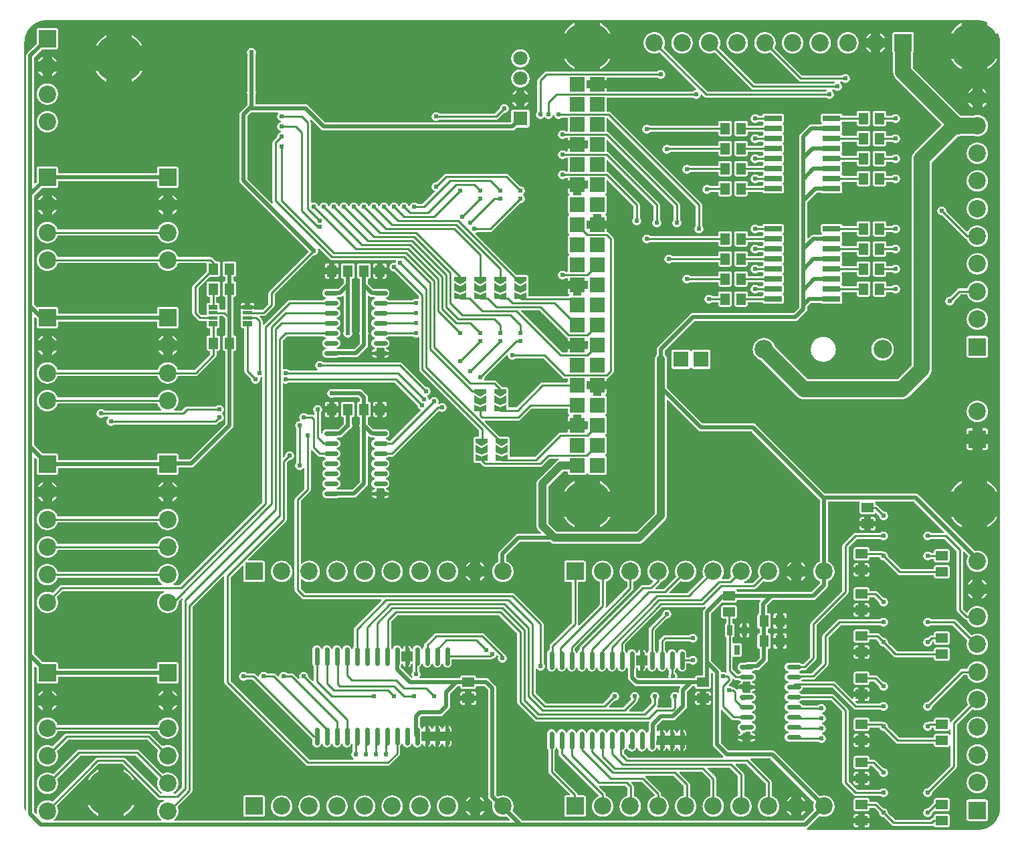
<source format=gbl>
G04 Layer: BottomLayer*
G04 EasyEDA v6.2.43, 2019-09-06T10:00:39+02:00*
G04 e5b5f855a0bb4ad7aac7fda025be0de6,91cc4837159741479c5be70faa949f3f,10*
G04 Gerber Generator version 0.2*
G04 Scale: 100 percent, Rotated: No, Reflected: No *
G04 Dimensions in millimeters *
G04 leading zeros omitted , absolute positions ,3 integer and 3 decimal *
%FSLAX33Y33*%
%MOMM*%
G90*
G71D02*

%ADD10C,0.254000*%
%ADD11C,0.999998*%
%ADD12C,0.499999*%
%ADD13C,1.999996*%
%ADD14C,0.599999*%
%ADD15C,0.609600*%
%ADD31R,1.879600X1.879600*%
%ADD32R,2.199996X2.199996*%
%ADD33C,2.199996*%
%ADD34C,2.350008*%
%ADD35R,1.799996X1.799996*%
%ADD36C,1.799996*%
%ADD37R,1.930400X1.930400*%
%ADD38C,6.199988*%
%ADD39C,0.250012*%

%LPD*%
G36*
G01X32291Y91063D02*
G01X29002Y91063D01*
G01X28986Y91062D01*
G01X28971Y91058D01*
G01X28956Y91052D01*
G01X28942Y91044D01*
G01X28930Y91033D01*
G01X28524Y90627D01*
G01X28514Y90615D01*
G01X28506Y90602D01*
G01X28500Y90587D01*
G01X28496Y90571D01*
G01X28495Y90556D01*
G01X28495Y87251D01*
G01X28494Y87237D01*
G01X28494Y82677D01*
G01X28496Y82662D01*
G01X28499Y82646D01*
G01X28505Y82631D01*
G01X28514Y82618D01*
G01X28524Y82606D01*
G01X31562Y79568D01*
G01X31574Y79558D01*
G01X31587Y79549D01*
G01X31602Y79543D01*
G01X31617Y79540D01*
G01X31633Y79538D01*
G01X31648Y79539D01*
G01X31662Y79543D01*
G01X31676Y79548D01*
G01X31688Y79555D01*
G01X31700Y79563D01*
G01X31710Y79573D01*
G01X31719Y79585D01*
G01X31726Y79598D01*
G01X31731Y79611D01*
G01X31734Y79626D01*
G01X31735Y79640D01*
G01X31733Y79658D01*
G01X31729Y79675D01*
G01X31721Y79691D01*
G01X31707Y79717D01*
G01X31695Y79744D01*
G01X31686Y79771D01*
G01X31678Y79799D01*
G01X31673Y79828D01*
G01X31669Y79856D01*
G01X31668Y79886D01*
G01X31668Y87252D01*
G01X31669Y87282D01*
G01X31673Y87312D01*
G01X31679Y87341D01*
G01X31687Y87370D01*
G01X31697Y87398D01*
G01X31710Y87426D01*
G01X31725Y87452D01*
G01X31741Y87477D01*
G01X31760Y87501D01*
G01X31781Y87523D01*
G01X32223Y87965D01*
G01X32233Y87977D01*
G01X32241Y87990D01*
G01X32247Y88004D01*
G01X32251Y88018D01*
G01X32253Y88034D01*
G01X32255Y88068D01*
G01X32260Y88103D01*
G01X32266Y88137D01*
G01X32275Y88171D01*
G01X32286Y88204D01*
G01X32299Y88237D01*
G01X32314Y88268D01*
G01X32330Y88299D01*
G01X32349Y88328D01*
G01X32369Y88357D01*
G01X32392Y88384D01*
G01X32415Y88409D01*
G01X32441Y88433D01*
G01X32468Y88455D01*
G01X32496Y88476D01*
G01X32525Y88495D01*
G01X32556Y88512D01*
G01X32587Y88527D01*
G01X32619Y88540D01*
G01X32653Y88551D01*
G01X32666Y88556D01*
G01X32679Y88563D01*
G01X32690Y88572D01*
G01X32700Y88582D01*
G01X32709Y88594D01*
G01X32716Y88607D01*
G01X32721Y88620D01*
G01X32724Y88634D01*
G01X32725Y88649D01*
G01X32724Y88663D01*
G01X32721Y88677D01*
G01X32716Y88691D01*
G01X32709Y88703D01*
G01X32700Y88715D01*
G01X32690Y88725D01*
G01X32679Y88734D01*
G01X32666Y88741D01*
G01X32653Y88746D01*
G01X32620Y88757D01*
G01X32588Y88769D01*
G01X32557Y88784D01*
G01X32528Y88801D01*
G01X32499Y88819D01*
G01X32471Y88839D01*
G01X32445Y88861D01*
G01X32419Y88884D01*
G01X32396Y88909D01*
G01X32374Y88935D01*
G01X32353Y88962D01*
G01X32335Y88991D01*
G01X32318Y89021D01*
G01X32303Y89051D01*
G01X32290Y89083D01*
G01X32278Y89115D01*
G01X32269Y89148D01*
G01X32262Y89182D01*
G01X32257Y89215D01*
G01X32253Y89249D01*
G01X32252Y89284D01*
G01X32253Y89318D01*
G01X32257Y89352D01*
G01X32262Y89386D01*
G01X32269Y89419D01*
G01X32278Y89452D01*
G01X32290Y89484D01*
G01X32303Y89516D01*
G01X32318Y89546D01*
G01X32335Y89576D01*
G01X32353Y89605D01*
G01X32374Y89632D01*
G01X32396Y89658D01*
G01X32419Y89683D01*
G01X32445Y89706D01*
G01X32471Y89728D01*
G01X32499Y89748D01*
G01X32528Y89766D01*
G01X32557Y89783D01*
G01X32588Y89798D01*
G01X32620Y89810D01*
G01X32653Y89821D01*
G01X32666Y89826D01*
G01X32679Y89833D01*
G01X32690Y89842D01*
G01X32700Y89852D01*
G01X32709Y89864D01*
G01X32716Y89877D01*
G01X32721Y89890D01*
G01X32724Y89904D01*
G01X32725Y89919D01*
G01X32724Y89933D01*
G01X32721Y89947D01*
G01X32716Y89961D01*
G01X32709Y89973D01*
G01X32700Y89985D01*
G01X32690Y89995D01*
G01X32679Y90004D01*
G01X32666Y90011D01*
G01X32653Y90016D01*
G01X32620Y90027D01*
G01X32588Y90039D01*
G01X32557Y90054D01*
G01X32528Y90071D01*
G01X32499Y90089D01*
G01X32471Y90109D01*
G01X32445Y90131D01*
G01X32419Y90154D01*
G01X32396Y90179D01*
G01X32374Y90205D01*
G01X32353Y90232D01*
G01X32335Y90261D01*
G01X32318Y90291D01*
G01X32303Y90321D01*
G01X32290Y90353D01*
G01X32278Y90385D01*
G01X32269Y90418D01*
G01X32262Y90452D01*
G01X32257Y90485D01*
G01X32253Y90519D01*
G01X32252Y90554D01*
G01X32253Y90587D01*
G01X32256Y90621D01*
G01X32262Y90654D01*
G01X32269Y90687D01*
G01X32278Y90720D01*
G01X32289Y90752D01*
G01X32302Y90783D01*
G01X32316Y90814D01*
G01X32333Y90843D01*
G01X32351Y90872D01*
G01X32371Y90899D01*
G01X32380Y90913D01*
G01X32387Y90928D01*
G01X32391Y90945D01*
G01X32393Y90961D01*
G01X32392Y90976D01*
G01X32389Y90990D01*
G01X32384Y91004D01*
G01X32377Y91016D01*
G01X32368Y91028D01*
G01X32358Y91038D01*
G01X32346Y91047D01*
G01X32333Y91054D01*
G01X32320Y91059D01*
G01X32306Y91062D01*
G01X32291Y91063D01*
G37*

%LPD*%
G36*
G01X37523Y73844D02*
G01X37507Y73845D01*
G01X37493Y73844D01*
G01X37479Y73841D01*
G01X37465Y73836D01*
G01X37452Y73829D01*
G01X37441Y73821D01*
G01X37431Y73810D01*
G01X37422Y73799D01*
G01X37415Y73786D01*
G01X37410Y73772D01*
G01X37407Y73758D01*
G01X37406Y73744D01*
G01X37407Y73728D01*
G01X37411Y73712D01*
G01X37421Y73678D01*
G01X37429Y73643D01*
G01X37435Y73607D01*
G01X37438Y73571D01*
G01X37439Y73536D01*
G01X37438Y73501D01*
G01X37435Y73467D01*
G01X37430Y73433D01*
G01X37422Y73399D01*
G01X37413Y73366D01*
G01X37402Y73333D01*
G01X37388Y73302D01*
G01X37373Y73271D01*
G01X37356Y73241D01*
G01X37337Y73212D01*
G01X37316Y73184D01*
G01X37294Y73158D01*
G01X37270Y73133D01*
G01X37244Y73110D01*
G01X37217Y73088D01*
G01X37189Y73068D01*
G01X37160Y73050D01*
G01X37130Y73034D01*
G01X37099Y73019D01*
G01X37066Y73007D01*
G01X37034Y72996D01*
G01X37000Y72988D01*
G01X36966Y72981D01*
G01X36932Y72977D01*
G01X36898Y72975D01*
G01X36883Y72973D01*
G01X36868Y72969D01*
G01X36854Y72963D01*
G01X36841Y72955D01*
G01X36829Y72945D01*
G01X31957Y68072D01*
G01X31947Y68060D01*
G01X31938Y68047D01*
G01X31932Y68032D01*
G01X31929Y68016D01*
G01X31927Y68001D01*
G01X31927Y66678D01*
G01X31926Y66647D01*
G01X31923Y66618D01*
G01X31917Y66588D01*
G01X31909Y66559D01*
G01X31898Y66531D01*
G01X31885Y66503D01*
G01X31871Y66477D01*
G01X31854Y66452D01*
G01X31835Y66428D01*
G01X31815Y66406D01*
G01X30837Y65428D01*
G01X30815Y65408D01*
G01X30791Y65389D01*
G01X30766Y65373D01*
G01X30740Y65358D01*
G01X30713Y65345D01*
G01X30684Y65335D01*
G01X30655Y65327D01*
G01X30626Y65321D01*
G01X30596Y65317D01*
G01X30566Y65316D01*
G01X30137Y65316D01*
G01X30122Y65315D01*
G01X30108Y65312D01*
G01X30095Y65307D01*
G01X30082Y65300D01*
G01X30070Y65291D01*
G01X30060Y65281D01*
G01X30051Y65269D01*
G01X30044Y65257D01*
G01X30039Y65243D01*
G01X30036Y65229D01*
G01X30035Y65215D01*
G01X30037Y65199D01*
G01X30040Y65183D01*
G01X30046Y65168D01*
G01X30055Y65155D01*
G01X30065Y65143D01*
G01X30291Y64917D01*
G01X30311Y64895D01*
G01X30330Y64871D01*
G01X30347Y64846D01*
G01X30361Y64820D01*
G01X30374Y64792D01*
G01X30385Y64764D01*
G01X30393Y64735D01*
G01X30399Y64706D01*
G01X30402Y64676D01*
G01X30403Y64646D01*
G01X30403Y64293D01*
G01X30404Y64278D01*
G01X30407Y64264D01*
G01X30412Y64251D01*
G01X30419Y64238D01*
G01X30428Y64226D01*
G01X30438Y64216D01*
G01X30450Y64207D01*
G01X30463Y64200D01*
G01X30476Y64195D01*
G01X30490Y64192D01*
G01X30505Y64191D01*
G01X30521Y64192D01*
G01X30536Y64196D01*
G01X30551Y64202D01*
G01X30565Y64211D01*
G01X30577Y64221D01*
G01X33559Y67203D01*
G01X33581Y67223D01*
G01X33604Y67242D01*
G01X33629Y67259D01*
G01X33656Y67273D01*
G01X33683Y67286D01*
G01X33711Y67296D01*
G01X33740Y67304D01*
G01X33770Y67310D01*
G01X33800Y67314D01*
G01X33830Y67315D01*
G01X38068Y67315D01*
G01X38084Y67316D01*
G01X38098Y67320D01*
G01X38112Y67325D01*
G01X38125Y67332D01*
G01X38137Y67342D01*
G01X38166Y67366D01*
G01X38196Y67389D01*
G01X38228Y67409D01*
G01X38261Y67428D01*
G01X38295Y67444D01*
G01X38331Y67457D01*
G01X38367Y67469D01*
G01X38381Y67473D01*
G01X38394Y67480D01*
G01X38406Y67489D01*
G01X38416Y67499D01*
G01X38425Y67511D01*
G01X38432Y67524D01*
G01X38438Y67537D01*
G01X38441Y67552D01*
G01X38442Y67567D01*
G01X38441Y67581D01*
G01X38438Y67596D01*
G01X38432Y67609D01*
G01X38425Y67622D01*
G01X38416Y67634D01*
G01X38406Y67644D01*
G01X38394Y67653D01*
G01X38381Y67660D01*
G01X38367Y67665D01*
G01X38334Y67675D01*
G01X38302Y67687D01*
G01X38270Y67701D01*
G01X38239Y67717D01*
G01X38210Y67735D01*
G01X38181Y67755D01*
G01X38154Y67776D01*
G01X38129Y67799D01*
G01X38104Y67824D01*
G01X38082Y67850D01*
G01X38061Y67878D01*
G01X38041Y67906D01*
G01X38024Y67936D01*
G01X38008Y67967D01*
G01X37995Y67999D01*
G01X37983Y68031D01*
G01X37974Y68065D01*
G01X37966Y68098D01*
G01X37961Y68133D01*
G01X37958Y68167D01*
G01X37957Y68202D01*
G01X37958Y68235D01*
G01X37961Y68269D01*
G01X37966Y68302D01*
G01X37973Y68335D01*
G01X37982Y68367D01*
G01X37993Y68399D01*
G01X38006Y68430D01*
G01X38020Y68460D01*
G01X38037Y68489D01*
G01X38055Y68518D01*
G01X38075Y68545D01*
G01X38097Y68571D01*
G01X38120Y68595D01*
G01X38144Y68618D01*
G01X38170Y68640D01*
G01X38197Y68660D01*
G01X38225Y68678D01*
G01X38255Y68694D01*
G01X38285Y68709D01*
G01X38316Y68722D01*
G01X38348Y68733D01*
G01X38380Y68742D01*
G01X38413Y68749D01*
G01X38446Y68754D01*
G01X38480Y68757D01*
G01X38513Y68758D01*
G01X39713Y68758D01*
G01X39752Y68757D01*
G01X39791Y68753D01*
G01X39829Y68746D01*
G01X39867Y68737D01*
G01X39903Y68725D01*
G01X39921Y68720D01*
G01X39938Y68718D01*
G01X39954Y68720D01*
G01X39970Y68723D01*
G01X39984Y68730D01*
G01X39998Y68738D01*
G01X40010Y68748D01*
G01X40659Y69398D01*
G01X40670Y69410D01*
G01X40678Y69423D01*
G01X40684Y69438D01*
G01X40688Y69454D01*
G01X40689Y69469D01*
G01X40689Y69903D01*
G01X40688Y69918D01*
G01X40685Y69933D01*
G01X40679Y69947D01*
G01X40672Y69960D01*
G01X40662Y69972D01*
G01X40651Y69983D01*
G01X40639Y69991D01*
G01X40625Y69998D01*
G01X40611Y70002D01*
G01X40596Y70005D01*
G01X40572Y70008D01*
G01X40549Y70013D01*
G01X40526Y70020D01*
G01X40504Y70030D01*
G01X40483Y70041D01*
G01X40463Y70054D01*
G01X40427Y70086D01*
G01X40412Y70105D01*
G01X40398Y70124D01*
G01X40387Y70145D01*
G01X40377Y70167D01*
G01X40369Y70190D01*
G01X40364Y70213D01*
G01X40360Y70237D01*
G01X40359Y70260D01*
G01X40359Y71730D01*
G01X40360Y71754D01*
G01X40364Y71777D01*
G01X40369Y71801D01*
G01X40377Y71823D01*
G01X40386Y71845D01*
G01X40398Y71865D01*
G01X40411Y71885D01*
G01X40426Y71903D01*
G01X40443Y71920D01*
G01X40461Y71935D01*
G01X40481Y71948D01*
G01X40502Y71960D01*
G01X40523Y71970D01*
G01X40546Y71977D01*
G01X40569Y71982D01*
G01X40592Y71986D01*
G01X40616Y71987D01*
G01X41776Y71987D01*
G01X41800Y71986D01*
G01X41823Y71982D01*
G01X41846Y71977D01*
G01X41869Y71970D01*
G01X41890Y71960D01*
G01X41911Y71948D01*
G01X41931Y71935D01*
G01X41949Y71920D01*
G01X41966Y71903D01*
G01X41981Y71885D01*
G01X41994Y71865D01*
G01X42006Y71845D01*
G01X42015Y71823D01*
G01X42023Y71801D01*
G01X42028Y71777D01*
G01X42031Y71754D01*
G01X42032Y71730D01*
G01X42032Y70260D01*
G01X42031Y70237D01*
G01X42028Y70213D01*
G01X42022Y70190D01*
G01X42015Y70167D01*
G01X42005Y70145D01*
G01X41993Y70124D01*
G01X41980Y70105D01*
G01X41964Y70086D01*
G01X41947Y70069D01*
G01X41929Y70054D01*
G01X41909Y70041D01*
G01X41888Y70030D01*
G01X41866Y70020D01*
G01X41843Y70013D01*
G01X41820Y70008D01*
G01X41796Y70005D01*
G01X41781Y70002D01*
G01X41767Y69998D01*
G01X41753Y69991D01*
G01X41740Y69983D01*
G01X41729Y69972D01*
G01X41720Y69960D01*
G01X41712Y69947D01*
G01X41707Y69933D01*
G01X41703Y69918D01*
G01X41702Y69903D01*
G01X41702Y63385D01*
G01X41704Y63365D01*
G01X41711Y63345D01*
G01X41725Y63309D01*
G01X41736Y63273D01*
G01X41745Y63236D01*
G01X41752Y63198D01*
G01X41756Y63160D01*
G01X41757Y63122D01*
G01X41756Y63088D01*
G01X41753Y63054D01*
G01X41748Y63020D01*
G01X41741Y62987D01*
G01X41732Y62955D01*
G01X41721Y62922D01*
G01X41708Y62891D01*
G01X41693Y62861D01*
G01X41676Y62831D01*
G01X41658Y62803D01*
G01X41638Y62775D01*
G01X41616Y62749D01*
G01X41593Y62725D01*
G01X41568Y62701D01*
G01X41542Y62680D01*
G01X41515Y62660D01*
G01X41486Y62641D01*
G01X41457Y62625D01*
G01X41426Y62610D01*
G01X41395Y62597D01*
G01X41363Y62586D01*
G01X41330Y62577D01*
G01X41297Y62569D01*
G01X41263Y62564D01*
G01X41230Y62561D01*
G01X41196Y62560D01*
G01X41162Y62561D01*
G01X41128Y62564D01*
G01X41095Y62569D01*
G01X41061Y62577D01*
G01X41029Y62586D01*
G01X40997Y62597D01*
G01X40965Y62610D01*
G01X40935Y62625D01*
G01X40905Y62641D01*
G01X40877Y62660D01*
G01X40850Y62680D01*
G01X40824Y62701D01*
G01X40799Y62725D01*
G01X40776Y62749D01*
G01X40754Y62775D01*
G01X40734Y62803D01*
G01X40715Y62831D01*
G01X40699Y62861D01*
G01X40684Y62891D01*
G01X40671Y62922D01*
G01X40660Y62955D01*
G01X40651Y62987D01*
G01X40644Y63020D01*
G01X40639Y63054D01*
G01X40635Y63088D01*
G01X40634Y63122D01*
G01X40636Y63160D01*
G01X40640Y63198D01*
G01X40646Y63236D01*
G01X40655Y63273D01*
G01X40667Y63309D01*
G01X40681Y63345D01*
G01X40687Y63365D01*
G01X40689Y63385D01*
G01X40689Y67750D01*
G01X40688Y67765D01*
G01X40685Y67779D01*
G01X40680Y67793D01*
G01X40673Y67805D01*
G01X40664Y67817D01*
G01X40654Y67827D01*
G01X40643Y67836D01*
G01X40630Y67843D01*
G01X40616Y67848D01*
G01X40602Y67851D01*
G01X40588Y67852D01*
G01X40573Y67851D01*
G01X40558Y67848D01*
G01X40544Y67842D01*
G01X40531Y67835D01*
G01X40519Y67826D01*
G01X40494Y67804D01*
G01X40466Y67784D01*
G01X40438Y67766D01*
G01X40408Y67749D01*
G01X40377Y67735D01*
G01X40346Y67723D01*
G01X40314Y67713D01*
G01X40281Y67705D01*
G01X40247Y67700D01*
G01X40214Y67696D01*
G01X40180Y67695D01*
G01X39965Y67695D01*
G01X39945Y67693D01*
G01X39926Y67687D01*
G01X39893Y67675D01*
G01X39859Y67665D01*
G01X39846Y67660D01*
G01X39833Y67653D01*
G01X39821Y67644D01*
G01X39810Y67634D01*
G01X39801Y67622D01*
G01X39794Y67609D01*
G01X39789Y67596D01*
G01X39786Y67581D01*
G01X39785Y67567D01*
G01X39786Y67552D01*
G01X39789Y67537D01*
G01X39794Y67524D01*
G01X39801Y67511D01*
G01X39810Y67499D01*
G01X39821Y67489D01*
G01X39833Y67480D01*
G01X39846Y67473D01*
G01X39859Y67469D01*
G01X39893Y67458D01*
G01X39925Y67446D01*
G01X39956Y67432D01*
G01X39987Y67416D01*
G01X40017Y67398D01*
G01X40045Y67378D01*
G01X40072Y67357D01*
G01X40098Y67334D01*
G01X40122Y67309D01*
G01X40145Y67283D01*
G01X40166Y67256D01*
G01X40185Y67227D01*
G01X40202Y67197D01*
G01X40218Y67166D01*
G01X40232Y67134D01*
G01X40243Y67102D01*
G01X40253Y67068D01*
G01X40260Y67035D01*
G01X40265Y67001D01*
G01X40269Y66966D01*
G01X40270Y66932D01*
G01X40269Y66897D01*
G01X40265Y66863D01*
G01X40260Y66828D01*
G01X40253Y66795D01*
G01X40243Y66761D01*
G01X40232Y66729D01*
G01X40218Y66697D01*
G01X40202Y66666D01*
G01X40185Y66636D01*
G01X40166Y66608D01*
G01X40145Y66580D01*
G01X40122Y66554D01*
G01X40098Y66529D01*
G01X40072Y66506D01*
G01X40045Y66485D01*
G01X40017Y66465D01*
G01X39987Y66447D01*
G01X39956Y66431D01*
G01X39925Y66417D01*
G01X39893Y66405D01*
G01X39859Y66395D01*
G01X39846Y66390D01*
G01X39833Y66383D01*
G01X39821Y66374D01*
G01X39810Y66364D01*
G01X39801Y66352D01*
G01X39794Y66339D01*
G01X39789Y66326D01*
G01X39786Y66311D01*
G01X39785Y66297D01*
G01X39786Y66282D01*
G01X39789Y66267D01*
G01X39794Y66254D01*
G01X39801Y66241D01*
G01X39810Y66229D01*
G01X39821Y66219D01*
G01X39833Y66210D01*
G01X39846Y66203D01*
G01X39859Y66199D01*
G01X39893Y66188D01*
G01X39925Y66176D01*
G01X39956Y66162D01*
G01X39987Y66146D01*
G01X40017Y66128D01*
G01X40045Y66108D01*
G01X40072Y66087D01*
G01X40098Y66064D01*
G01X40122Y66039D01*
G01X40145Y66013D01*
G01X40166Y65986D01*
G01X40185Y65957D01*
G01X40202Y65927D01*
G01X40218Y65896D01*
G01X40232Y65864D01*
G01X40243Y65832D01*
G01X40253Y65798D01*
G01X40260Y65765D01*
G01X40265Y65731D01*
G01X40269Y65696D01*
G01X40270Y65662D01*
G01X40269Y65627D01*
G01X40265Y65593D01*
G01X40260Y65558D01*
G01X40253Y65525D01*
G01X40243Y65491D01*
G01X40232Y65459D01*
G01X40218Y65427D01*
G01X40202Y65396D01*
G01X40185Y65366D01*
G01X40166Y65338D01*
G01X40145Y65310D01*
G01X40122Y65284D01*
G01X40098Y65259D01*
G01X40072Y65236D01*
G01X40045Y65215D01*
G01X40017Y65195D01*
G01X39987Y65177D01*
G01X39956Y65161D01*
G01X39925Y65147D01*
G01X39893Y65135D01*
G01X39859Y65125D01*
G01X39846Y65120D01*
G01X39833Y65113D01*
G01X39821Y65104D01*
G01X39810Y65094D01*
G01X39801Y65082D01*
G01X39794Y65069D01*
G01X39789Y65056D01*
G01X39786Y65041D01*
G01X39785Y65027D01*
G01X39786Y65012D01*
G01X39789Y64997D01*
G01X39794Y64984D01*
G01X39801Y64971D01*
G01X39810Y64959D01*
G01X39821Y64949D01*
G01X39833Y64940D01*
G01X39846Y64933D01*
G01X39859Y64929D01*
G01X39893Y64918D01*
G01X39925Y64906D01*
G01X39956Y64892D01*
G01X39987Y64876D01*
G01X40017Y64858D01*
G01X40045Y64838D01*
G01X40072Y64817D01*
G01X40098Y64794D01*
G01X40122Y64769D01*
G01X40145Y64743D01*
G01X40166Y64716D01*
G01X40185Y64687D01*
G01X40202Y64657D01*
G01X40218Y64626D01*
G01X40232Y64594D01*
G01X40243Y64562D01*
G01X40253Y64528D01*
G01X40260Y64495D01*
G01X40265Y64461D01*
G01X40269Y64426D01*
G01X40270Y64392D01*
G01X40269Y64357D01*
G01X40265Y64323D01*
G01X40260Y64288D01*
G01X40253Y64255D01*
G01X40243Y64221D01*
G01X40232Y64189D01*
G01X40218Y64157D01*
G01X40202Y64126D01*
G01X40185Y64096D01*
G01X40166Y64068D01*
G01X40145Y64040D01*
G01X40122Y64014D01*
G01X40098Y63989D01*
G01X40072Y63966D01*
G01X40045Y63945D01*
G01X40017Y63925D01*
G01X39987Y63907D01*
G01X39956Y63891D01*
G01X39925Y63877D01*
G01X39893Y63865D01*
G01X39859Y63855D01*
G01X39846Y63850D01*
G01X39833Y63843D01*
G01X39821Y63834D01*
G01X39810Y63824D01*
G01X39801Y63812D01*
G01X39794Y63799D01*
G01X39789Y63786D01*
G01X39786Y63771D01*
G01X39785Y63757D01*
G01X39786Y63742D01*
G01X39789Y63727D01*
G01X39794Y63714D01*
G01X39801Y63701D01*
G01X39810Y63689D01*
G01X39821Y63679D01*
G01X39833Y63670D01*
G01X39846Y63663D01*
G01X39859Y63659D01*
G01X39893Y63648D01*
G01X39925Y63636D01*
G01X39956Y63622D01*
G01X39987Y63606D01*
G01X40017Y63588D01*
G01X40045Y63568D01*
G01X40072Y63547D01*
G01X40098Y63524D01*
G01X40122Y63499D01*
G01X40145Y63473D01*
G01X40166Y63446D01*
G01X40185Y63417D01*
G01X40202Y63387D01*
G01X40218Y63356D01*
G01X40232Y63324D01*
G01X40243Y63292D01*
G01X40253Y63258D01*
G01X40260Y63225D01*
G01X40265Y63191D01*
G01X40269Y63156D01*
G01X40270Y63122D01*
G01X40269Y63087D01*
G01X40265Y63053D01*
G01X40260Y63018D01*
G01X40253Y62985D01*
G01X40243Y62951D01*
G01X40232Y62919D01*
G01X40218Y62887D01*
G01X40202Y62856D01*
G01X40185Y62826D01*
G01X40166Y62798D01*
G01X40145Y62770D01*
G01X40122Y62744D01*
G01X40098Y62719D01*
G01X40072Y62696D01*
G01X40045Y62675D01*
G01X40017Y62655D01*
G01X39987Y62637D01*
G01X39956Y62621D01*
G01X39925Y62607D01*
G01X39893Y62595D01*
G01X39859Y62585D01*
G01X39846Y62580D01*
G01X39833Y62573D01*
G01X39821Y62564D01*
G01X39810Y62554D01*
G01X39801Y62542D01*
G01X39794Y62529D01*
G01X39789Y62516D01*
G01X39786Y62501D01*
G01X39785Y62487D01*
G01X39786Y62472D01*
G01X39789Y62457D01*
G01X39794Y62444D01*
G01X39801Y62431D01*
G01X39810Y62419D01*
G01X39821Y62409D01*
G01X39833Y62400D01*
G01X39846Y62393D01*
G01X39859Y62389D01*
G01X39893Y62378D01*
G01X39925Y62366D01*
G01X39956Y62352D01*
G01X39987Y62336D01*
G01X40017Y62318D01*
G01X40045Y62298D01*
G01X40072Y62277D01*
G01X40098Y62254D01*
G01X40122Y62229D01*
G01X40145Y62203D01*
G01X40166Y62176D01*
G01X40185Y62147D01*
G01X40202Y62117D01*
G01X40218Y62086D01*
G01X40232Y62054D01*
G01X40243Y62022D01*
G01X40253Y61988D01*
G01X40260Y61955D01*
G01X40265Y61921D01*
G01X40269Y61886D01*
G01X40270Y61852D01*
G01X40269Y61817D01*
G01X40265Y61783D01*
G01X40260Y61748D01*
G01X40253Y61715D01*
G01X40243Y61681D01*
G01X40232Y61649D01*
G01X40218Y61617D01*
G01X40202Y61586D01*
G01X40185Y61556D01*
G01X40166Y61528D01*
G01X40145Y61500D01*
G01X40122Y61474D01*
G01X40098Y61449D01*
G01X40072Y61426D01*
G01X40045Y61405D01*
G01X40017Y61385D01*
G01X39987Y61367D01*
G01X39956Y61351D01*
G01X39925Y61337D01*
G01X39893Y61325D01*
G01X39859Y61315D01*
G01X39846Y61310D01*
G01X39833Y61303D01*
G01X39821Y61294D01*
G01X39810Y61284D01*
G01X39801Y61272D01*
G01X39794Y61259D01*
G01X39789Y61246D01*
G01X39786Y61231D01*
G01X39785Y61217D01*
G01X39786Y61202D01*
G01X39789Y61187D01*
G01X39794Y61174D01*
G01X39801Y61161D01*
G01X39810Y61149D01*
G01X39821Y61139D01*
G01X39833Y61130D01*
G01X39846Y61123D01*
G01X39859Y61119D01*
G01X39893Y61108D01*
G01X39926Y61096D01*
G01X39945Y61090D01*
G01X39965Y61088D01*
G01X41960Y61088D01*
G01X41976Y61089D01*
G01X41991Y61093D01*
G01X42006Y61099D01*
G01X42020Y61107D01*
G01X42032Y61118D01*
G01X42691Y61778D01*
G01X42702Y61790D01*
G01X42710Y61803D01*
G01X42716Y61818D01*
G01X42720Y61834D01*
G01X42721Y61849D01*
G01X42721Y62858D01*
G01X42719Y62878D01*
G01X42713Y62898D01*
G01X42699Y62934D01*
G01X42687Y62970D01*
G01X42678Y63007D01*
G01X42672Y63045D01*
G01X42668Y63083D01*
G01X42666Y63122D01*
G01X42668Y63160D01*
G01X42672Y63198D01*
G01X42678Y63236D01*
G01X42687Y63273D01*
G01X42699Y63309D01*
G01X42713Y63345D01*
G01X42719Y63365D01*
G01X42721Y63385D01*
G01X42721Y69904D01*
G01X42720Y69919D01*
G01X42717Y69934D01*
G01X42711Y69948D01*
G01X42704Y69961D01*
G01X42694Y69973D01*
G01X42683Y69983D01*
G01X42671Y69991D01*
G01X42657Y69998D01*
G01X42643Y70003D01*
G01X42628Y70005D01*
G01X42604Y70008D01*
G01X42581Y70013D01*
G01X42558Y70021D01*
G01X42536Y70030D01*
G01X42515Y70041D01*
G01X42495Y70055D01*
G01X42477Y70070D01*
G01X42460Y70087D01*
G01X42444Y70105D01*
G01X42431Y70125D01*
G01X42419Y70145D01*
G01X42409Y70167D01*
G01X42402Y70190D01*
G01X42396Y70213D01*
G01X42393Y70237D01*
G01X42392Y70261D01*
G01X42392Y71731D01*
G01X42393Y71754D01*
G01X42396Y71778D01*
G01X42401Y71801D01*
G01X42409Y71823D01*
G01X42419Y71845D01*
G01X42430Y71866D01*
G01X42443Y71885D01*
G01X42459Y71903D01*
G01X42475Y71920D01*
G01X42494Y71935D01*
G01X42513Y71949D01*
G01X42534Y71960D01*
G01X42555Y71970D01*
G01X42578Y71977D01*
G01X42601Y71983D01*
G01X42624Y71986D01*
G01X42648Y71987D01*
G01X43808Y71987D01*
G01X43832Y71986D01*
G01X43855Y71983D01*
G01X43878Y71977D01*
G01X43901Y71970D01*
G01X43923Y71960D01*
G01X43943Y71949D01*
G01X43963Y71935D01*
G01X43981Y71920D01*
G01X43998Y71903D01*
G01X44013Y71885D01*
G01X44026Y71866D01*
G01X44038Y71845D01*
G01X44047Y71823D01*
G01X44055Y71801D01*
G01X44060Y71778D01*
G01X44064Y71754D01*
G01X44065Y71731D01*
G01X44065Y70261D01*
G01X44064Y70237D01*
G01X44060Y70213D01*
G01X44055Y70190D01*
G01X44047Y70167D01*
G01X44037Y70145D01*
G01X44026Y70124D01*
G01X44012Y70105D01*
G01X43996Y70086D01*
G01X43979Y70070D01*
G01X43961Y70055D01*
G01X43941Y70041D01*
G01X43920Y70030D01*
G01X43898Y70020D01*
G01X43875Y70013D01*
G01X43852Y70008D01*
G01X43828Y70005D01*
G01X43813Y70003D01*
G01X43799Y69998D01*
G01X43785Y69992D01*
G01X43772Y69983D01*
G01X43761Y69973D01*
G01X43752Y69961D01*
G01X43744Y69948D01*
G01X43739Y69934D01*
G01X43735Y69919D01*
G01X43734Y69904D01*
G01X43734Y69469D01*
G01X43736Y69454D01*
G01X43739Y69438D01*
G01X43745Y69423D01*
G01X43754Y69410D01*
G01X43764Y69398D01*
G01X44414Y68748D01*
G01X44426Y68738D01*
G01X44439Y68729D01*
G01X44454Y68723D01*
G01X44470Y68720D01*
G01X44485Y68718D01*
G01X44503Y68720D01*
G01X44520Y68724D01*
G01X44557Y68736D01*
G01X44595Y68746D01*
G01X44633Y68753D01*
G01X44672Y68757D01*
G01X44711Y68758D01*
G01X45911Y68758D01*
G01X45944Y68757D01*
G01X45978Y68754D01*
G01X46011Y68749D01*
G01X46044Y68742D01*
G01X46076Y68733D01*
G01X46108Y68722D01*
G01X46139Y68709D01*
G01X46169Y68694D01*
G01X46199Y68678D01*
G01X46227Y68660D01*
G01X46254Y68640D01*
G01X46280Y68618D01*
G01X46304Y68595D01*
G01X46327Y68571D01*
G01X46349Y68545D01*
G01X46369Y68518D01*
G01X46387Y68489D01*
G01X46404Y68460D01*
G01X46418Y68430D01*
G01X46431Y68399D01*
G01X46442Y68367D01*
G01X46451Y68335D01*
G01X46458Y68302D01*
G01X46463Y68269D01*
G01X46466Y68235D01*
G01X46467Y68202D01*
G01X46466Y68167D01*
G01X46463Y68133D01*
G01X46458Y68098D01*
G01X46450Y68065D01*
G01X46441Y68031D01*
G01X46429Y67999D01*
G01X46416Y67967D01*
G01X46400Y67936D01*
G01X46383Y67906D01*
G01X46363Y67878D01*
G01X46342Y67850D01*
G01X46320Y67824D01*
G01X46295Y67799D01*
G01X46270Y67776D01*
G01X46243Y67755D01*
G01X46214Y67735D01*
G01X46185Y67717D01*
G01X46154Y67701D01*
G01X46123Y67687D01*
G01X46090Y67675D01*
G01X46057Y67665D01*
G01X46043Y67660D01*
G01X46030Y67653D01*
G01X46018Y67644D01*
G01X46008Y67634D01*
G01X45999Y67622D01*
G01X45992Y67609D01*
G01X45986Y67596D01*
G01X45983Y67581D01*
G01X45982Y67567D01*
G01X45983Y67552D01*
G01X45986Y67537D01*
G01X45992Y67524D01*
G01X45999Y67511D01*
G01X46008Y67499D01*
G01X46018Y67489D01*
G01X46030Y67480D01*
G01X46043Y67473D01*
G01X46057Y67469D01*
G01X46093Y67457D01*
G01X46129Y67444D01*
G01X46163Y67428D01*
G01X46196Y67409D01*
G01X46228Y67389D01*
G01X46258Y67366D01*
G01X46287Y67342D01*
G01X46299Y67332D01*
G01X46312Y67325D01*
G01X46326Y67319D01*
G01X46341Y67316D01*
G01X46356Y67315D01*
G01X49380Y67315D01*
G01X49395Y67316D01*
G01X49410Y67320D01*
G01X49424Y67325D01*
G01X49438Y67333D01*
G01X49449Y67342D01*
G01X49476Y67365D01*
G01X49504Y67387D01*
G01X49533Y67406D01*
G01X49563Y67424D01*
G01X49594Y67440D01*
G01X49626Y67454D01*
G01X49659Y67466D01*
G01X49693Y67475D01*
G01X49727Y67483D01*
G01X49762Y67489D01*
G01X49797Y67492D01*
G01X49832Y67493D01*
G01X49867Y67492D01*
G01X49901Y67489D01*
G01X49935Y67483D01*
G01X49969Y67476D01*
G01X50002Y67466D01*
G01X50035Y67455D01*
G01X50067Y67441D01*
G01X50080Y67436D01*
G01X50095Y67433D01*
G01X50109Y67432D01*
G01X50124Y67433D01*
G01X50138Y67436D01*
G01X50151Y67441D01*
G01X50164Y67448D01*
G01X50176Y67457D01*
G01X50186Y67467D01*
G01X50195Y67479D01*
G01X50202Y67492D01*
G01X50207Y67505D01*
G01X50210Y67519D01*
G01X50211Y67534D01*
G01X50210Y67746D01*
G01X50209Y67762D01*
G01X50205Y67778D01*
G01X50199Y67793D01*
G01X50191Y67806D01*
G01X50181Y67818D01*
G01X47086Y70913D01*
G01X47075Y70923D01*
G01X47062Y70931D01*
G01X47048Y70937D01*
G01X47033Y70941D01*
G01X47018Y70943D01*
G01X46984Y70945D01*
G01X46949Y70949D01*
G01X46916Y70956D01*
G01X46882Y70964D01*
G01X46849Y70975D01*
G01X46817Y70987D01*
G01X46786Y71002D01*
G01X46756Y71018D01*
G01X46727Y71037D01*
G01X46698Y71057D01*
G01X46672Y71078D01*
G01X46646Y71102D01*
G01X46622Y71126D01*
G01X46600Y71153D01*
G01X46579Y71180D01*
G01X46560Y71209D01*
G01X46543Y71239D01*
G01X46528Y71270D01*
G01X46514Y71301D01*
G01X46503Y71334D01*
G01X46494Y71367D01*
G01X46486Y71401D01*
G01X46481Y71435D01*
G01X46478Y71469D01*
G01X46477Y71504D01*
G01X46478Y71537D01*
G01X46481Y71571D01*
G01X46486Y71605D01*
G01X46493Y71638D01*
G01X46502Y71671D01*
G01X46513Y71703D01*
G01X46526Y71734D01*
G01X46541Y71764D01*
G01X46558Y71794D01*
G01X46576Y71822D01*
G01X46596Y71850D01*
G01X46618Y71876D01*
G01X46641Y71900D01*
G01X46666Y71924D01*
G01X46692Y71945D01*
G01X46719Y71966D01*
G01X46748Y71984D01*
G01X46777Y72001D01*
G01X46808Y72015D01*
G01X46839Y72028D01*
G01X46871Y72039D01*
G01X46904Y72049D01*
G01X46937Y72056D01*
G01X46970Y72061D01*
G01X47004Y72064D01*
G01X47038Y72065D01*
G01X47087Y72063D01*
G01X47135Y72056D01*
G01X47153Y72055D01*
G01X47168Y72056D01*
G01X47183Y72059D01*
G01X47197Y72065D01*
G01X47210Y72073D01*
G01X47222Y72082D01*
G01X47233Y72093D01*
G01X47241Y72106D01*
G01X47248Y72120D01*
G01X47252Y72134D01*
G01X47262Y72172D01*
G01X47275Y72210D01*
G01X47290Y72246D01*
G01X47295Y72260D01*
G01X47298Y72274D01*
G01X47299Y72288D01*
G01X47298Y72303D01*
G01X47295Y72317D01*
G01X47290Y72331D01*
G01X47283Y72343D01*
G01X47274Y72355D01*
G01X47264Y72365D01*
G01X47253Y72374D01*
G01X47240Y72381D01*
G01X47226Y72386D01*
G01X47212Y72389D01*
G01X47198Y72390D01*
G01X39164Y72390D01*
G01X39134Y72391D01*
G01X39104Y72395D01*
G01X39074Y72401D01*
G01X39045Y72409D01*
G01X39017Y72419D01*
G01X38990Y72432D01*
G01X38963Y72447D01*
G01X38938Y72463D01*
G01X38915Y72482D01*
G01X38893Y72502D01*
G01X37579Y73816D01*
G01X37567Y73826D01*
G01X37554Y73834D01*
G01X37539Y73840D01*
G01X37523Y73844D01*
G37*

%LPC*%
G36*
G01X38811Y71987D02*
G01X38584Y71987D01*
G01X38560Y71986D01*
G01X38537Y71982D01*
G01X38514Y71977D01*
G01X38491Y71970D01*
G01X38470Y71960D01*
G01X38449Y71948D01*
G01X38429Y71935D01*
G01X38411Y71920D01*
G01X38394Y71903D01*
G01X38379Y71885D01*
G01X38366Y71865D01*
G01X38354Y71845D01*
G01X38345Y71823D01*
G01X38337Y71801D01*
G01X38332Y71777D01*
G01X38328Y71754D01*
G01X38327Y71730D01*
G01X38327Y71426D01*
G01X38811Y71426D01*
G01X38811Y71987D01*
G37*
G36*
G01X44907Y71987D02*
G01X44680Y71987D01*
G01X44656Y71986D01*
G01X44633Y71983D01*
G01X44610Y71977D01*
G01X44587Y71970D01*
G01X44566Y71960D01*
G01X44545Y71949D01*
G01X44526Y71935D01*
G01X44507Y71920D01*
G01X44491Y71903D01*
G01X44475Y71885D01*
G01X44462Y71866D01*
G01X44451Y71845D01*
G01X44441Y71823D01*
G01X44433Y71801D01*
G01X44428Y71778D01*
G01X44425Y71754D01*
G01X44424Y71731D01*
G01X44424Y71427D01*
G01X44907Y71427D01*
G01X44907Y71987D01*
G37*
G36*
G01X44907Y70565D02*
G01X44424Y70565D01*
G01X44424Y70261D01*
G01X44425Y70237D01*
G01X44428Y70214D01*
G01X44433Y70190D01*
G01X44441Y70168D01*
G01X44451Y70146D01*
G01X44462Y70126D01*
G01X44475Y70106D01*
G01X44491Y70088D01*
G01X44507Y70071D01*
G01X44526Y70056D01*
G01X44545Y70043D01*
G01X44566Y70031D01*
G01X44587Y70021D01*
G01X44610Y70014D01*
G01X44633Y70009D01*
G01X44656Y70005D01*
G01X44680Y70004D01*
G01X44907Y70004D01*
G01X44907Y70565D01*
G37*
G36*
G01X38811Y70564D02*
G01X38327Y70564D01*
G01X38327Y70260D01*
G01X38328Y70237D01*
G01X38332Y70213D01*
G01X38337Y70190D01*
G01X38345Y70168D01*
G01X38354Y70146D01*
G01X38366Y70125D01*
G01X38379Y70106D01*
G01X38394Y70088D01*
G01X38411Y70071D01*
G01X38429Y70056D01*
G01X38449Y70042D01*
G01X38470Y70031D01*
G01X38491Y70021D01*
G01X38514Y70014D01*
G01X38537Y70008D01*
G01X38560Y70005D01*
G01X38584Y70004D01*
G01X38811Y70004D01*
G01X38811Y70564D01*
G37*
G36*
G01X39744Y71987D02*
G01X39518Y71987D01*
G01X39518Y71426D01*
G01X40000Y71426D01*
G01X40000Y71730D01*
G01X39999Y71754D01*
G01X39996Y71777D01*
G01X39991Y71801D01*
G01X39983Y71823D01*
G01X39974Y71845D01*
G01X39962Y71865D01*
G01X39949Y71885D01*
G01X39934Y71903D01*
G01X39917Y71920D01*
G01X39899Y71935D01*
G01X39879Y71948D01*
G01X39858Y71960D01*
G01X39837Y71970D01*
G01X39814Y71977D01*
G01X39791Y71982D01*
G01X39768Y71986D01*
G01X39744Y71987D01*
G37*
G36*
G01X45840Y71987D02*
G01X45614Y71987D01*
G01X45614Y71427D01*
G01X46097Y71427D01*
G01X46097Y71731D01*
G01X46096Y71754D01*
G01X46092Y71778D01*
G01X46087Y71801D01*
G01X46079Y71823D01*
G01X46070Y71845D01*
G01X46058Y71866D01*
G01X46045Y71885D01*
G01X46030Y71903D01*
G01X46013Y71920D01*
G01X45995Y71935D01*
G01X45975Y71949D01*
G01X45955Y71960D01*
G01X45933Y71970D01*
G01X45910Y71977D01*
G01X45887Y71983D01*
G01X45864Y71986D01*
G01X45840Y71987D01*
G37*
G36*
G01X46097Y70565D02*
G01X45614Y70565D01*
G01X45614Y70004D01*
G01X45840Y70004D01*
G01X45864Y70005D01*
G01X45887Y70009D01*
G01X45910Y70014D01*
G01X45933Y70021D01*
G01X45955Y70031D01*
G01X45975Y70043D01*
G01X45995Y70056D01*
G01X46013Y70071D01*
G01X46030Y70088D01*
G01X46045Y70106D01*
G01X46058Y70126D01*
G01X46070Y70146D01*
G01X46079Y70168D01*
G01X46087Y70190D01*
G01X46092Y70214D01*
G01X46096Y70237D01*
G01X46097Y70261D01*
G01X46097Y70565D01*
G37*
G36*
G01X40000Y70564D02*
G01X39518Y70564D01*
G01X39518Y70004D01*
G01X39744Y70004D01*
G01X39768Y70005D01*
G01X39791Y70008D01*
G01X39814Y70014D01*
G01X39837Y70021D01*
G01X39858Y70031D01*
G01X39879Y70042D01*
G01X39899Y70056D01*
G01X39917Y70071D01*
G01X39934Y70088D01*
G01X39949Y70106D01*
G01X39962Y70125D01*
G01X39974Y70146D01*
G01X39983Y70168D01*
G01X39991Y70190D01*
G01X39996Y70213D01*
G01X39999Y70237D01*
G01X40000Y70260D01*
G01X40000Y70564D01*
G37*

%LPD*%
G36*
G01X65379Y66040D02*
G01X63195Y66040D01*
G01X63181Y66039D01*
G01X63166Y66036D01*
G01X63153Y66031D01*
G01X63140Y66024D01*
G01X63128Y66015D01*
G01X63118Y66005D01*
G01X63110Y65993D01*
G01X63103Y65981D01*
G01X63098Y65967D01*
G01X63094Y65953D01*
G01X63093Y65938D01*
G01X63095Y65923D01*
G01X63098Y65907D01*
G01X63104Y65892D01*
G01X63113Y65879D01*
G01X63123Y65867D01*
G01X68249Y60741D01*
G01X68261Y60730D01*
G01X68275Y60722D01*
G01X68289Y60716D01*
G01X68305Y60712D01*
G01X68321Y60711D01*
G01X68933Y60711D01*
G01X68947Y60712D01*
G01X68961Y60715D01*
G01X68975Y60720D01*
G01X68987Y60727D01*
G01X68999Y60736D01*
G01X69009Y60746D01*
G01X69018Y60758D01*
G01X69025Y60770D01*
G01X69030Y60784D01*
G01X69033Y60798D01*
G01X69034Y60813D01*
G01X69034Y61077D01*
G01X69697Y61077D01*
G01X69697Y60813D01*
G01X69698Y60798D01*
G01X69701Y60784D01*
G01X69706Y60770D01*
G01X69713Y60758D01*
G01X69722Y60746D01*
G01X69732Y60736D01*
G01X69744Y60727D01*
G01X69756Y60720D01*
G01X69770Y60715D01*
G01X69784Y60712D01*
G01X69799Y60711D01*
G01X70662Y60711D01*
G01X70677Y60712D01*
G01X70691Y60715D01*
G01X70705Y60720D01*
G01X70717Y60727D01*
G01X70729Y60736D01*
G01X70739Y60746D01*
G01X70748Y60758D01*
G01X70755Y60770D01*
G01X70760Y60784D01*
G01X70763Y60798D01*
G01X70764Y60813D01*
G01X70764Y61077D01*
G01X71473Y61077D01*
G01X71487Y61078D01*
G01X71501Y61081D01*
G01X71515Y61086D01*
G01X71527Y61093D01*
G01X71539Y61102D01*
G01X71549Y61112D01*
G01X71558Y61124D01*
G01X71565Y61136D01*
G01X71570Y61150D01*
G01X71573Y61164D01*
G01X71574Y61178D01*
G01X71574Y62042D01*
G01X71573Y62057D01*
G01X71570Y62071D01*
G01X71565Y62084D01*
G01X71558Y62097D01*
G01X71549Y62109D01*
G01X71539Y62119D01*
G01X71527Y62128D01*
G01X71515Y62134D01*
G01X71501Y62140D01*
G01X71487Y62143D01*
G01X71473Y62144D01*
G01X70764Y62144D01*
G01X70764Y62382D01*
G01X70763Y62397D01*
G01X70760Y62411D01*
G01X70755Y62425D01*
G01X70748Y62437D01*
G01X70739Y62449D01*
G01X70729Y62459D01*
G01X70717Y62468D01*
G01X70705Y62475D01*
G01X70691Y62480D01*
G01X70677Y62483D01*
G01X70662Y62484D01*
G01X69799Y62484D01*
G01X69784Y62483D01*
G01X69770Y62480D01*
G01X69756Y62475D01*
G01X69744Y62468D01*
G01X69732Y62459D01*
G01X69722Y62449D01*
G01X69713Y62437D01*
G01X69706Y62425D01*
G01X69701Y62411D01*
G01X69698Y62397D01*
G01X69697Y62382D01*
G01X69697Y62144D01*
G01X69034Y62144D01*
G01X69034Y62427D01*
G01X69033Y62441D01*
G01X69030Y62456D01*
G01X69025Y62469D01*
G01X69018Y62482D01*
G01X69010Y62493D01*
G01X68999Y62504D01*
G01X68988Y62512D01*
G01X68975Y62519D01*
G01X68945Y62535D01*
G01X68916Y62553D01*
G01X68890Y62573D01*
G01X68865Y62596D01*
G01X65451Y66010D01*
G01X65439Y66021D01*
G01X65425Y66029D01*
G01X65410Y66035D01*
G01X65395Y66039D01*
G01X65379Y66040D01*
G37*

%LPD*%
G36*
G01X61380Y60353D02*
G01X61365Y60354D01*
G01X61349Y60353D01*
G01X61334Y60349D01*
G01X61319Y60343D01*
G01X61306Y60335D01*
G01X61293Y60325D01*
G01X58551Y57582D01*
G01X58541Y57570D01*
G01X58533Y57557D01*
G01X58527Y57543D01*
G01X58523Y57529D01*
G01X58521Y57514D01*
G01X58518Y57477D01*
G01X58514Y57440D01*
G01X58506Y57404D01*
G01X58496Y57368D01*
G01X58484Y57333D01*
G01X58470Y57299D01*
G01X58465Y57285D01*
G01X58462Y57271D01*
G01X58461Y57257D01*
G01X58462Y57242D01*
G01X58465Y57228D01*
G01X58470Y57214D01*
G01X58477Y57202D01*
G01X58486Y57190D01*
G01X58496Y57180D01*
G01X58507Y57171D01*
G01X58520Y57164D01*
G01X58534Y57159D01*
G01X58548Y57156D01*
G01X58562Y57155D01*
G01X59738Y57155D01*
G01X59768Y57154D01*
G01X59798Y57150D01*
G01X59827Y57144D01*
G01X59856Y57136D01*
G01X59885Y57126D01*
G01X59912Y57113D01*
G01X59938Y57099D01*
G01X59963Y57082D01*
G01X59987Y57063D01*
G01X60009Y57043D01*
G01X60756Y56296D01*
G01X60768Y56285D01*
G01X60782Y56277D01*
G01X60796Y56271D01*
G01X60812Y56267D01*
G01X60828Y56266D01*
G01X61262Y56266D01*
G01X61286Y56265D01*
G01X61309Y56262D01*
G01X61332Y56256D01*
G01X61355Y56249D01*
G01X61376Y56239D01*
G01X61397Y56228D01*
G01X61417Y56214D01*
G01X61435Y56199D01*
G01X61452Y56182D01*
G01X61467Y56164D01*
G01X61480Y56145D01*
G01X61492Y56124D01*
G01X61501Y56102D01*
G01X61509Y56080D01*
G01X61514Y56057D01*
G01X61517Y56033D01*
G01X61519Y56009D01*
G01X61519Y55501D01*
G01X61518Y55478D01*
G01X61514Y55455D01*
G01X61509Y55433D01*
G01X61502Y55411D01*
G01X61497Y55393D01*
G01X61495Y55374D01*
G01X61497Y55356D01*
G01X61502Y55338D01*
G01X61509Y55316D01*
G01X61514Y55294D01*
G01X61518Y55271D01*
G01X61519Y55247D01*
G01X61519Y54358D01*
G01X61518Y54335D01*
G01X61514Y54312D01*
G01X61509Y54290D01*
G01X61502Y54268D01*
G01X61497Y54250D01*
G01X61495Y54231D01*
G01X61497Y54213D01*
G01X61502Y54195D01*
G01X61509Y54173D01*
G01X61514Y54151D01*
G01X61518Y54128D01*
G01X61519Y54104D01*
G01X61519Y53828D01*
G01X61520Y53813D01*
G01X61523Y53799D01*
G01X61528Y53785D01*
G01X61535Y53773D01*
G01X61543Y53761D01*
G01X61554Y53751D01*
G01X61565Y53742D01*
G01X61578Y53735D01*
G01X61592Y53730D01*
G01X61606Y53727D01*
G01X61620Y53726D01*
G01X62458Y53726D01*
G01X62474Y53727D01*
G01X62490Y53731D01*
G01X62504Y53737D01*
G01X62518Y53745D01*
G01X62530Y53756D01*
G01X65563Y56789D01*
G01X65576Y56801D01*
G01X65598Y56822D01*
G01X65621Y56841D01*
G01X65646Y56857D01*
G01X65673Y56872D01*
G01X65700Y56885D01*
G01X65728Y56895D01*
G01X65757Y56903D01*
G01X65787Y56909D01*
G01X65817Y56913D01*
G01X65847Y56914D01*
G01X68933Y56914D01*
G01X68947Y56915D01*
G01X68961Y56918D01*
G01X68975Y56923D01*
G01X68987Y56930D01*
G01X68999Y56939D01*
G01X69009Y56949D01*
G01X69018Y56960D01*
G01X69025Y56973D01*
G01X69030Y56987D01*
G01X69033Y57001D01*
G01X69034Y57015D01*
G01X69034Y57302D01*
G01X69033Y57317D01*
G01X69030Y57331D01*
G01X69025Y57345D01*
G01X69018Y57357D01*
G01X69009Y57369D01*
G01X68999Y57379D01*
G01X68987Y57388D01*
G01X68975Y57395D01*
G01X68961Y57400D01*
G01X68947Y57403D01*
G01X68933Y57404D01*
G01X68628Y57404D01*
G01X68598Y57405D01*
G01X68568Y57409D01*
G01X68538Y57415D01*
G01X68509Y57423D01*
G01X68481Y57433D01*
G01X68454Y57446D01*
G01X68428Y57460D01*
G01X68403Y57477D01*
G01X68379Y57496D01*
G01X68357Y57516D01*
G01X65959Y59914D01*
G01X65947Y59925D01*
G01X65933Y59933D01*
G01X65918Y59939D01*
G01X65903Y59943D01*
G01X65887Y59944D01*
G01X62476Y59944D01*
G01X62461Y59943D01*
G01X62446Y59939D01*
G01X62432Y59934D01*
G01X62418Y59926D01*
G01X62407Y59917D01*
G01X62380Y59894D01*
G01X62352Y59872D01*
G01X62323Y59853D01*
G01X62293Y59835D01*
G01X62262Y59819D01*
G01X62230Y59805D01*
G01X62197Y59793D01*
G01X62163Y59784D01*
G01X62129Y59776D01*
G01X62094Y59771D01*
G01X62059Y59767D01*
G01X62024Y59766D01*
G01X61990Y59767D01*
G01X61956Y59770D01*
G01X61922Y59775D01*
G01X61889Y59783D01*
G01X61856Y59792D01*
G01X61824Y59803D01*
G01X61792Y59816D01*
G01X61762Y59831D01*
G01X61732Y59848D01*
G01X61704Y59867D01*
G01X61676Y59887D01*
G01X61650Y59909D01*
G01X61625Y59932D01*
G01X61602Y59957D01*
G01X61580Y59983D01*
G01X61560Y60011D01*
G01X61542Y60040D01*
G01X61525Y60070D01*
G01X61511Y60100D01*
G01X61498Y60132D01*
G01X61487Y60164D01*
G01X61478Y60197D01*
G01X61471Y60230D01*
G01X61466Y60264D01*
G01X61464Y60279D01*
G01X61459Y60293D01*
G01X61452Y60306D01*
G01X61443Y60318D01*
G01X61433Y60328D01*
G01X61421Y60337D01*
G01X61408Y60345D01*
G01X61395Y60350D01*
G01X61380Y60353D01*
G37*

%LPD*%
G36*
G01X68933Y53594D02*
G01X64511Y53594D01*
G01X64495Y53593D01*
G01X64480Y53589D01*
G01X64465Y53583D01*
G01X64451Y53575D01*
G01X64439Y53564D01*
G01X63057Y52182D01*
G01X63035Y52162D01*
G01X63011Y52143D01*
G01X62986Y52126D01*
G01X62960Y52112D01*
G01X62933Y52099D01*
G01X62905Y52089D01*
G01X62876Y52081D01*
G01X62846Y52075D01*
G01X62816Y52071D01*
G01X62786Y52070D01*
G01X58617Y52070D01*
G01X58603Y52069D01*
G01X58588Y52066D01*
G01X58575Y52061D01*
G01X58562Y52054D01*
G01X58551Y52045D01*
G01X58540Y52035D01*
G01X58532Y52023D01*
G01X58525Y52011D01*
G01X58520Y51997D01*
G01X58517Y51983D01*
G01X58515Y51968D01*
G01X58517Y51952D01*
G01X58520Y51937D01*
G01X58527Y51922D01*
G01X58535Y51909D01*
G01X58545Y51897D01*
G01X60413Y50027D01*
G01X60425Y50017D01*
G01X60439Y50008D01*
G01X60454Y50002D01*
G01X60469Y49998D01*
G01X60485Y49997D01*
G01X61422Y49997D01*
G01X61446Y49996D01*
G01X61469Y49993D01*
G01X61492Y49987D01*
G01X61515Y49980D01*
G01X61536Y49970D01*
G01X61557Y49959D01*
G01X61577Y49945D01*
G01X61595Y49930D01*
G01X61612Y49913D01*
G01X61627Y49895D01*
G01X61640Y49876D01*
G01X61652Y49855D01*
G01X61661Y49833D01*
G01X61669Y49811D01*
G01X61674Y49788D01*
G01X61678Y49764D01*
G01X61679Y49741D01*
G01X61679Y49233D01*
G01X61678Y49209D01*
G01X61674Y49186D01*
G01X61669Y49164D01*
G01X61662Y49142D01*
G01X61657Y49124D01*
G01X61655Y49106D01*
G01X61657Y49087D01*
G01X61662Y49070D01*
G01X61669Y49048D01*
G01X61674Y49025D01*
G01X61678Y49002D01*
G01X61679Y48979D01*
G01X61679Y48090D01*
G01X61678Y48066D01*
G01X61674Y48043D01*
G01X61669Y48021D01*
G01X61662Y47999D01*
G01X61657Y47981D01*
G01X61655Y47963D01*
G01X61657Y47944D01*
G01X61662Y47927D01*
G01X61669Y47905D01*
G01X61674Y47882D01*
G01X61678Y47859D01*
G01X61679Y47836D01*
G01X61679Y47559D01*
G01X61680Y47544D01*
G01X61683Y47530D01*
G01X61688Y47517D01*
G01X61695Y47504D01*
G01X61703Y47492D01*
G01X61714Y47482D01*
G01X61725Y47473D01*
G01X61738Y47466D01*
G01X61752Y47461D01*
G01X61766Y47458D01*
G01X61780Y47457D01*
G01X64825Y47457D01*
G01X64841Y47458D01*
G01X64857Y47462D01*
G01X64871Y47468D01*
G01X64885Y47477D01*
G01X64897Y47487D01*
G01X67849Y50439D01*
G01X67871Y50459D01*
G01X67895Y50478D01*
G01X67920Y50495D01*
G01X67946Y50509D01*
G01X67973Y50522D01*
G01X68002Y50532D01*
G01X68031Y50540D01*
G01X68060Y50546D01*
G01X68090Y50550D01*
G01X68120Y50551D01*
G01X68933Y50551D01*
G01X68947Y50552D01*
G01X68961Y50555D01*
G01X68975Y50560D01*
G01X68987Y50567D01*
G01X68999Y50576D01*
G01X69009Y50586D01*
G01X69018Y50598D01*
G01X69025Y50610D01*
G01X69030Y50624D01*
G01X69033Y50638D01*
G01X69034Y50653D01*
G01X69034Y50917D01*
G01X69697Y50917D01*
G01X69697Y50653D01*
G01X69698Y50638D01*
G01X69701Y50624D01*
G01X69706Y50610D01*
G01X69713Y50598D01*
G01X69722Y50586D01*
G01X69732Y50576D01*
G01X69744Y50567D01*
G01X69756Y50560D01*
G01X69770Y50555D01*
G01X69784Y50552D01*
G01X69799Y50551D01*
G01X70662Y50551D01*
G01X70677Y50552D01*
G01X70691Y50555D01*
G01X70705Y50560D01*
G01X70717Y50567D01*
G01X70729Y50576D01*
G01X70739Y50586D01*
G01X70748Y50598D01*
G01X70755Y50610D01*
G01X70760Y50624D01*
G01X70763Y50638D01*
G01X70764Y50653D01*
G01X70764Y50917D01*
G01X71473Y50917D01*
G01X71487Y50918D01*
G01X71501Y50921D01*
G01X71515Y50926D01*
G01X71527Y50933D01*
G01X71539Y50942D01*
G01X71549Y50952D01*
G01X71558Y50964D01*
G01X71565Y50976D01*
G01X71570Y50990D01*
G01X71573Y51004D01*
G01X71574Y51018D01*
G01X71574Y51882D01*
G01X71573Y51897D01*
G01X71570Y51911D01*
G01X71565Y51924D01*
G01X71558Y51937D01*
G01X71549Y51949D01*
G01X71539Y51959D01*
G01X71527Y51968D01*
G01X71515Y51974D01*
G01X71501Y51980D01*
G01X71487Y51983D01*
G01X71473Y51984D01*
G01X70764Y51984D01*
G01X70764Y52692D01*
G01X70763Y52707D01*
G01X70760Y52721D01*
G01X70755Y52735D01*
G01X70748Y52747D01*
G01X70739Y52759D01*
G01X70729Y52769D01*
G01X70717Y52778D01*
G01X70705Y52785D01*
G01X70691Y52790D01*
G01X70677Y52793D01*
G01X70662Y52794D01*
G01X69799Y52794D01*
G01X69784Y52793D01*
G01X69770Y52790D01*
G01X69756Y52785D01*
G01X69744Y52778D01*
G01X69732Y52769D01*
G01X69722Y52759D01*
G01X69713Y52747D01*
G01X69706Y52735D01*
G01X69701Y52721D01*
G01X69698Y52707D01*
G01X69697Y52692D01*
G01X69697Y51984D01*
G01X69034Y51984D01*
G01X69034Y52390D01*
G01X69035Y52413D01*
G01X69038Y52436D01*
G01X69044Y52459D01*
G01X69051Y52481D01*
G01X69060Y52502D01*
G01X69071Y52522D01*
G01X69084Y52542D01*
G01X69098Y52560D01*
G01X69114Y52576D01*
G01X69132Y52591D01*
G01X69151Y52605D01*
G01X69170Y52617D01*
G01X69191Y52627D01*
G01X69205Y52633D01*
G01X69217Y52642D01*
G01X69228Y52652D01*
G01X69237Y52664D01*
G01X69244Y52677D01*
G01X69249Y52691D01*
G01X69253Y52705D01*
G01X69254Y52720D01*
G01X69253Y52735D01*
G01X69249Y52750D01*
G01X69244Y52764D01*
G01X69237Y52776D01*
G01X69228Y52788D01*
G01X69217Y52799D01*
G01X69205Y52807D01*
G01X69191Y52814D01*
G01X69170Y52824D01*
G01X69151Y52836D01*
G01X69132Y52849D01*
G01X69114Y52864D01*
G01X69098Y52881D01*
G01X69084Y52899D01*
G01X69071Y52918D01*
G01X69060Y52939D01*
G01X69051Y52960D01*
G01X69044Y52982D01*
G01X69038Y53004D01*
G01X69035Y53027D01*
G01X69034Y53050D01*
G01X69034Y53492D01*
G01X69033Y53507D01*
G01X69030Y53521D01*
G01X69025Y53535D01*
G01X69018Y53547D01*
G01X69009Y53559D01*
G01X68999Y53569D01*
G01X68987Y53578D01*
G01X68975Y53585D01*
G01X68961Y53590D01*
G01X68947Y53593D01*
G01X68933Y53594D01*
G37*

%LPD*%
G36*
G01X93323Y29341D02*
G01X90548Y29341D01*
G01X90533Y29340D01*
G01X90518Y29337D01*
G01X90504Y29331D01*
G01X90491Y29323D01*
G01X90479Y29314D01*
G01X90469Y29303D01*
G01X90460Y29290D01*
G01X90453Y29277D01*
G01X90449Y29262D01*
G01X90447Y29247D01*
G01X90444Y29224D01*
G01X90438Y29200D01*
G01X90431Y29178D01*
G01X90422Y29156D01*
G01X90410Y29135D01*
G01X90397Y29115D01*
G01X90382Y29096D01*
G01X90365Y29079D01*
G01X90347Y29064D01*
G01X90327Y29050D01*
G01X90306Y29038D01*
G01X90284Y29029D01*
G01X90262Y29021D01*
G01X90238Y29016D01*
G01X90215Y29012D01*
G01X90191Y29011D01*
G01X88721Y29011D01*
G01X88687Y29013D01*
G01X88655Y29020D01*
G01X88628Y29023D01*
G01X88612Y29022D01*
G01X88597Y29018D01*
G01X88582Y29012D01*
G01X88569Y29004D01*
G01X88556Y28994D01*
G01X87198Y27635D01*
G01X87188Y27623D01*
G01X87180Y27610D01*
G01X87174Y27595D01*
G01X87170Y27579D01*
G01X87169Y27564D01*
G01X87169Y21717D01*
G01X87170Y21701D01*
G01X87174Y21686D01*
G01X87180Y21671D01*
G01X87188Y21657D01*
G01X87198Y21645D01*
G01X88290Y20554D01*
G01X88314Y20528D01*
G01X88337Y20500D01*
G01X88357Y20470D01*
G01X88376Y20440D01*
G01X88392Y20408D01*
G01X88405Y20375D01*
G01X88417Y20341D01*
G01X88426Y20306D01*
G01X88430Y20292D01*
G01X88437Y20278D01*
G01X88446Y20266D01*
G01X88456Y20254D01*
G01X88468Y20245D01*
G01X88481Y20237D01*
G01X88495Y20232D01*
G01X88510Y20228D01*
G01X88525Y20227D01*
G01X88551Y20230D01*
G01X88586Y20238D01*
G01X88622Y20244D01*
G01X88658Y20248D01*
G01X88694Y20249D01*
G01X88730Y20248D01*
G01X88767Y20244D01*
G01X88803Y20238D01*
G01X88839Y20230D01*
G01X88874Y20219D01*
G01X88908Y20206D01*
G01X88941Y20191D01*
G01X88973Y20174D01*
G01X89005Y20155D01*
G01X89018Y20148D01*
G01X89031Y20142D01*
G01X89046Y20139D01*
G01X89061Y20138D01*
G01X89075Y20139D01*
G01X89089Y20142D01*
G01X89103Y20147D01*
G01X89116Y20154D01*
G01X89127Y20163D01*
G01X89138Y20173D01*
G01X89146Y20185D01*
G01X89153Y20197D01*
G01X89158Y20211D01*
G01X89161Y20225D01*
G01X89162Y20240D01*
G01X89161Y20255D01*
G01X89158Y20270D01*
G01X89150Y20298D01*
G01X89145Y20326D01*
G01X89142Y20355D01*
G01X89141Y20383D01*
G01X89141Y24552D01*
G01X89139Y24567D01*
G01X89136Y24581D01*
G01X89131Y24596D01*
G01X89123Y24609D01*
G01X89114Y24620D01*
G01X89103Y24631D01*
G01X89090Y24639D01*
G01X89077Y24646D01*
G01X89055Y24656D01*
G01X89035Y24667D01*
G01X89016Y24681D01*
G01X88998Y24696D01*
G01X88981Y24713D01*
G01X88966Y24731D01*
G01X88953Y24750D01*
G01X88942Y24771D01*
G01X88933Y24792D01*
G01X88925Y24815D01*
G01X88920Y24837D01*
G01X88917Y24861D01*
G01X88916Y24884D01*
G01X88916Y26134D01*
G01X88917Y26157D01*
G01X88920Y26180D01*
G01X88925Y26202D01*
G01X88932Y26224D01*
G01X88941Y26245D01*
G01X88951Y26265D01*
G01X88964Y26284D01*
G01X88978Y26302D01*
G01X88994Y26319D01*
G01X89011Y26334D01*
G01X89029Y26347D01*
G01X89042Y26358D01*
G01X89053Y26370D01*
G01X89062Y26384D01*
G01X89069Y26399D01*
G01X89073Y26415D01*
G01X89074Y26432D01*
G01X89074Y26877D01*
G01X89073Y26892D01*
G01X89070Y26906D01*
G01X89065Y26920D01*
G01X89058Y26932D01*
G01X89050Y26944D01*
G01X89039Y26954D01*
G01X89028Y26963D01*
G01X89015Y26970D01*
G01X89001Y26975D01*
G01X88987Y26978D01*
G01X88973Y26979D01*
G01X88721Y26979D01*
G01X88697Y26980D01*
G01X88674Y26983D01*
G01X88651Y26989D01*
G01X88628Y26996D01*
G01X88607Y27006D01*
G01X88586Y27018D01*
G01X88566Y27031D01*
G01X88548Y27046D01*
G01X88531Y27063D01*
G01X88516Y27081D01*
G01X88503Y27101D01*
G01X88491Y27121D01*
G01X88482Y27143D01*
G01X88474Y27165D01*
G01X88469Y27188D01*
G01X88466Y27212D01*
G01X88464Y27236D01*
G01X88464Y28396D01*
G01X88466Y28419D01*
G01X88469Y28443D01*
G01X88474Y28466D01*
G01X88482Y28488D01*
G01X88491Y28510D01*
G01X88503Y28531D01*
G01X88516Y28550D01*
G01X88531Y28568D01*
G01X88548Y28585D01*
G01X88566Y28600D01*
G01X88586Y28614D01*
G01X88607Y28625D01*
G01X88628Y28635D01*
G01X88651Y28642D01*
G01X88674Y28648D01*
G01X88697Y28651D01*
G01X88721Y28652D01*
G01X90191Y28652D01*
G01X90215Y28651D01*
G01X90238Y28648D01*
G01X90261Y28642D01*
G01X90284Y28635D01*
G01X90305Y28625D01*
G01X90326Y28614D01*
G01X90345Y28600D01*
G01X90364Y28585D01*
G01X90380Y28568D01*
G01X90396Y28550D01*
G01X90409Y28531D01*
G01X90421Y28510D01*
G01X90430Y28488D01*
G01X90438Y28466D01*
G01X90443Y28443D01*
G01X90446Y28419D01*
G01X90447Y28396D01*
G01X90447Y27236D01*
G01X90446Y27212D01*
G01X90443Y27188D01*
G01X90438Y27165D01*
G01X90430Y27143D01*
G01X90421Y27121D01*
G01X90409Y27101D01*
G01X90396Y27081D01*
G01X90380Y27063D01*
G01X90364Y27046D01*
G01X90345Y27031D01*
G01X90326Y27018D01*
G01X90305Y27006D01*
G01X90284Y26996D01*
G01X90261Y26989D01*
G01X90238Y26983D01*
G01X90215Y26980D01*
G01X90191Y26979D01*
G01X89939Y26979D01*
G01X89925Y26978D01*
G01X89910Y26975D01*
G01X89897Y26970D01*
G01X89884Y26963D01*
G01X89873Y26954D01*
G01X89862Y26944D01*
G01X89854Y26932D01*
G01X89847Y26920D01*
G01X89842Y26906D01*
G01X89839Y26892D01*
G01X89838Y26877D01*
G01X89838Y26486D01*
G01X89839Y26470D01*
G01X89842Y26455D01*
G01X89848Y26441D01*
G01X89856Y26427D01*
G01X89866Y26415D01*
G01X89878Y26405D01*
G01X89891Y26397D01*
G01X89905Y26390D01*
G01X89920Y26386D01*
G01X89943Y26381D01*
G01X89965Y26373D01*
G01X89987Y26363D01*
G01X90008Y26352D01*
G01X90027Y26339D01*
G01X90045Y26323D01*
G01X90062Y26307D01*
G01X90077Y26288D01*
G01X90090Y26269D01*
G01X90102Y26248D01*
G01X90111Y26227D01*
G01X90119Y26204D01*
G01X90124Y26181D01*
G01X90128Y26158D01*
G01X90129Y26134D01*
G01X90129Y24884D01*
G01X90128Y24861D01*
G01X90124Y24837D01*
G01X90119Y24815D01*
G01X90112Y24792D01*
G01X90102Y24771D01*
G01X90091Y24750D01*
G01X90078Y24731D01*
G01X90063Y24713D01*
G01X90046Y24696D01*
G01X90028Y24681D01*
G01X90009Y24667D01*
G01X89989Y24656D01*
G01X89967Y24646D01*
G01X89954Y24639D01*
G01X89941Y24631D01*
G01X89930Y24620D01*
G01X89921Y24609D01*
G01X89914Y24596D01*
G01X89908Y24581D01*
G01X89905Y24567D01*
G01X89904Y24552D01*
G01X89904Y23973D01*
G01X89905Y23959D01*
G01X89908Y23945D01*
G01X89913Y23931D01*
G01X89920Y23918D01*
G01X89928Y23907D01*
G01X89939Y23897D01*
G01X89950Y23888D01*
G01X89963Y23881D01*
G01X89977Y23876D01*
G01X89991Y23873D01*
G01X90005Y23872D01*
G01X90022Y23873D01*
G01X90038Y23877D01*
G01X90066Y23885D01*
G01X90094Y23890D01*
G01X90122Y23891D01*
G01X90822Y23891D01*
G01X90846Y23890D01*
G01X90869Y23887D01*
G01X90892Y23882D01*
G01X90915Y23874D01*
G01X90936Y23864D01*
G01X90957Y23853D01*
G01X90977Y23840D01*
G01X90995Y23824D01*
G01X91012Y23808D01*
G01X91027Y23789D01*
G01X91040Y23770D01*
G01X91052Y23749D01*
G01X91061Y23727D01*
G01X91069Y23705D01*
G01X91074Y23682D01*
G01X91077Y23658D01*
G01X91079Y23635D01*
G01X91079Y22385D01*
G01X91077Y22361D01*
G01X91074Y22338D01*
G01X91069Y22315D01*
G01X91061Y22292D01*
G01X91052Y22270D01*
G01X91040Y22250D01*
G01X91027Y22230D01*
G01X91012Y22212D01*
G01X90995Y22195D01*
G01X90977Y22180D01*
G01X90957Y22167D01*
G01X90936Y22155D01*
G01X90915Y22146D01*
G01X90892Y22138D01*
G01X90869Y22133D01*
G01X90846Y22129D01*
G01X90822Y22128D01*
G01X90122Y22128D01*
G01X90094Y22130D01*
G01X90066Y22135D01*
G01X90022Y22146D01*
G01X90005Y22148D01*
G01X89991Y22147D01*
G01X89977Y22144D01*
G01X89963Y22139D01*
G01X89950Y22132D01*
G01X89939Y22123D01*
G01X89928Y22113D01*
G01X89920Y22101D01*
G01X89913Y22088D01*
G01X89908Y22075D01*
G01X89905Y22061D01*
G01X89904Y22046D01*
G01X89904Y20584D01*
G01X89905Y20568D01*
G01X89909Y20552D01*
G01X89915Y20537D01*
G01X89923Y20524D01*
G01X89933Y20512D01*
G01X90448Y19997D01*
G01X90460Y19987D01*
G01X90474Y19979D01*
G01X90488Y19972D01*
G01X90504Y19969D01*
G01X90520Y19967D01*
G01X90644Y19967D01*
G01X90659Y19969D01*
G01X90674Y19972D01*
G01X90688Y19978D01*
G01X90701Y19985D01*
G01X90713Y19995D01*
G01X90742Y20019D01*
G01X90773Y20042D01*
G01X90805Y20063D01*
G01X90838Y20082D01*
G01X90873Y20098D01*
G01X90908Y20112D01*
G01X90945Y20123D01*
G01X90959Y20128D01*
G01X90972Y20135D01*
G01X90984Y20143D01*
G01X90994Y20154D01*
G01X91003Y20165D01*
G01X91010Y20178D01*
G01X91016Y20192D01*
G01X91019Y20206D01*
G01X91020Y20221D01*
G01X91019Y20236D01*
G01X91016Y20250D01*
G01X91010Y20264D01*
G01X91003Y20277D01*
G01X90994Y20288D01*
G01X90984Y20299D01*
G01X90972Y20307D01*
G01X90959Y20314D01*
G01X90945Y20319D01*
G01X90912Y20329D01*
G01X90880Y20341D01*
G01X90848Y20355D01*
G01X90817Y20371D01*
G01X90788Y20389D01*
G01X90759Y20409D01*
G01X90732Y20431D01*
G01X90707Y20454D01*
G01X90682Y20478D01*
G01X90660Y20504D01*
G01X90639Y20532D01*
G01X90619Y20561D01*
G01X90602Y20591D01*
G01X90586Y20621D01*
G01X90573Y20653D01*
G01X90561Y20686D01*
G01X90552Y20719D01*
G01X90544Y20753D01*
G01X90539Y20787D01*
G01X90536Y20821D01*
G01X90535Y20856D01*
G01X90536Y20890D01*
G01X90539Y20923D01*
G01X90544Y20956D01*
G01X90551Y20989D01*
G01X90560Y21022D01*
G01X90571Y21053D01*
G01X90584Y21084D01*
G01X90598Y21115D01*
G01X90615Y21144D01*
G01X90633Y21172D01*
G01X90653Y21199D01*
G01X90675Y21225D01*
G01X90698Y21249D01*
G01X90722Y21273D01*
G01X90748Y21294D01*
G01X90775Y21314D01*
G01X90803Y21332D01*
G01X90833Y21349D01*
G01X90863Y21363D01*
G01X90894Y21376D01*
G01X90926Y21387D01*
G01X90958Y21396D01*
G01X90991Y21403D01*
G01X91024Y21408D01*
G01X91058Y21411D01*
G01X91091Y21412D01*
G01X91548Y21412D01*
G01X91569Y21415D01*
G01X91589Y21421D01*
G01X91621Y21434D01*
G01X91654Y21445D01*
G01X91688Y21453D01*
G01X91723Y21459D01*
G01X91758Y21463D01*
G01X91793Y21464D01*
G01X92760Y21464D01*
G01X92776Y21465D01*
G01X92792Y21469D01*
G01X92806Y21475D01*
G01X92820Y21483D01*
G01X92832Y21494D01*
G01X93352Y22014D01*
G01X93362Y22026D01*
G01X93370Y22039D01*
G01X93377Y22054D01*
G01X93380Y22070D01*
G01X93382Y22085D01*
G01X93382Y23043D01*
G01X93380Y23059D01*
G01X93377Y23073D01*
G01X93372Y23087D01*
G01X93364Y23101D01*
G01X93355Y23112D01*
G01X93343Y23123D01*
G01X93331Y23131D01*
G01X93317Y23138D01*
G01X93303Y23142D01*
G01X93288Y23145D01*
G01X93264Y23148D01*
G01X93241Y23153D01*
G01X93218Y23160D01*
G01X93196Y23170D01*
G01X93175Y23181D01*
G01X93155Y23194D01*
G01X93137Y23209D01*
G01X93120Y23226D01*
G01X93104Y23245D01*
G01X93091Y23264D01*
G01X93079Y23285D01*
G01X93069Y23307D01*
G01X93061Y23330D01*
G01X93056Y23353D01*
G01X93052Y23377D01*
G01X93051Y23400D01*
G01X93051Y24870D01*
G01X93052Y24894D01*
G01X93056Y24918D01*
G01X93061Y24941D01*
G01X93069Y24964D01*
G01X93079Y24986D01*
G01X93091Y25007D01*
G01X93104Y25026D01*
G01X93120Y25045D01*
G01X93137Y25061D01*
G01X93155Y25076D01*
G01X93175Y25090D01*
G01X93196Y25101D01*
G01X93218Y25111D01*
G01X93241Y25118D01*
G01X93264Y25123D01*
G01X93288Y25126D01*
G01X93303Y25128D01*
G01X93317Y25133D01*
G01X93331Y25140D01*
G01X93343Y25148D01*
G01X93355Y25158D01*
G01X93364Y25170D01*
G01X93372Y25183D01*
G01X93377Y25198D01*
G01X93380Y25212D01*
G01X93382Y25227D01*
G01X93382Y25583D01*
G01X93380Y25599D01*
G01X93377Y25613D01*
G01X93372Y25627D01*
G01X93364Y25641D01*
G01X93355Y25652D01*
G01X93343Y25663D01*
G01X93331Y25671D01*
G01X93317Y25678D01*
G01X93303Y25682D01*
G01X93288Y25685D01*
G01X93264Y25688D01*
G01X93241Y25693D01*
G01X93218Y25700D01*
G01X93196Y25710D01*
G01X93175Y25721D01*
G01X93155Y25734D01*
G01X93137Y25749D01*
G01X93120Y25766D01*
G01X93104Y25785D01*
G01X93091Y25804D01*
G01X93079Y25825D01*
G01X93069Y25847D01*
G01X93061Y25870D01*
G01X93056Y25893D01*
G01X93052Y25917D01*
G01X93051Y25940D01*
G01X93051Y27410D01*
G01X93052Y27433D01*
G01X93055Y27456D01*
G01X93061Y27478D01*
G01X93068Y27500D01*
G01X93077Y27521D01*
G01X93087Y27541D01*
G01X93100Y27561D01*
G01X93114Y27579D01*
G01X93130Y27595D01*
G01X93147Y27610D01*
G01X93166Y27624D01*
G01X93185Y27636D01*
G01X93206Y27646D01*
G01X93219Y27653D01*
G01X93231Y27661D01*
G01X93242Y27672D01*
G01X93251Y27683D01*
G01X93258Y27696D01*
G01X93263Y27710D01*
G01X93266Y27724D01*
G01X93267Y27739D01*
G01X93267Y28832D01*
G01X93268Y28865D01*
G01X93272Y28899D01*
G01X93277Y28932D01*
G01X93285Y28965D01*
G01X93295Y28998D01*
G01X93307Y29029D01*
G01X93322Y29060D01*
G01X93338Y29090D01*
G01X93356Y29118D01*
G01X93376Y29145D01*
G01X93398Y29171D01*
G01X93407Y29183D01*
G01X93415Y29196D01*
G01X93420Y29210D01*
G01X93423Y29225D01*
G01X93424Y29239D01*
G01X93423Y29254D01*
G01X93420Y29268D01*
G01X93415Y29282D01*
G01X93408Y29294D01*
G01X93399Y29306D01*
G01X93389Y29316D01*
G01X93378Y29325D01*
G01X93365Y29332D01*
G01X93351Y29337D01*
G01X93337Y29340D01*
G01X93323Y29341D01*
G37*

%LPC*%
G36*
G01X92029Y25133D02*
G01X91660Y25133D01*
G01X91660Y24628D01*
G01X91772Y24628D01*
G01X91796Y24629D01*
G01X91819Y24632D01*
G01X91842Y24637D01*
G01X91865Y24645D01*
G01X91886Y24655D01*
G01X91907Y24666D01*
G01X91927Y24679D01*
G01X91945Y24695D01*
G01X91962Y24711D01*
G01X91977Y24730D01*
G01X91990Y24749D01*
G01X92002Y24770D01*
G01X92011Y24792D01*
G01X92019Y24814D01*
G01X92024Y24837D01*
G01X92027Y24861D01*
G01X92029Y24884D01*
G01X92029Y25133D01*
G37*
G36*
G01X91183Y25133D02*
G01X90815Y25133D01*
G01X90815Y24884D01*
G01X90817Y24861D01*
G01X90820Y24837D01*
G01X90825Y24814D01*
G01X90833Y24792D01*
G01X90842Y24770D01*
G01X90854Y24749D01*
G01X90867Y24730D01*
G01X90882Y24711D01*
G01X90899Y24695D01*
G01X90917Y24679D01*
G01X90937Y24666D01*
G01X90958Y24655D01*
G01X90979Y24645D01*
G01X91002Y24637D01*
G01X91025Y24632D01*
G01X91048Y24629D01*
G01X91072Y24628D01*
G01X91183Y24628D01*
G01X91183Y25133D01*
G37*
G36*
G01X91772Y26391D02*
G01X91660Y26391D01*
G01X91660Y25885D01*
G01X92029Y25885D01*
G01X92029Y26134D01*
G01X92027Y26158D01*
G01X92024Y26181D01*
G01X92019Y26204D01*
G01X92011Y26227D01*
G01X92002Y26249D01*
G01X91990Y26269D01*
G01X91977Y26289D01*
G01X91962Y26307D01*
G01X91945Y26324D01*
G01X91927Y26339D01*
G01X91907Y26352D01*
G01X91886Y26364D01*
G01X91865Y26373D01*
G01X91842Y26381D01*
G01X91819Y26386D01*
G01X91796Y26390D01*
G01X91772Y26391D01*
G37*
G36*
G01X91183Y26391D02*
G01X91072Y26391D01*
G01X91048Y26390D01*
G01X91025Y26386D01*
G01X91002Y26381D01*
G01X90979Y26373D01*
G01X90958Y26364D01*
G01X90937Y26352D01*
G01X90917Y26339D01*
G01X90899Y26324D01*
G01X90882Y26307D01*
G01X90867Y26289D01*
G01X90854Y26269D01*
G01X90842Y26249D01*
G01X90833Y26227D01*
G01X90825Y26204D01*
G01X90820Y26181D01*
G01X90817Y26158D01*
G01X90815Y26134D01*
G01X90815Y25885D01*
G01X91183Y25885D01*
G01X91183Y26391D01*
G37*

%LPD*%
G36*
G01X86420Y28520D02*
G01X86406Y28521D01*
G01X86387Y28519D01*
G01X86370Y28514D01*
G01X86353Y28506D01*
G01X86327Y28491D01*
G01X86300Y28479D01*
G01X86272Y28469D01*
G01X86243Y28461D01*
G01X86213Y28455D01*
G01X86184Y28451D01*
G01X86154Y28450D01*
G01X81020Y28450D01*
G01X81004Y28449D01*
G01X80988Y28445D01*
G01X80974Y28439D01*
G01X80960Y28431D01*
G01X80948Y28420D01*
G01X76278Y23750D01*
G01X76268Y23738D01*
G01X76259Y23725D01*
G01X76253Y23710D01*
G01X76250Y23694D01*
G01X76248Y23678D01*
G01X76248Y22994D01*
G01X76249Y22979D01*
G01X76253Y22964D01*
G01X76258Y22950D01*
G01X76266Y22937D01*
G01X76275Y22925D01*
G01X76300Y22896D01*
G01X76323Y22866D01*
G01X76344Y22833D01*
G01X76363Y22800D01*
G01X76379Y22765D01*
G01X76393Y22730D01*
G01X76404Y22693D01*
G01X76409Y22679D01*
G01X76416Y22666D01*
G01X76424Y22654D01*
G01X76435Y22644D01*
G01X76446Y22635D01*
G01X76459Y22628D01*
G01X76473Y22623D01*
G01X76487Y22619D01*
G01X76502Y22618D01*
G01X76517Y22619D01*
G01X76531Y22623D01*
G01X76545Y22628D01*
G01X76558Y22635D01*
G01X76569Y22644D01*
G01X76580Y22654D01*
G01X76588Y22666D01*
G01X76595Y22679D01*
G01X76600Y22693D01*
G01X76610Y22726D01*
G01X76622Y22759D01*
G01X76636Y22790D01*
G01X76653Y22821D01*
G01X76670Y22850D01*
G01X76690Y22879D01*
G01X76712Y22906D01*
G01X76735Y22932D01*
G01X76759Y22956D01*
G01X76786Y22978D01*
G01X76813Y22999D01*
G01X76842Y23019D01*
G01X76872Y23036D01*
G01X76903Y23052D01*
G01X76934Y23065D01*
G01X76967Y23077D01*
G01X77000Y23086D01*
G01X77034Y23094D01*
G01X77068Y23099D01*
G01X77102Y23102D01*
G01X77137Y23103D01*
G01X77172Y23102D01*
G01X77206Y23099D01*
G01X77240Y23094D01*
G01X77274Y23086D01*
G01X77307Y23077D01*
G01X77340Y23065D01*
G01X77372Y23052D01*
G01X77402Y23036D01*
G01X77432Y23019D01*
G01X77461Y22999D01*
G01X77488Y22978D01*
G01X77515Y22956D01*
G01X77539Y22932D01*
G01X77562Y22906D01*
G01X77584Y22879D01*
G01X77604Y22850D01*
G01X77622Y22821D01*
G01X77638Y22790D01*
G01X77652Y22759D01*
G01X77664Y22726D01*
G01X77674Y22693D01*
G01X77679Y22679D01*
G01X77686Y22666D01*
G01X77694Y22654D01*
G01X77705Y22644D01*
G01X77716Y22635D01*
G01X77729Y22628D01*
G01X77743Y22623D01*
G01X77757Y22619D01*
G01X77772Y22618D01*
G01X77787Y22619D01*
G01X77801Y22623D01*
G01X77815Y22628D01*
G01X77828Y22635D01*
G01X77839Y22644D01*
G01X77850Y22654D01*
G01X77858Y22666D01*
G01X77865Y22679D01*
G01X77870Y22693D01*
G01X77880Y22726D01*
G01X77892Y22757D01*
G01X77905Y22788D01*
G01X77921Y22818D01*
G01X77938Y22847D01*
G01X77957Y22875D01*
G01X77978Y22902D01*
G01X78001Y22927D01*
G01X78024Y22951D01*
G01X78050Y22974D01*
G01X78076Y22994D01*
G01X78104Y23014D01*
G01X78133Y23031D01*
G01X78163Y23047D01*
G01X78194Y23061D01*
G01X78194Y22328D01*
G01X77795Y22328D01*
G01X77781Y22327D01*
G01X77767Y22324D01*
G01X77753Y22319D01*
G01X77740Y22312D01*
G01X77729Y22303D01*
G01X77718Y22293D01*
G01X77710Y22281D01*
G01X77703Y22269D01*
G01X77698Y22255D01*
G01X77695Y22241D01*
G01X77694Y22226D01*
G01X77694Y21167D01*
G01X77695Y21153D01*
G01X77698Y21139D01*
G01X77703Y21125D01*
G01X77710Y21112D01*
G01X77718Y21101D01*
G01X77729Y21091D01*
G01X77740Y21082D01*
G01X77753Y21075D01*
G01X77767Y21070D01*
G01X77781Y21067D01*
G01X77795Y21066D01*
G01X78194Y21066D01*
G01X78194Y20333D01*
G01X78163Y20347D01*
G01X78133Y20363D01*
G01X78104Y20380D01*
G01X78076Y20399D01*
G01X78050Y20420D01*
G01X78024Y20443D01*
G01X78001Y20467D01*
G01X77978Y20492D01*
G01X77957Y20519D01*
G01X77938Y20547D01*
G01X77921Y20576D01*
G01X77905Y20606D01*
G01X77892Y20637D01*
G01X77880Y20668D01*
G01X77870Y20701D01*
G01X77865Y20715D01*
G01X77858Y20728D01*
G01X77850Y20739D01*
G01X77839Y20750D01*
G01X77828Y20759D01*
G01X77815Y20766D01*
G01X77801Y20771D01*
G01X77787Y20774D01*
G01X77772Y20776D01*
G01X77757Y20774D01*
G01X77743Y20771D01*
G01X77729Y20766D01*
G01X77716Y20759D01*
G01X77705Y20750D01*
G01X77694Y20739D01*
G01X77686Y20728D01*
G01X77679Y20715D01*
G01X77674Y20701D01*
G01X77664Y20667D01*
G01X77651Y20634D01*
G01X77646Y20615D01*
G01X77644Y20595D01*
G01X77644Y19812D01*
G01X77645Y19797D01*
G01X77649Y19781D01*
G01X77655Y19766D01*
G01X77663Y19753D01*
G01X77673Y19741D01*
G01X77952Y19462D01*
G01X77964Y19451D01*
G01X77978Y19443D01*
G01X77993Y19437D01*
G01X78008Y19433D01*
G01X78024Y19432D01*
G01X81699Y19432D01*
G01X81714Y19433D01*
G01X81728Y19436D01*
G01X81741Y19441D01*
G01X81754Y19448D01*
G01X81766Y19457D01*
G01X81776Y19467D01*
G01X81785Y19479D01*
G01X81792Y19491D01*
G01X81797Y19505D01*
G01X81800Y19519D01*
G01X81801Y19534D01*
G01X81798Y19557D01*
G01X81790Y19600D01*
G01X81784Y19644D01*
G01X81783Y19688D01*
G01X81784Y19724D01*
G01X81788Y19761D01*
G01X81794Y19797D01*
G01X81802Y19833D01*
G01X81813Y19869D01*
G01X81826Y19903D01*
G01X81832Y19922D01*
G01X81833Y19942D01*
G01X81833Y20402D01*
G01X81832Y20417D01*
G01X81829Y20432D01*
G01X81824Y20446D01*
G01X81816Y20459D01*
G01X81807Y20471D01*
G01X81782Y20500D01*
G01X81760Y20530D01*
G01X81739Y20562D01*
G01X81721Y20595D01*
G01X81705Y20629D01*
G01X81691Y20665D01*
G01X81680Y20701D01*
G01X81675Y20715D01*
G01X81668Y20728D01*
G01X81660Y20739D01*
G01X81649Y20750D01*
G01X81638Y20759D01*
G01X81625Y20766D01*
G01X81611Y20771D01*
G01X81597Y20774D01*
G01X81582Y20776D01*
G01X81567Y20774D01*
G01X81553Y20771D01*
G01X81539Y20766D01*
G01X81526Y20759D01*
G01X81515Y20750D01*
G01X81504Y20739D01*
G01X81496Y20728D01*
G01X81489Y20715D01*
G01X81484Y20701D01*
G01X81474Y20668D01*
G01X81462Y20635D01*
G01X81448Y20604D01*
G01X81432Y20573D01*
G01X81414Y20544D01*
G01X81394Y20515D01*
G01X81372Y20488D01*
G01X81349Y20462D01*
G01X81325Y20438D01*
G01X81298Y20415D01*
G01X81271Y20394D01*
G01X81242Y20375D01*
G01X81212Y20358D01*
G01X81182Y20342D01*
G01X81150Y20329D01*
G01X81117Y20317D01*
G01X81084Y20307D01*
G01X81050Y20300D01*
G01X81016Y20295D01*
G01X80982Y20291D01*
G01X80947Y20290D01*
G01X80912Y20291D01*
G01X80878Y20295D01*
G01X80844Y20300D01*
G01X80810Y20307D01*
G01X80777Y20317D01*
G01X80744Y20329D01*
G01X80713Y20342D01*
G01X80682Y20358D01*
G01X80652Y20375D01*
G01X80623Y20394D01*
G01X80596Y20415D01*
G01X80569Y20438D01*
G01X80545Y20462D01*
G01X80522Y20488D01*
G01X80500Y20515D01*
G01X80480Y20544D01*
G01X80463Y20573D01*
G01X80446Y20604D01*
G01X80432Y20635D01*
G01X80420Y20668D01*
G01X80410Y20701D01*
G01X80405Y20715D01*
G01X80398Y20728D01*
G01X80390Y20739D01*
G01X80379Y20750D01*
G01X80368Y20759D01*
G01X80355Y20766D01*
G01X80341Y20771D01*
G01X80327Y20774D01*
G01X80312Y20776D01*
G01X80297Y20774D01*
G01X80283Y20771D01*
G01X80269Y20766D01*
G01X80256Y20759D01*
G01X80245Y20750D01*
G01X80234Y20739D01*
G01X80226Y20728D01*
G01X80219Y20715D01*
G01X80214Y20701D01*
G01X80204Y20668D01*
G01X80192Y20635D01*
G01X80178Y20604D01*
G01X80162Y20573D01*
G01X80144Y20544D01*
G01X80124Y20515D01*
G01X80102Y20488D01*
G01X80079Y20462D01*
G01X80055Y20438D01*
G01X80028Y20415D01*
G01X80001Y20394D01*
G01X79972Y20375D01*
G01X79942Y20358D01*
G01X79912Y20342D01*
G01X79880Y20329D01*
G01X79847Y20317D01*
G01X79814Y20307D01*
G01X79780Y20300D01*
G01X79746Y20295D01*
G01X79712Y20291D01*
G01X79677Y20290D01*
G01X79642Y20291D01*
G01X79608Y20295D01*
G01X79574Y20300D01*
G01X79540Y20307D01*
G01X79507Y20317D01*
G01X79474Y20329D01*
G01X79443Y20342D01*
G01X79412Y20358D01*
G01X79382Y20375D01*
G01X79353Y20394D01*
G01X79326Y20415D01*
G01X79299Y20438D01*
G01X79275Y20462D01*
G01X79252Y20488D01*
G01X79230Y20515D01*
G01X79210Y20544D01*
G01X79193Y20573D01*
G01X79176Y20604D01*
G01X79162Y20635D01*
G01X79150Y20668D01*
G01X79140Y20701D01*
G01X79135Y20715D01*
G01X79128Y20728D01*
G01X79120Y20739D01*
G01X79109Y20750D01*
G01X79098Y20759D01*
G01X79085Y20766D01*
G01X79071Y20771D01*
G01X79057Y20774D01*
G01X79042Y20776D01*
G01X79027Y20774D01*
G01X79013Y20771D01*
G01X78999Y20766D01*
G01X78986Y20759D01*
G01X78975Y20750D01*
G01X78964Y20739D01*
G01X78956Y20728D01*
G01X78949Y20715D01*
G01X78944Y20701D01*
G01X78934Y20668D01*
G01X78922Y20637D01*
G01X78909Y20606D01*
G01X78893Y20576D01*
G01X78876Y20547D01*
G01X78857Y20519D01*
G01X78836Y20492D01*
G01X78814Y20467D01*
G01X78790Y20443D01*
G01X78764Y20420D01*
G01X78738Y20399D01*
G01X78710Y20380D01*
G01X78681Y20363D01*
G01X78651Y20347D01*
G01X78621Y20333D01*
G01X78621Y21066D01*
G01X79019Y21066D01*
G01X79033Y21067D01*
G01X79047Y21070D01*
G01X79061Y21075D01*
G01X79074Y21082D01*
G01X79085Y21091D01*
G01X79096Y21101D01*
G01X79104Y21112D01*
G01X79111Y21125D01*
G01X79116Y21139D01*
G01X79119Y21153D01*
G01X79120Y21167D01*
G01X79120Y22226D01*
G01X79119Y22241D01*
G01X79116Y22255D01*
G01X79111Y22269D01*
G01X79104Y22281D01*
G01X79096Y22293D01*
G01X79085Y22303D01*
G01X79074Y22312D01*
G01X79061Y22319D01*
G01X79047Y22324D01*
G01X79033Y22327D01*
G01X79019Y22328D01*
G01X78621Y22328D01*
G01X78621Y23061D01*
G01X78651Y23047D01*
G01X78681Y23031D01*
G01X78710Y23014D01*
G01X78738Y22994D01*
G01X78764Y22974D01*
G01X78790Y22951D01*
G01X78814Y22927D01*
G01X78836Y22902D01*
G01X78857Y22875D01*
G01X78876Y22847D01*
G01X78893Y22818D01*
G01X78909Y22788D01*
G01X78922Y22757D01*
G01X78934Y22726D01*
G01X78944Y22693D01*
G01X78949Y22679D01*
G01X78956Y22666D01*
G01X78964Y22654D01*
G01X78975Y22644D01*
G01X78986Y22635D01*
G01X78999Y22628D01*
G01X79013Y22623D01*
G01X79027Y22619D01*
G01X79042Y22618D01*
G01X79057Y22619D01*
G01X79071Y22623D01*
G01X79085Y22628D01*
G01X79098Y22635D01*
G01X79109Y22644D01*
G01X79120Y22654D01*
G01X79128Y22666D01*
G01X79135Y22679D01*
G01X79140Y22693D01*
G01X79151Y22729D01*
G01X79165Y22765D01*
G01X79181Y22799D01*
G01X79199Y22832D01*
G01X79220Y22864D01*
G01X79242Y22894D01*
G01X79267Y22923D01*
G01X79276Y22935D01*
G01X79284Y22948D01*
G01X79289Y22962D01*
G01X79292Y22977D01*
G01X79293Y22992D01*
G01X79293Y25656D01*
G01X79295Y25687D01*
G01X79298Y25716D01*
G01X79304Y25746D01*
G01X79312Y25775D01*
G01X79323Y25803D01*
G01X79335Y25831D01*
G01X79350Y25857D01*
G01X79367Y25882D01*
G01X79385Y25906D01*
G01X79406Y25928D01*
G01X80991Y27513D01*
G01X81001Y27525D01*
G01X81009Y27538D01*
G01X81015Y27552D01*
G01X81019Y27566D01*
G01X81021Y27581D01*
G01X81023Y27616D01*
G01X81028Y27650D01*
G01X81034Y27684D01*
G01X81043Y27717D01*
G01X81053Y27750D01*
G01X81066Y27782D01*
G01X81080Y27813D01*
G01X81097Y27844D01*
G01X81115Y27873D01*
G01X81135Y27901D01*
G01X81157Y27928D01*
G01X81180Y27953D01*
G01X81205Y27977D01*
G01X81231Y28000D01*
G01X81259Y28020D01*
G01X81287Y28039D01*
G01X81317Y28056D01*
G01X81348Y28072D01*
G01X81380Y28085D01*
G01X81412Y28097D01*
G01X81445Y28106D01*
G01X81479Y28113D01*
G01X81513Y28119D01*
G01X81548Y28122D01*
G01X81582Y28123D01*
G01X81616Y28122D01*
G01X81650Y28119D01*
G01X81683Y28114D01*
G01X81716Y28107D01*
G01X81749Y28097D01*
G01X81781Y28086D01*
G01X81812Y28073D01*
G01X81843Y28059D01*
G01X81872Y28042D01*
G01X81901Y28024D01*
G01X81928Y28003D01*
G01X81954Y27982D01*
G01X81979Y27958D01*
G01X82002Y27934D01*
G01X82024Y27908D01*
G01X82044Y27880D01*
G01X82062Y27852D01*
G01X82079Y27822D01*
G01X82094Y27792D01*
G01X82107Y27761D01*
G01X82118Y27729D01*
G01X82127Y27696D01*
G01X82134Y27663D01*
G01X82139Y27629D01*
G01X82142Y27595D01*
G01X82143Y27562D01*
G01X82142Y27527D01*
G01X82139Y27493D01*
G01X82134Y27459D01*
G01X82127Y27425D01*
G01X82117Y27392D01*
G01X82106Y27359D01*
G01X82092Y27328D01*
G01X82077Y27297D01*
G01X82060Y27267D01*
G01X82041Y27238D01*
G01X82020Y27211D01*
G01X81998Y27184D01*
G01X81974Y27160D01*
G01X81948Y27136D01*
G01X81922Y27115D01*
G01X81894Y27095D01*
G01X81864Y27076D01*
G01X81834Y27060D01*
G01X81803Y27045D01*
G01X81771Y27033D01*
G01X81738Y27022D01*
G01X81704Y27014D01*
G01X81671Y27007D01*
G01X81636Y27003D01*
G01X81602Y27001D01*
G01X81587Y26999D01*
G01X81572Y26995D01*
G01X81558Y26989D01*
G01X81545Y26981D01*
G01X81534Y26971D01*
G01X80090Y25527D01*
G01X80080Y25515D01*
G01X80072Y25502D01*
G01X80066Y25487D01*
G01X80062Y25471D01*
G01X80061Y25456D01*
G01X80061Y22992D01*
G01X80062Y22977D01*
G01X80065Y22962D01*
G01X80070Y22948D01*
G01X80078Y22935D01*
G01X80087Y22923D01*
G01X80112Y22894D01*
G01X80134Y22864D01*
G01X80155Y22832D01*
G01X80173Y22799D01*
G01X80189Y22765D01*
G01X80203Y22729D01*
G01X80214Y22693D01*
G01X80219Y22679D01*
G01X80226Y22666D01*
G01X80234Y22654D01*
G01X80245Y22644D01*
G01X80256Y22635D01*
G01X80269Y22628D01*
G01X80283Y22623D01*
G01X80297Y22619D01*
G01X80312Y22618D01*
G01X80327Y22619D01*
G01X80341Y22623D01*
G01X80355Y22628D01*
G01X80368Y22635D01*
G01X80379Y22644D01*
G01X80390Y22654D01*
G01X80398Y22666D01*
G01X80405Y22679D01*
G01X80410Y22693D01*
G01X80421Y22729D01*
G01X80435Y22765D01*
G01X80451Y22799D01*
G01X80469Y22832D01*
G01X80490Y22864D01*
G01X80512Y22894D01*
G01X80537Y22923D01*
G01X80546Y22935D01*
G01X80554Y22948D01*
G01X80559Y22962D01*
G01X80562Y22977D01*
G01X80563Y22992D01*
G01X80563Y24132D01*
G01X80565Y24163D01*
G01X80568Y24192D01*
G01X80574Y24222D01*
G01X80582Y24251D01*
G01X80593Y24279D01*
G01X80605Y24307D01*
G01X80620Y24333D01*
G01X80637Y24358D01*
G01X80655Y24382D01*
G01X80676Y24404D01*
G01X81057Y24785D01*
G01X81079Y24805D01*
G01X81103Y24824D01*
G01X81128Y24841D01*
G01X81154Y24855D01*
G01X81181Y24868D01*
G01X81210Y24878D01*
G01X81239Y24886D01*
G01X81268Y24892D01*
G01X81298Y24896D01*
G01X81328Y24897D01*
G01X84432Y24897D01*
G01X84447Y24898D01*
G01X84462Y24902D01*
G01X84476Y24907D01*
G01X84490Y24915D01*
G01X84501Y24924D01*
G01X84528Y24947D01*
G01X84556Y24969D01*
G01X84585Y24988D01*
G01X84615Y25006D01*
G01X84646Y25022D01*
G01X84678Y25036D01*
G01X84711Y25048D01*
G01X84745Y25057D01*
G01X84779Y25065D01*
G01X84814Y25071D01*
G01X84849Y25074D01*
G01X84884Y25075D01*
G01X84918Y25074D01*
G01X84952Y25071D01*
G01X84985Y25066D01*
G01X85018Y25059D01*
G01X85051Y25049D01*
G01X85083Y25038D01*
G01X85114Y25025D01*
G01X85145Y25011D01*
G01X85174Y24994D01*
G01X85203Y24976D01*
G01X85230Y24955D01*
G01X85256Y24934D01*
G01X85281Y24910D01*
G01X85304Y24886D01*
G01X85326Y24860D01*
G01X85346Y24832D01*
G01X85364Y24804D01*
G01X85381Y24774D01*
G01X85396Y24744D01*
G01X85409Y24713D01*
G01X85420Y24681D01*
G01X85429Y24648D01*
G01X85436Y24615D01*
G01X85441Y24581D01*
G01X85444Y24547D01*
G01X85445Y24514D01*
G01X85444Y24480D01*
G01X85441Y24446D01*
G01X85436Y24412D01*
G01X85429Y24379D01*
G01X85420Y24347D01*
G01X85409Y24314D01*
G01X85396Y24283D01*
G01X85381Y24253D01*
G01X85364Y24223D01*
G01X85346Y24195D01*
G01X85326Y24167D01*
G01X85304Y24141D01*
G01X85281Y24117D01*
G01X85256Y24093D01*
G01X85230Y24072D01*
G01X85203Y24052D01*
G01X85174Y24033D01*
G01X85145Y24017D01*
G01X85114Y24002D01*
G01X85083Y23989D01*
G01X85051Y23978D01*
G01X85018Y23969D01*
G01X84985Y23961D01*
G01X84952Y23956D01*
G01X84918Y23953D01*
G01X84884Y23952D01*
G01X84849Y23953D01*
G01X84814Y23957D01*
G01X84779Y23962D01*
G01X84745Y23970D01*
G01X84711Y23979D01*
G01X84678Y23991D01*
G01X84646Y24005D01*
G01X84615Y24021D01*
G01X84585Y24039D01*
G01X84556Y24058D01*
G01X84528Y24080D01*
G01X84501Y24103D01*
G01X84490Y24112D01*
G01X84476Y24120D01*
G01X84462Y24125D01*
G01X84447Y24129D01*
G01X84432Y24130D01*
G01X81529Y24130D01*
G01X81513Y24129D01*
G01X81498Y24125D01*
G01X81483Y24119D01*
G01X81469Y24111D01*
G01X81457Y24100D01*
G01X81360Y24003D01*
G01X81350Y23991D01*
G01X81342Y23978D01*
G01X81336Y23963D01*
G01X81332Y23947D01*
G01X81331Y23932D01*
G01X81331Y22992D01*
G01X81332Y22977D01*
G01X81335Y22962D01*
G01X81340Y22948D01*
G01X81348Y22935D01*
G01X81357Y22923D01*
G01X81382Y22894D01*
G01X81404Y22864D01*
G01X81425Y22832D01*
G01X81443Y22799D01*
G01X81459Y22765D01*
G01X81473Y22729D01*
G01X81484Y22693D01*
G01X81489Y22679D01*
G01X81496Y22666D01*
G01X81504Y22654D01*
G01X81515Y22644D01*
G01X81526Y22635D01*
G01X81539Y22628D01*
G01X81553Y22623D01*
G01X81567Y22619D01*
G01X81582Y22618D01*
G01X81597Y22619D01*
G01X81611Y22623D01*
G01X81625Y22628D01*
G01X81638Y22635D01*
G01X81649Y22644D01*
G01X81660Y22654D01*
G01X81668Y22666D01*
G01X81675Y22679D01*
G01X81680Y22693D01*
G01X81690Y22726D01*
G01X81702Y22759D01*
G01X81716Y22790D01*
G01X81733Y22821D01*
G01X81750Y22850D01*
G01X81770Y22879D01*
G01X81792Y22906D01*
G01X81815Y22932D01*
G01X81839Y22956D01*
G01X81866Y22978D01*
G01X81893Y22999D01*
G01X81922Y23019D01*
G01X81952Y23036D01*
G01X81983Y23052D01*
G01X82014Y23065D01*
G01X82047Y23077D01*
G01X82080Y23086D01*
G01X82114Y23094D01*
G01X82148Y23099D01*
G01X82182Y23102D01*
G01X82217Y23103D01*
G01X82252Y23102D01*
G01X82286Y23099D01*
G01X82320Y23094D01*
G01X82354Y23086D01*
G01X82387Y23077D01*
G01X82420Y23065D01*
G01X82452Y23052D01*
G01X82482Y23036D01*
G01X82512Y23019D01*
G01X82541Y22999D01*
G01X82568Y22978D01*
G01X82595Y22956D01*
G01X82619Y22932D01*
G01X82642Y22906D01*
G01X82664Y22879D01*
G01X82684Y22850D01*
G01X82702Y22821D01*
G01X82718Y22790D01*
G01X82732Y22759D01*
G01X82744Y22726D01*
G01X82754Y22693D01*
G01X82759Y22679D01*
G01X82766Y22666D01*
G01X82774Y22654D01*
G01X82785Y22644D01*
G01X82796Y22635D01*
G01X82809Y22628D01*
G01X82823Y22623D01*
G01X82837Y22619D01*
G01X82852Y22618D01*
G01X82867Y22619D01*
G01X82881Y22623D01*
G01X82895Y22628D01*
G01X82908Y22635D01*
G01X82919Y22644D01*
G01X82930Y22654D01*
G01X82938Y22666D01*
G01X82945Y22679D01*
G01X82950Y22693D01*
G01X82960Y22726D01*
G01X82972Y22759D01*
G01X82986Y22790D01*
G01X83003Y22821D01*
G01X83020Y22850D01*
G01X83040Y22879D01*
G01X83062Y22906D01*
G01X83085Y22932D01*
G01X83109Y22956D01*
G01X83136Y22978D01*
G01X83163Y22999D01*
G01X83192Y23019D01*
G01X83222Y23036D01*
G01X83253Y23052D01*
G01X83284Y23065D01*
G01X83317Y23077D01*
G01X83350Y23086D01*
G01X83384Y23094D01*
G01X83418Y23099D01*
G01X83452Y23102D01*
G01X83487Y23103D01*
G01X83521Y23102D01*
G01X83554Y23099D01*
G01X83587Y23094D01*
G01X83620Y23087D01*
G01X83653Y23078D01*
G01X83684Y23067D01*
G01X83715Y23054D01*
G01X83746Y23040D01*
G01X83775Y23023D01*
G01X83803Y23005D01*
G01X83830Y22985D01*
G01X83856Y22964D01*
G01X83881Y22940D01*
G01X83904Y22916D01*
G01X83925Y22890D01*
G01X83945Y22863D01*
G01X83963Y22835D01*
G01X83980Y22806D01*
G01X83995Y22775D01*
G01X84007Y22744D01*
G01X84018Y22712D01*
G01X84027Y22680D01*
G01X84034Y22647D01*
G01X84039Y22614D01*
G01X84043Y22581D01*
G01X84044Y22547D01*
G01X84044Y22193D01*
G01X84045Y22178D01*
G01X84048Y22164D01*
G01X84053Y22150D01*
G01X84060Y22138D01*
G01X84068Y22126D01*
G01X84079Y22116D01*
G01X84090Y22107D01*
G01X84103Y22100D01*
G01X84117Y22095D01*
G01X84131Y22092D01*
G01X84145Y22091D01*
G01X84147Y22091D01*
G01X84426Y22096D01*
G01X84441Y22097D01*
G01X84456Y22101D01*
G01X84470Y22106D01*
G01X84483Y22114D01*
G01X84495Y22124D01*
G01X84521Y22148D01*
G01X84549Y22170D01*
G01X84579Y22191D01*
G01X84610Y22209D01*
G01X84641Y22226D01*
G01X84674Y22240D01*
G01X84708Y22253D01*
G01X84742Y22263D01*
G01X84777Y22271D01*
G01X84813Y22276D01*
G01X84848Y22280D01*
G01X84884Y22281D01*
G01X84918Y22280D01*
G01X84952Y22277D01*
G01X84985Y22272D01*
G01X85018Y22265D01*
G01X85051Y22255D01*
G01X85083Y22244D01*
G01X85114Y22231D01*
G01X85145Y22217D01*
G01X85174Y22200D01*
G01X85203Y22182D01*
G01X85230Y22161D01*
G01X85256Y22140D01*
G01X85281Y22116D01*
G01X85304Y22092D01*
G01X85326Y22066D01*
G01X85346Y22038D01*
G01X85364Y22010D01*
G01X85381Y21980D01*
G01X85396Y21950D01*
G01X85409Y21919D01*
G01X85420Y21887D01*
G01X85429Y21854D01*
G01X85436Y21821D01*
G01X85441Y21787D01*
G01X85444Y21753D01*
G01X85445Y21720D01*
G01X85444Y21686D01*
G01X85441Y21652D01*
G01X85436Y21618D01*
G01X85429Y21585D01*
G01X85420Y21553D01*
G01X85409Y21520D01*
G01X85396Y21489D01*
G01X85381Y21459D01*
G01X85364Y21429D01*
G01X85346Y21401D01*
G01X85326Y21373D01*
G01X85304Y21347D01*
G01X85281Y21323D01*
G01X85256Y21299D01*
G01X85230Y21278D01*
G01X85203Y21258D01*
G01X85174Y21239D01*
G01X85145Y21223D01*
G01X85114Y21208D01*
G01X85083Y21195D01*
G01X85051Y21184D01*
G01X85018Y21175D01*
G01X84985Y21167D01*
G01X84952Y21162D01*
G01X84918Y21159D01*
G01X84884Y21158D01*
G01X84850Y21159D01*
G01X84816Y21162D01*
G01X84782Y21168D01*
G01X84748Y21175D01*
G01X84715Y21184D01*
G01X84683Y21196D01*
G01X84651Y21209D01*
G01X84620Y21224D01*
G01X84591Y21241D01*
G01X84562Y21260D01*
G01X84534Y21280D01*
G01X84508Y21303D01*
G01X84496Y21312D01*
G01X84483Y21319D01*
G01X84470Y21324D01*
G01X84455Y21328D01*
G01X84440Y21329D01*
G01X84439Y21329D01*
G01X84143Y21324D01*
G01X84129Y21323D01*
G01X84115Y21319D01*
G01X84102Y21314D01*
G01X84089Y21307D01*
G01X84078Y21298D01*
G01X84068Y21288D01*
G01X84059Y21277D01*
G01X84053Y21264D01*
G01X84048Y21251D01*
G01X84045Y21237D01*
G01X84044Y21222D01*
G01X84044Y20847D01*
G01X84043Y20813D01*
G01X84039Y20780D01*
G01X84034Y20747D01*
G01X84027Y20714D01*
G01X84018Y20681D01*
G01X84007Y20650D01*
G01X83995Y20619D01*
G01X83980Y20588D01*
G01X83963Y20559D01*
G01X83945Y20531D01*
G01X83925Y20504D01*
G01X83904Y20478D01*
G01X83881Y20453D01*
G01X83856Y20430D01*
G01X83830Y20409D01*
G01X83803Y20389D01*
G01X83775Y20371D01*
G01X83746Y20354D01*
G01X83715Y20339D01*
G01X83684Y20327D01*
G01X83653Y20316D01*
G01X83620Y20307D01*
G01X83587Y20300D01*
G01X83554Y20294D01*
G01X83521Y20291D01*
G01X83487Y20290D01*
G01X83452Y20291D01*
G01X83418Y20295D01*
G01X83384Y20300D01*
G01X83350Y20307D01*
G01X83317Y20317D01*
G01X83284Y20329D01*
G01X83253Y20342D01*
G01X83222Y20358D01*
G01X83192Y20375D01*
G01X83163Y20394D01*
G01X83136Y20415D01*
G01X83109Y20438D01*
G01X83085Y20462D01*
G01X83062Y20488D01*
G01X83040Y20515D01*
G01X83020Y20544D01*
G01X83003Y20573D01*
G01X82986Y20604D01*
G01X82972Y20635D01*
G01X82960Y20668D01*
G01X82950Y20701D01*
G01X82945Y20715D01*
G01X82938Y20728D01*
G01X82930Y20739D01*
G01X82919Y20750D01*
G01X82908Y20759D01*
G01X82895Y20766D01*
G01X82881Y20771D01*
G01X82867Y20774D01*
G01X82852Y20776D01*
G01X82837Y20774D01*
G01X82823Y20771D01*
G01X82809Y20766D01*
G01X82796Y20759D01*
G01X82785Y20750D01*
G01X82774Y20739D01*
G01X82766Y20728D01*
G01X82759Y20715D01*
G01X82754Y20701D01*
G01X82743Y20665D01*
G01X82729Y20629D01*
G01X82713Y20595D01*
G01X82695Y20562D01*
G01X82674Y20530D01*
G01X82652Y20500D01*
G01X82627Y20471D01*
G01X82618Y20459D01*
G01X82610Y20446D01*
G01X82605Y20432D01*
G01X82602Y20417D01*
G01X82601Y20402D01*
G01X82601Y20245D01*
G01X82602Y20231D01*
G01X82605Y20217D01*
G01X82610Y20203D01*
G01X82617Y20190D01*
G01X82625Y20179D01*
G01X82636Y20169D01*
G01X82647Y20160D01*
G01X82676Y20140D01*
G01X82704Y20118D01*
G01X82730Y20095D01*
G01X82755Y20070D01*
G01X82778Y20044D01*
G01X82799Y20016D01*
G01X82819Y19987D01*
G01X82837Y19957D01*
G01X82852Y19925D01*
G01X82866Y19893D01*
G01X82878Y19860D01*
G01X82888Y19826D01*
G01X82896Y19792D01*
G01X82901Y19758D01*
G01X82904Y19723D01*
G01X82905Y19688D01*
G01X82904Y19644D01*
G01X82899Y19600D01*
G01X82890Y19557D01*
G01X82887Y19534D01*
G01X82888Y19519D01*
G01X82891Y19505D01*
G01X82896Y19491D01*
G01X82903Y19479D01*
G01X82912Y19467D01*
G01X82922Y19457D01*
G01X82934Y19448D01*
G01X82947Y19441D01*
G01X82960Y19436D01*
G01X82974Y19433D01*
G01X82989Y19432D01*
G01X85062Y19432D01*
G01X85077Y19433D01*
G01X85092Y19437D01*
G01X85106Y19442D01*
G01X85119Y19450D01*
G01X85131Y19459D01*
G01X85141Y19470D01*
G01X85150Y19483D01*
G01X85157Y19496D01*
G01X85161Y19511D01*
G01X85163Y19526D01*
G01X85166Y19549D01*
G01X85172Y19573D01*
G01X85179Y19595D01*
G01X85188Y19617D01*
G01X85200Y19638D01*
G01X85213Y19658D01*
G01X85228Y19677D01*
G01X85245Y19694D01*
G01X85263Y19709D01*
G01X85283Y19723D01*
G01X85304Y19735D01*
G01X85326Y19744D01*
G01X85348Y19752D01*
G01X85372Y19757D01*
G01X85395Y19761D01*
G01X85419Y19762D01*
G01X86054Y19762D01*
G01X86068Y19763D01*
G01X86082Y19766D01*
G01X86096Y19771D01*
G01X86109Y19778D01*
G01X86120Y19787D01*
G01X86130Y19797D01*
G01X86139Y19809D01*
G01X86146Y19821D01*
G01X86151Y19835D01*
G01X86154Y19849D01*
G01X86155Y19864D01*
G01X86155Y27815D01*
G01X86157Y27849D01*
G01X86160Y27882D01*
G01X86165Y27914D01*
G01X86173Y27947D01*
G01X86182Y27978D01*
G01X86194Y28009D01*
G01X86208Y28040D01*
G01X86223Y28069D01*
G01X86241Y28097D01*
G01X86260Y28124D01*
G01X86281Y28149D01*
G01X86304Y28174D01*
G01X86478Y28348D01*
G01X86488Y28360D01*
G01X86496Y28373D01*
G01X86503Y28388D01*
G01X86506Y28404D01*
G01X86508Y28419D01*
G01X86507Y28434D01*
G01X86503Y28448D01*
G01X86498Y28462D01*
G01X86491Y28474D01*
G01X86483Y28486D01*
G01X86472Y28496D01*
G01X86461Y28505D01*
G01X86448Y28512D01*
G01X86435Y28517D01*
G01X86420Y28520D01*
G37*

%LPD*%
G36*
G01X43851Y67851D02*
G01X43836Y67852D01*
G01X43821Y67851D01*
G01X43807Y67848D01*
G01X43794Y67843D01*
G01X43781Y67836D01*
G01X43769Y67827D01*
G01X43759Y67817D01*
G01X43750Y67805D01*
G01X43743Y67793D01*
G01X43738Y67779D01*
G01X43735Y67765D01*
G01X43734Y67750D01*
G01X43734Y63385D01*
G01X43736Y63365D01*
G01X43743Y63345D01*
G01X43757Y63309D01*
G01X43768Y63273D01*
G01X43777Y63236D01*
G01X43784Y63198D01*
G01X43788Y63160D01*
G01X43789Y63122D01*
G01X43788Y63083D01*
G01X43784Y63045D01*
G01X43777Y63007D01*
G01X43768Y62970D01*
G01X43757Y62934D01*
G01X43743Y62898D01*
G01X43736Y62878D01*
G01X43734Y62858D01*
G01X43734Y61598D01*
G01X43733Y61564D01*
G01X43730Y61531D01*
G01X43725Y61499D01*
G01X43717Y61466D01*
G01X43707Y61435D01*
G01X43696Y61404D01*
G01X43682Y61374D01*
G01X43666Y61344D01*
G01X43649Y61316D01*
G01X43630Y61289D01*
G01X43609Y61264D01*
G01X43586Y61239D01*
G01X42570Y60223D01*
G01X42546Y60201D01*
G01X42520Y60180D01*
G01X42493Y60160D01*
G01X42465Y60143D01*
G01X42436Y60127D01*
G01X42406Y60114D01*
G01X42375Y60102D01*
G01X42343Y60092D01*
G01X42311Y60085D01*
G01X42278Y60079D01*
G01X42245Y60076D01*
G01X42212Y60075D01*
G01X39965Y60075D01*
G01X39945Y60073D01*
G01X39926Y60067D01*
G01X39892Y60054D01*
G01X39857Y60044D01*
G01X39822Y60036D01*
G01X39786Y60030D01*
G01X39750Y60026D01*
G01X39713Y60025D01*
G01X38513Y60025D01*
G01X38480Y60026D01*
G01X38446Y60029D01*
G01X38413Y60034D01*
G01X38380Y60041D01*
G01X38348Y60050D01*
G01X38316Y60061D01*
G01X38285Y60074D01*
G01X38255Y60089D01*
G01X38225Y60105D01*
G01X38197Y60124D01*
G01X38170Y60143D01*
G01X38144Y60165D01*
G01X38120Y60188D01*
G01X38097Y60212D01*
G01X38075Y60238D01*
G01X38055Y60265D01*
G01X38037Y60294D01*
G01X38020Y60323D01*
G01X38006Y60353D01*
G01X37993Y60384D01*
G01X37982Y60416D01*
G01X37973Y60448D01*
G01X37966Y60481D01*
G01X37961Y60514D01*
G01X37958Y60548D01*
G01X37957Y60582D01*
G01X37958Y60616D01*
G01X37961Y60651D01*
G01X37966Y60685D01*
G01X37974Y60718D01*
G01X37983Y60752D01*
G01X37995Y60784D01*
G01X38008Y60816D01*
G01X38024Y60847D01*
G01X38041Y60877D01*
G01X38061Y60906D01*
G01X38082Y60933D01*
G01X38104Y60959D01*
G01X38129Y60984D01*
G01X38154Y61007D01*
G01X38181Y61028D01*
G01X38210Y61048D01*
G01X38239Y61066D01*
G01X38270Y61082D01*
G01X38302Y61096D01*
G01X38334Y61108D01*
G01X38367Y61119D01*
G01X38381Y61123D01*
G01X38394Y61130D01*
G01X38406Y61139D01*
G01X38416Y61149D01*
G01X38425Y61161D01*
G01X38432Y61174D01*
G01X38438Y61187D01*
G01X38441Y61202D01*
G01X38442Y61217D01*
G01X38441Y61231D01*
G01X38438Y61246D01*
G01X38432Y61259D01*
G01X38425Y61272D01*
G01X38416Y61284D01*
G01X38406Y61294D01*
G01X38394Y61303D01*
G01X38381Y61310D01*
G01X38367Y61315D01*
G01X38334Y61325D01*
G01X38302Y61337D01*
G01X38270Y61351D01*
G01X38239Y61367D01*
G01X38210Y61385D01*
G01X38181Y61405D01*
G01X38154Y61426D01*
G01X38129Y61449D01*
G01X38104Y61474D01*
G01X38082Y61500D01*
G01X38061Y61528D01*
G01X38041Y61556D01*
G01X38024Y61586D01*
G01X38008Y61617D01*
G01X37995Y61649D01*
G01X37983Y61681D01*
G01X37974Y61715D01*
G01X37966Y61748D01*
G01X37961Y61783D01*
G01X37958Y61817D01*
G01X37957Y61852D01*
G01X37958Y61886D01*
G01X37961Y61921D01*
G01X37966Y61955D01*
G01X37974Y61988D01*
G01X37983Y62022D01*
G01X37995Y62054D01*
G01X38008Y62086D01*
G01X38024Y62117D01*
G01X38041Y62147D01*
G01X38061Y62176D01*
G01X38082Y62203D01*
G01X38104Y62229D01*
G01X38129Y62254D01*
G01X38154Y62277D01*
G01X38181Y62298D01*
G01X38210Y62318D01*
G01X38239Y62336D01*
G01X38270Y62352D01*
G01X38302Y62366D01*
G01X38334Y62378D01*
G01X38367Y62389D01*
G01X38381Y62393D01*
G01X38394Y62400D01*
G01X38406Y62409D01*
G01X38416Y62419D01*
G01X38425Y62431D01*
G01X38432Y62444D01*
G01X38438Y62457D01*
G01X38441Y62472D01*
G01X38442Y62487D01*
G01X38441Y62501D01*
G01X38438Y62516D01*
G01X38432Y62529D01*
G01X38425Y62542D01*
G01X38416Y62554D01*
G01X38406Y62564D01*
G01X38394Y62573D01*
G01X38381Y62580D01*
G01X38367Y62585D01*
G01X38331Y62596D01*
G01X38295Y62609D01*
G01X38261Y62625D01*
G01X38228Y62644D01*
G01X38196Y62664D01*
G01X38166Y62687D01*
G01X38137Y62711D01*
G01X38125Y62721D01*
G01X38112Y62728D01*
G01X38098Y62734D01*
G01X38084Y62737D01*
G01X38068Y62738D01*
G01X33523Y62738D01*
G01X33507Y62737D01*
G01X33492Y62733D01*
G01X33477Y62727D01*
G01X33463Y62719D01*
G01X33451Y62708D01*
G01X32973Y62230D01*
G01X32963Y62218D01*
G01X32955Y62205D01*
G01X32949Y62190D01*
G01X32945Y62174D01*
G01X32944Y62159D01*
G01X32944Y58644D01*
G01X32945Y58629D01*
G01X32948Y58615D01*
G01X32953Y58602D01*
G01X32960Y58589D01*
G01X32968Y58577D01*
G01X32979Y58567D01*
G01X32990Y58558D01*
G01X33003Y58552D01*
G01X33017Y58546D01*
G01X33031Y58543D01*
G01X33045Y58542D01*
G01X33060Y58543D01*
G01X33074Y58546D01*
G01X33088Y58552D01*
G01X33119Y58565D01*
G01X33152Y58577D01*
G01X33185Y58586D01*
G01X33219Y58593D01*
G01X33253Y58599D01*
G01X33287Y58602D01*
G01X33322Y58603D01*
G01X33357Y58602D01*
G01X33392Y58599D01*
G01X33427Y58593D01*
G01X33461Y58585D01*
G01X33495Y58576D01*
G01X33528Y58564D01*
G01X33560Y58550D01*
G01X33591Y58534D01*
G01X33621Y58516D01*
G01X33650Y58497D01*
G01X33678Y58475D01*
G01X33705Y58452D01*
G01X33717Y58443D01*
G01X33730Y58435D01*
G01X33744Y58430D01*
G01X33759Y58426D01*
G01X33774Y58425D01*
G01X37243Y58425D01*
G01X37257Y58426D01*
G01X37272Y58429D01*
G01X37285Y58434D01*
G01X37298Y58441D01*
G01X37310Y58450D01*
G01X37320Y58460D01*
G01X37328Y58472D01*
G01X37335Y58484D01*
G01X37340Y58498D01*
G01X37344Y58512D01*
G01X37345Y58527D01*
G01X37343Y58542D01*
G01X37340Y58558D01*
G01X37334Y58572D01*
G01X37326Y58586D01*
G01X37316Y58598D01*
G01X37304Y58608D01*
G01X37277Y58630D01*
G01X37251Y58653D01*
G01X37227Y58678D01*
G01X37204Y58704D01*
G01X37183Y58732D01*
G01X37164Y58761D01*
G01X37146Y58791D01*
G01X37131Y58822D01*
G01X37117Y58854D01*
G01X37105Y58887D01*
G01X37096Y58920D01*
G01X37088Y58954D01*
G01X37083Y58988D01*
G01X37080Y59023D01*
G01X37079Y59058D01*
G01X37080Y59091D01*
G01X37083Y59125D01*
G01X37088Y59159D01*
G01X37095Y59192D01*
G01X37104Y59225D01*
G01X37115Y59257D01*
G01X37128Y59288D01*
G01X37143Y59318D01*
G01X37160Y59348D01*
G01X37178Y59376D01*
G01X37198Y59404D01*
G01X37220Y59430D01*
G01X37243Y59454D01*
G01X37268Y59478D01*
G01X37294Y59499D01*
G01X37321Y59520D01*
G01X37350Y59538D01*
G01X37379Y59555D01*
G01X37410Y59569D01*
G01X37441Y59582D01*
G01X37473Y59593D01*
G01X37506Y59603D01*
G01X37539Y59610D01*
G01X37572Y59615D01*
G01X37606Y59618D01*
G01X37640Y59619D01*
G01X37675Y59618D01*
G01X37710Y59615D01*
G01X37745Y59609D01*
G01X37779Y59601D01*
G01X37813Y59592D01*
G01X37846Y59580D01*
G01X37878Y59566D01*
G01X37909Y59550D01*
G01X37939Y59532D01*
G01X37968Y59513D01*
G01X37996Y59491D01*
G01X38023Y59468D01*
G01X38035Y59459D01*
G01X38048Y59451D01*
G01X38062Y59446D01*
G01X38077Y59442D01*
G01X38092Y59441D01*
G01X47800Y59441D01*
G01X47830Y59440D01*
G01X47860Y59436D01*
G01X47890Y59430D01*
G01X47919Y59422D01*
G01X47947Y59412D01*
G01X47974Y59399D01*
G01X48000Y59385D01*
G01X48025Y59368D01*
G01X48049Y59349D01*
G01X48071Y59329D01*
G01X51054Y56346D01*
G01X51065Y56336D01*
G01X51078Y56328D01*
G01X51092Y56322D01*
G01X51107Y56318D01*
G01X51122Y56317D01*
G01X51156Y56314D01*
G01X51191Y56310D01*
G01X51224Y56303D01*
G01X51258Y56295D01*
G01X51291Y56284D01*
G01X51323Y56272D01*
G01X51354Y56257D01*
G01X51384Y56241D01*
G01X51413Y56223D01*
G01X51442Y56203D01*
G01X51468Y56181D01*
G01X51494Y56158D01*
G01X51518Y56133D01*
G01X51540Y56107D01*
G01X51561Y56079D01*
G01X51580Y56050D01*
G01X51597Y56020D01*
G01X51612Y55989D01*
G01X51626Y55958D01*
G01X51637Y55925D01*
G01X51647Y55892D01*
G01X51654Y55858D01*
G01X51659Y55824D01*
G01X51662Y55790D01*
G01X51663Y55756D01*
G01X51662Y55721D01*
G01X51659Y55687D01*
G01X51654Y55654D01*
G01X51647Y55620D01*
G01X51638Y55587D01*
G01X51626Y55555D01*
G01X51613Y55524D01*
G01X51598Y55493D01*
G01X51581Y55463D01*
G01X51563Y55435D01*
G01X51542Y55407D01*
G01X51520Y55381D01*
G01X51497Y55357D01*
G01X51472Y55333D01*
G01X51446Y55312D01*
G01X51418Y55292D01*
G01X51389Y55273D01*
G01X51359Y55257D01*
G01X51328Y55242D01*
G01X51316Y55235D01*
G01X51304Y55226D01*
G01X51293Y55216D01*
G01X51284Y55204D01*
G01X51277Y55192D01*
G01X51272Y55178D01*
G01X51269Y55164D01*
G01X51268Y55149D01*
G01X51269Y55132D01*
G01X51273Y55116D01*
G01X51280Y55100D01*
G01X51290Y55086D01*
G01X51311Y55057D01*
G01X51331Y55026D01*
G01X51348Y54994D01*
G01X51364Y54962D01*
G01X51377Y54928D01*
G01X51388Y54893D01*
G01X51397Y54858D01*
G01X51403Y54822D01*
G01X51407Y54786D01*
G01X51409Y54750D01*
G01X51411Y54734D01*
G01X51415Y54719D01*
G01X51421Y54704D01*
G01X51429Y54691D01*
G01X51440Y54679D01*
G01X51452Y54669D01*
G01X51465Y54661D01*
G01X51480Y54655D01*
G01X51495Y54651D01*
G01X51511Y54650D01*
G01X51525Y54651D01*
G01X51540Y54654D01*
G01X51554Y54660D01*
G01X51566Y54667D01*
G01X51578Y54676D01*
G01X51588Y54686D01*
G01X51597Y54698D01*
G01X51604Y54711D01*
G01X51619Y54742D01*
G01X51635Y54772D01*
G01X51653Y54801D01*
G01X51673Y54828D01*
G01X51695Y54855D01*
G01X51718Y54880D01*
G01X51743Y54903D01*
G01X51769Y54925D01*
G01X51797Y54946D01*
G01X51825Y54965D01*
G01X51855Y54982D01*
G01X51886Y54997D01*
G01X51917Y55010D01*
G01X51950Y55021D01*
G01X51983Y55030D01*
G01X52016Y55038D01*
G01X52050Y55043D01*
G01X52084Y55046D01*
G01X52118Y55047D01*
G01X52152Y55046D01*
G01X52186Y55043D01*
G01X52219Y55038D01*
G01X52252Y55031D01*
G01X52285Y55021D01*
G01X52317Y55010D01*
G01X52348Y54997D01*
G01X52379Y54983D01*
G01X52408Y54966D01*
G01X52437Y54948D01*
G01X52464Y54927D01*
G01X52490Y54906D01*
G01X52515Y54882D01*
G01X52538Y54858D01*
G01X52560Y54832D01*
G01X52580Y54804D01*
G01X52598Y54776D01*
G01X52615Y54746D01*
G01X52630Y54716D01*
G01X52643Y54685D01*
G01X52654Y54653D01*
G01X52663Y54620D01*
G01X52670Y54587D01*
G01X52675Y54553D01*
G01X52678Y54519D01*
G01X52679Y54486D01*
G01X52678Y54446D01*
G01X52674Y54407D01*
G01X52667Y54368D01*
G01X52657Y54329D01*
G01X52645Y54292D01*
G01X52640Y54275D01*
G01X52639Y54257D01*
G01X52640Y54242D01*
G01X52643Y54228D01*
G01X52648Y54215D01*
G01X52655Y54202D01*
G01X52663Y54190D01*
G01X52674Y54180D01*
G01X52685Y54171D01*
G01X52698Y54164D01*
G01X52712Y54159D01*
G01X52726Y54156D01*
G01X52740Y54155D01*
G01X52756Y54157D01*
G01X52772Y54160D01*
G01X52787Y54167D01*
G01X52801Y54175D01*
G01X52830Y54195D01*
G01X52861Y54214D01*
G01X52892Y54230D01*
G01X52925Y54245D01*
G01X52959Y54257D01*
G01X52993Y54267D01*
G01X53028Y54275D01*
G01X53063Y54280D01*
G01X53098Y54284D01*
G01X53134Y54285D01*
G01X53168Y54284D01*
G01X53202Y54281D01*
G01X53235Y54276D01*
G01X53268Y54269D01*
G01X53301Y54259D01*
G01X53333Y54248D01*
G01X53364Y54235D01*
G01X53395Y54221D01*
G01X53424Y54204D01*
G01X53453Y54186D01*
G01X53480Y54165D01*
G01X53506Y54144D01*
G01X53531Y54120D01*
G01X53554Y54096D01*
G01X53576Y54070D01*
G01X53596Y54042D01*
G01X53614Y54014D01*
G01X53631Y53984D01*
G01X53646Y53954D01*
G01X53659Y53923D01*
G01X53670Y53891D01*
G01X53679Y53858D01*
G01X53686Y53825D01*
G01X53691Y53791D01*
G01X53694Y53757D01*
G01X53695Y53724D01*
G01X53694Y53690D01*
G01X53691Y53656D01*
G01X53686Y53622D01*
G01X53679Y53589D01*
G01X53670Y53557D01*
G01X53659Y53524D01*
G01X53646Y53493D01*
G01X53631Y53463D01*
G01X53614Y53433D01*
G01X53596Y53405D01*
G01X53576Y53377D01*
G01X53554Y53351D01*
G01X53531Y53327D01*
G01X53506Y53303D01*
G01X53480Y53282D01*
G01X53453Y53262D01*
G01X53424Y53243D01*
G01X53395Y53227D01*
G01X53364Y53212D01*
G01X53333Y53199D01*
G01X53301Y53188D01*
G01X53268Y53179D01*
G01X53235Y53171D01*
G01X53202Y53166D01*
G01X53168Y53163D01*
G01X53134Y53162D01*
G01X53097Y53163D01*
G01X53060Y53167D01*
G01X53023Y53173D01*
G01X52987Y53182D01*
G01X52952Y53193D01*
G01X52917Y53206D01*
G01X52884Y53221D01*
G01X52851Y53239D01*
G01X52820Y53259D01*
G01X52806Y53266D01*
G01X52792Y53272D01*
G01X52778Y53275D01*
G01X52763Y53276D01*
G01X52747Y53275D01*
G01X52731Y53271D01*
G01X52717Y53265D01*
G01X52703Y53257D01*
G01X52691Y53246D01*
G01X47065Y47621D01*
G01X47043Y47600D01*
G01X47019Y47581D01*
G01X46994Y47565D01*
G01X46968Y47550D01*
G01X46941Y47537D01*
G01X46912Y47527D01*
G01X46883Y47519D01*
G01X46854Y47513D01*
G01X46824Y47509D01*
G01X46794Y47508D01*
G01X46366Y47508D01*
G01X46351Y47507D01*
G01X46336Y47503D01*
G01X46321Y47498D01*
G01X46308Y47490D01*
G01X46296Y47480D01*
G01X46270Y47457D01*
G01X46243Y47435D01*
G01X46215Y47415D01*
G01X46185Y47397D01*
G01X46154Y47381D01*
G01X46123Y47367D01*
G01X46090Y47355D01*
G01X46057Y47345D01*
G01X46043Y47340D01*
G01X46030Y47333D01*
G01X46018Y47324D01*
G01X46008Y47314D01*
G01X45999Y47302D01*
G01X45992Y47289D01*
G01X45986Y47276D01*
G01X45983Y47261D01*
G01X45982Y47247D01*
G01X45983Y47232D01*
G01X45986Y47217D01*
G01X45992Y47204D01*
G01X45999Y47191D01*
G01X46008Y47179D01*
G01X46018Y47169D01*
G01X46030Y47160D01*
G01X46043Y47153D01*
G01X46057Y47149D01*
G01X46090Y47138D01*
G01X46123Y47126D01*
G01X46154Y47112D01*
G01X46185Y47096D01*
G01X46214Y47078D01*
G01X46243Y47058D01*
G01X46270Y47037D01*
G01X46295Y47014D01*
G01X46320Y46989D01*
G01X46342Y46963D01*
G01X46363Y46936D01*
G01X46383Y46907D01*
G01X46400Y46877D01*
G01X46416Y46846D01*
G01X46429Y46814D01*
G01X46441Y46782D01*
G01X46450Y46748D01*
G01X46458Y46715D01*
G01X46463Y46681D01*
G01X46466Y46646D01*
G01X46467Y46612D01*
G01X46466Y46577D01*
G01X46463Y46543D01*
G01X46458Y46508D01*
G01X46450Y46475D01*
G01X46441Y46441D01*
G01X46429Y46409D01*
G01X46416Y46377D01*
G01X46400Y46346D01*
G01X46383Y46316D01*
G01X46363Y46288D01*
G01X46342Y46260D01*
G01X46320Y46234D01*
G01X46295Y46209D01*
G01X46270Y46186D01*
G01X46243Y46165D01*
G01X46214Y46145D01*
G01X46185Y46127D01*
G01X46154Y46111D01*
G01X46123Y46097D01*
G01X46090Y46085D01*
G01X46057Y46075D01*
G01X46043Y46070D01*
G01X46030Y46063D01*
G01X46018Y46054D01*
G01X46008Y46044D01*
G01X45999Y46032D01*
G01X45992Y46019D01*
G01X45986Y46006D01*
G01X45983Y45991D01*
G01X45982Y45977D01*
G01X45983Y45962D01*
G01X45986Y45947D01*
G01X45992Y45934D01*
G01X45999Y45921D01*
G01X46008Y45909D01*
G01X46018Y45899D01*
G01X46030Y45890D01*
G01X46043Y45883D01*
G01X46057Y45879D01*
G01X46090Y45868D01*
G01X46123Y45856D01*
G01X46154Y45842D01*
G01X46185Y45826D01*
G01X46214Y45808D01*
G01X46243Y45788D01*
G01X46270Y45767D01*
G01X46295Y45744D01*
G01X46320Y45719D01*
G01X46342Y45693D01*
G01X46363Y45666D01*
G01X46383Y45637D01*
G01X46400Y45607D01*
G01X46416Y45576D01*
G01X46429Y45544D01*
G01X46441Y45512D01*
G01X46450Y45478D01*
G01X46458Y45445D01*
G01X46463Y45411D01*
G01X46466Y45376D01*
G01X46467Y45342D01*
G01X46466Y45307D01*
G01X46463Y45273D01*
G01X46458Y45238D01*
G01X46450Y45205D01*
G01X46441Y45171D01*
G01X46429Y45139D01*
G01X46416Y45107D01*
G01X46400Y45076D01*
G01X46383Y45046D01*
G01X46363Y45018D01*
G01X46342Y44990D01*
G01X46320Y44964D01*
G01X46295Y44939D01*
G01X46270Y44916D01*
G01X46243Y44895D01*
G01X46214Y44875D01*
G01X46185Y44857D01*
G01X46154Y44841D01*
G01X46123Y44827D01*
G01X46090Y44815D01*
G01X46057Y44805D01*
G01X46043Y44800D01*
G01X46030Y44793D01*
G01X46018Y44784D01*
G01X46008Y44774D01*
G01X45999Y44762D01*
G01X45992Y44749D01*
G01X45986Y44736D01*
G01X45983Y44721D01*
G01X45982Y44707D01*
G01X45983Y44692D01*
G01X45986Y44677D01*
G01X45992Y44664D01*
G01X45999Y44651D01*
G01X46008Y44639D01*
G01X46018Y44629D01*
G01X46030Y44620D01*
G01X46043Y44613D01*
G01X46057Y44609D01*
G01X46090Y44598D01*
G01X46123Y44586D01*
G01X46154Y44572D01*
G01X46185Y44556D01*
G01X46214Y44538D01*
G01X46243Y44518D01*
G01X46270Y44497D01*
G01X46295Y44474D01*
G01X46320Y44449D01*
G01X46342Y44423D01*
G01X46363Y44396D01*
G01X46383Y44367D01*
G01X46400Y44337D01*
G01X46416Y44306D01*
G01X46429Y44274D01*
G01X46441Y44242D01*
G01X46450Y44208D01*
G01X46458Y44175D01*
G01X46463Y44141D01*
G01X46466Y44106D01*
G01X46467Y44072D01*
G01X46466Y44037D01*
G01X46463Y44003D01*
G01X46458Y43968D01*
G01X46450Y43935D01*
G01X46441Y43901D01*
G01X46429Y43869D01*
G01X46416Y43837D01*
G01X46400Y43806D01*
G01X46383Y43776D01*
G01X46363Y43748D01*
G01X46342Y43720D01*
G01X46320Y43694D01*
G01X46295Y43669D01*
G01X46270Y43646D01*
G01X46243Y43625D01*
G01X46214Y43605D01*
G01X46185Y43587D01*
G01X46154Y43571D01*
G01X46123Y43557D01*
G01X46090Y43545D01*
G01X46057Y43535D01*
G01X46043Y43530D01*
G01X46030Y43523D01*
G01X46018Y43514D01*
G01X46008Y43504D01*
G01X45999Y43492D01*
G01X45992Y43479D01*
G01X45986Y43466D01*
G01X45983Y43451D01*
G01X45982Y43437D01*
G01X45983Y43422D01*
G01X45986Y43407D01*
G01X45992Y43394D01*
G01X45999Y43381D01*
G01X46008Y43369D01*
G01X46018Y43359D01*
G01X46030Y43350D01*
G01X46043Y43343D01*
G01X46057Y43339D01*
G01X46089Y43329D01*
G01X46121Y43317D01*
G01X46152Y43303D01*
G01X46182Y43288D01*
G01X46211Y43270D01*
G01X46239Y43251D01*
G01X46266Y43230D01*
G01X46291Y43208D01*
G01X46315Y43184D01*
G01X46337Y43159D01*
G01X46358Y43132D01*
G01X46378Y43105D01*
G01X46395Y43076D01*
G01X46411Y43046D01*
G01X46425Y43015D01*
G01X45817Y43015D01*
G01X45817Y43413D01*
G01X45816Y43428D01*
G01X45813Y43442D01*
G01X45808Y43456D01*
G01X45801Y43468D01*
G01X45792Y43480D01*
G01X45782Y43490D01*
G01X45770Y43499D01*
G01X45758Y43506D01*
G01X45744Y43511D01*
G01X45730Y43514D01*
G01X45715Y43515D01*
G01X44906Y43515D01*
G01X44892Y43514D01*
G01X44878Y43511D01*
G01X44864Y43506D01*
G01X44851Y43499D01*
G01X44840Y43490D01*
G01X44829Y43480D01*
G01X44821Y43468D01*
G01X44814Y43456D01*
G01X44809Y43442D01*
G01X44806Y43428D01*
G01X44805Y43413D01*
G01X44805Y43015D01*
G01X44197Y43015D01*
G01X44211Y43046D01*
G01X44227Y43076D01*
G01X44244Y43105D01*
G01X44263Y43132D01*
G01X44284Y43159D01*
G01X44307Y43184D01*
G01X44331Y43208D01*
G01X44356Y43230D01*
G01X44383Y43251D01*
G01X44411Y43270D01*
G01X44440Y43288D01*
G01X44470Y43303D01*
G01X44501Y43317D01*
G01X44532Y43329D01*
G01X44565Y43339D01*
G01X44578Y43343D01*
G01X44591Y43350D01*
G01X44603Y43359D01*
G01X44614Y43369D01*
G01X44623Y43381D01*
G01X44630Y43394D01*
G01X44635Y43407D01*
G01X44638Y43422D01*
G01X44639Y43437D01*
G01X44638Y43451D01*
G01X44635Y43466D01*
G01X44630Y43479D01*
G01X44623Y43492D01*
G01X44614Y43504D01*
G01X44603Y43514D01*
G01X44591Y43523D01*
G01X44578Y43530D01*
G01X44565Y43535D01*
G01X44531Y43545D01*
G01X44499Y43557D01*
G01X44468Y43571D01*
G01X44437Y43587D01*
G01X44407Y43605D01*
G01X44379Y43625D01*
G01X44352Y43646D01*
G01X44326Y43669D01*
G01X44302Y43694D01*
G01X44279Y43720D01*
G01X44258Y43748D01*
G01X44239Y43776D01*
G01X44222Y43806D01*
G01X44206Y43837D01*
G01X44193Y43869D01*
G01X44181Y43901D01*
G01X44171Y43935D01*
G01X44164Y43968D01*
G01X44159Y44003D01*
G01X44155Y44037D01*
G01X44154Y44072D01*
G01X44155Y44106D01*
G01X44159Y44141D01*
G01X44164Y44175D01*
G01X44171Y44208D01*
G01X44181Y44242D01*
G01X44193Y44274D01*
G01X44206Y44306D01*
G01X44222Y44337D01*
G01X44239Y44367D01*
G01X44258Y44396D01*
G01X44279Y44423D01*
G01X44302Y44449D01*
G01X44326Y44474D01*
G01X44352Y44497D01*
G01X44379Y44518D01*
G01X44407Y44538D01*
G01X44437Y44556D01*
G01X44468Y44572D01*
G01X44499Y44586D01*
G01X44531Y44598D01*
G01X44565Y44609D01*
G01X44578Y44613D01*
G01X44591Y44620D01*
G01X44603Y44629D01*
G01X44614Y44639D01*
G01X44623Y44651D01*
G01X44630Y44664D01*
G01X44635Y44677D01*
G01X44638Y44692D01*
G01X44639Y44707D01*
G01X44638Y44721D01*
G01X44635Y44736D01*
G01X44630Y44749D01*
G01X44623Y44762D01*
G01X44614Y44774D01*
G01X44603Y44784D01*
G01X44591Y44793D01*
G01X44578Y44800D01*
G01X44565Y44805D01*
G01X44531Y44815D01*
G01X44499Y44827D01*
G01X44468Y44841D01*
G01X44437Y44857D01*
G01X44407Y44875D01*
G01X44379Y44895D01*
G01X44352Y44916D01*
G01X44326Y44939D01*
G01X44302Y44964D01*
G01X44279Y44990D01*
G01X44258Y45018D01*
G01X44239Y45046D01*
G01X44222Y45076D01*
G01X44206Y45107D01*
G01X44193Y45139D01*
G01X44181Y45171D01*
G01X44171Y45205D01*
G01X44164Y45238D01*
G01X44159Y45273D01*
G01X44155Y45307D01*
G01X44154Y45342D01*
G01X44155Y45376D01*
G01X44159Y45411D01*
G01X44164Y45445D01*
G01X44171Y45478D01*
G01X44181Y45512D01*
G01X44193Y45544D01*
G01X44206Y45576D01*
G01X44222Y45607D01*
G01X44239Y45637D01*
G01X44258Y45666D01*
G01X44279Y45693D01*
G01X44302Y45719D01*
G01X44326Y45744D01*
G01X44352Y45767D01*
G01X44379Y45788D01*
G01X44407Y45808D01*
G01X44437Y45826D01*
G01X44468Y45842D01*
G01X44499Y45856D01*
G01X44531Y45868D01*
G01X44565Y45879D01*
G01X44578Y45883D01*
G01X44591Y45890D01*
G01X44603Y45899D01*
G01X44614Y45909D01*
G01X44623Y45921D01*
G01X44630Y45934D01*
G01X44635Y45947D01*
G01X44638Y45962D01*
G01X44639Y45977D01*
G01X44638Y45991D01*
G01X44635Y46006D01*
G01X44630Y46019D01*
G01X44623Y46032D01*
G01X44614Y46044D01*
G01X44603Y46054D01*
G01X44591Y46063D01*
G01X44578Y46070D01*
G01X44565Y46075D01*
G01X44531Y46085D01*
G01X44499Y46097D01*
G01X44468Y46111D01*
G01X44437Y46127D01*
G01X44407Y46145D01*
G01X44379Y46165D01*
G01X44352Y46186D01*
G01X44326Y46209D01*
G01X44302Y46234D01*
G01X44279Y46260D01*
G01X44258Y46288D01*
G01X44239Y46316D01*
G01X44222Y46346D01*
G01X44206Y46377D01*
G01X44193Y46409D01*
G01X44181Y46441D01*
G01X44171Y46475D01*
G01X44164Y46508D01*
G01X44159Y46543D01*
G01X44155Y46577D01*
G01X44154Y46612D01*
G01X44155Y46646D01*
G01X44159Y46681D01*
G01X44164Y46715D01*
G01X44171Y46748D01*
G01X44181Y46782D01*
G01X44193Y46814D01*
G01X44206Y46846D01*
G01X44222Y46877D01*
G01X44239Y46907D01*
G01X44258Y46936D01*
G01X44279Y46963D01*
G01X44302Y46989D01*
G01X44326Y47014D01*
G01X44352Y47037D01*
G01X44379Y47058D01*
G01X44407Y47078D01*
G01X44437Y47096D01*
G01X44468Y47112D01*
G01X44499Y47126D01*
G01X44531Y47138D01*
G01X44565Y47149D01*
G01X44578Y47153D01*
G01X44591Y47160D01*
G01X44603Y47169D01*
G01X44614Y47179D01*
G01X44623Y47191D01*
G01X44630Y47204D01*
G01X44635Y47217D01*
G01X44638Y47232D01*
G01X44639Y47247D01*
G01X44638Y47261D01*
G01X44635Y47276D01*
G01X44630Y47289D01*
G01X44623Y47302D01*
G01X44614Y47314D01*
G01X44603Y47324D01*
G01X44591Y47333D01*
G01X44578Y47340D01*
G01X44565Y47345D01*
G01X44531Y47355D01*
G01X44499Y47367D01*
G01X44468Y47381D01*
G01X44437Y47397D01*
G01X44407Y47415D01*
G01X44379Y47435D01*
G01X44352Y47456D01*
G01X44326Y47479D01*
G01X44302Y47504D01*
G01X44279Y47530D01*
G01X44258Y47558D01*
G01X44239Y47586D01*
G01X44222Y47616D01*
G01X44206Y47647D01*
G01X44193Y47679D01*
G01X44181Y47711D01*
G01X44171Y47745D01*
G01X44164Y47778D01*
G01X44159Y47813D01*
G01X44155Y47847D01*
G01X44154Y47882D01*
G01X44155Y47916D01*
G01X44159Y47951D01*
G01X44164Y47985D01*
G01X44171Y48018D01*
G01X44181Y48052D01*
G01X44193Y48084D01*
G01X44206Y48116D01*
G01X44222Y48147D01*
G01X44239Y48177D01*
G01X44258Y48206D01*
G01X44279Y48233D01*
G01X44302Y48259D01*
G01X44326Y48284D01*
G01X44352Y48307D01*
G01X44379Y48328D01*
G01X44407Y48348D01*
G01X44437Y48366D01*
G01X44468Y48382D01*
G01X44499Y48396D01*
G01X44531Y48408D01*
G01X44565Y48419D01*
G01X44578Y48423D01*
G01X44591Y48430D01*
G01X44603Y48439D01*
G01X44614Y48449D01*
G01X44623Y48461D01*
G01X44630Y48474D01*
G01X44635Y48487D01*
G01X44638Y48502D01*
G01X44639Y48517D01*
G01X44638Y48531D01*
G01X44635Y48546D01*
G01X44630Y48559D01*
G01X44623Y48572D01*
G01X44614Y48584D01*
G01X44603Y48594D01*
G01X44591Y48603D01*
G01X44578Y48610D01*
G01X44565Y48615D01*
G01X44531Y48625D01*
G01X44499Y48637D01*
G01X44468Y48651D01*
G01X44437Y48667D01*
G01X44407Y48685D01*
G01X44379Y48705D01*
G01X44352Y48726D01*
G01X44326Y48749D01*
G01X44302Y48774D01*
G01X44279Y48800D01*
G01X44258Y48828D01*
G01X44239Y48856D01*
G01X44222Y48886D01*
G01X44206Y48917D01*
G01X44193Y48949D01*
G01X44181Y48981D01*
G01X44171Y49015D01*
G01X44164Y49048D01*
G01X44159Y49083D01*
G01X44155Y49117D01*
G01X44154Y49152D01*
G01X44155Y49186D01*
G01X44159Y49221D01*
G01X44164Y49255D01*
G01X44171Y49288D01*
G01X44181Y49322D01*
G01X44193Y49354D01*
G01X44206Y49386D01*
G01X44222Y49417D01*
G01X44239Y49447D01*
G01X44258Y49476D01*
G01X44279Y49503D01*
G01X44302Y49529D01*
G01X44326Y49554D01*
G01X44352Y49577D01*
G01X44379Y49598D01*
G01X44407Y49618D01*
G01X44437Y49636D01*
G01X44468Y49652D01*
G01X44499Y49666D01*
G01X44531Y49678D01*
G01X44565Y49689D01*
G01X44578Y49693D01*
G01X44591Y49700D01*
G01X44603Y49709D01*
G01X44614Y49719D01*
G01X44623Y49731D01*
G01X44630Y49744D01*
G01X44635Y49757D01*
G01X44638Y49772D01*
G01X44639Y49787D01*
G01X44638Y49801D01*
G01X44635Y49816D01*
G01X44630Y49829D01*
G01X44623Y49842D01*
G01X44614Y49854D01*
G01X44603Y49864D01*
G01X44591Y49873D01*
G01X44578Y49880D01*
G01X44565Y49885D01*
G01X44531Y49895D01*
G01X44498Y49907D01*
G01X44479Y49913D01*
G01X44459Y49915D01*
G01X44244Y49915D01*
G01X44210Y49916D01*
G01X44177Y49919D01*
G01X44143Y49925D01*
G01X44110Y49933D01*
G01X44078Y49943D01*
G01X44046Y49955D01*
G01X44016Y49969D01*
G01X43986Y49986D01*
G01X43957Y50004D01*
G01X43930Y50024D01*
G01X43904Y50046D01*
G01X43893Y50055D01*
G01X43880Y50062D01*
G01X43866Y50068D01*
G01X43851Y50071D01*
G01X43836Y50072D01*
G01X43822Y50071D01*
G01X43808Y50068D01*
G01X43794Y50063D01*
G01X43781Y50056D01*
G01X43770Y50047D01*
G01X43759Y50037D01*
G01X43751Y50025D01*
G01X43744Y50013D01*
G01X43739Y49999D01*
G01X43736Y49985D01*
G01X43735Y49970D01*
G01X43735Y44071D01*
G01X43733Y44038D01*
G01X43730Y44005D01*
G01X43725Y43973D01*
G01X43717Y43940D01*
G01X43708Y43909D01*
G01X43696Y43878D01*
G01X43682Y43847D01*
G01X43667Y43818D01*
G01X43649Y43790D01*
G01X43630Y43763D01*
G01X43609Y43738D01*
G01X43586Y43713D01*
G01X42316Y42443D01*
G01X42292Y42421D01*
G01X42266Y42400D01*
G01X42240Y42380D01*
G01X42211Y42363D01*
G01X42182Y42347D01*
G01X42152Y42334D01*
G01X42121Y42322D01*
G01X42089Y42312D01*
G01X42057Y42305D01*
G01X42024Y42299D01*
G01X41991Y42296D01*
G01X41958Y42295D01*
G01X39965Y42295D01*
G01X39945Y42293D01*
G01X39926Y42287D01*
G01X39892Y42274D01*
G01X39857Y42264D01*
G01X39822Y42256D01*
G01X39786Y42250D01*
G01X39750Y42246D01*
G01X39713Y42245D01*
G01X38513Y42245D01*
G01X38480Y42246D01*
G01X38446Y42249D01*
G01X38413Y42254D01*
G01X38380Y42261D01*
G01X38348Y42270D01*
G01X38316Y42281D01*
G01X38285Y42294D01*
G01X38255Y42309D01*
G01X38225Y42325D01*
G01X38197Y42344D01*
G01X38170Y42363D01*
G01X38144Y42385D01*
G01X38120Y42408D01*
G01X38097Y42432D01*
G01X38075Y42458D01*
G01X38055Y42485D01*
G01X38037Y42514D01*
G01X38020Y42543D01*
G01X38006Y42573D01*
G01X37993Y42604D01*
G01X37982Y42636D01*
G01X37973Y42668D01*
G01X37966Y42701D01*
G01X37961Y42734D01*
G01X37958Y42768D01*
G01X37957Y42802D01*
G01X37958Y42836D01*
G01X37961Y42871D01*
G01X37966Y42905D01*
G01X37974Y42938D01*
G01X37983Y42972D01*
G01X37995Y43004D01*
G01X38008Y43036D01*
G01X38024Y43067D01*
G01X38041Y43097D01*
G01X38061Y43126D01*
G01X38082Y43153D01*
G01X38104Y43179D01*
G01X38129Y43204D01*
G01X38154Y43227D01*
G01X38181Y43248D01*
G01X38210Y43268D01*
G01X38239Y43286D01*
G01X38270Y43302D01*
G01X38302Y43316D01*
G01X38334Y43328D01*
G01X38367Y43339D01*
G01X38381Y43343D01*
G01X38394Y43350D01*
G01X38406Y43359D01*
G01X38416Y43369D01*
G01X38425Y43381D01*
G01X38432Y43394D01*
G01X38438Y43407D01*
G01X38441Y43422D01*
G01X38442Y43437D01*
G01X38441Y43451D01*
G01X38438Y43466D01*
G01X38432Y43479D01*
G01X38425Y43492D01*
G01X38416Y43504D01*
G01X38406Y43514D01*
G01X38394Y43523D01*
G01X38381Y43530D01*
G01X38367Y43535D01*
G01X38334Y43545D01*
G01X38302Y43557D01*
G01X38270Y43571D01*
G01X38239Y43587D01*
G01X38210Y43605D01*
G01X38181Y43625D01*
G01X38154Y43646D01*
G01X38129Y43669D01*
G01X38104Y43694D01*
G01X38082Y43720D01*
G01X38061Y43748D01*
G01X38041Y43776D01*
G01X38024Y43806D01*
G01X38008Y43837D01*
G01X37995Y43869D01*
G01X37983Y43901D01*
G01X37974Y43935D01*
G01X37966Y43968D01*
G01X37961Y44003D01*
G01X37958Y44037D01*
G01X37957Y44072D01*
G01X37958Y44106D01*
G01X37961Y44141D01*
G01X37966Y44175D01*
G01X37974Y44208D01*
G01X37983Y44242D01*
G01X37995Y44274D01*
G01X38008Y44306D01*
G01X38024Y44337D01*
G01X38041Y44367D01*
G01X38061Y44396D01*
G01X38082Y44423D01*
G01X38104Y44449D01*
G01X38129Y44474D01*
G01X38154Y44497D01*
G01X38181Y44518D01*
G01X38210Y44538D01*
G01X38239Y44556D01*
G01X38270Y44572D01*
G01X38302Y44586D01*
G01X38334Y44598D01*
G01X38367Y44609D01*
G01X38381Y44613D01*
G01X38394Y44620D01*
G01X38406Y44629D01*
G01X38416Y44639D01*
G01X38425Y44651D01*
G01X38432Y44664D01*
G01X38438Y44677D01*
G01X38441Y44692D01*
G01X38442Y44707D01*
G01X38441Y44721D01*
G01X38438Y44736D01*
G01X38432Y44749D01*
G01X38425Y44762D01*
G01X38416Y44774D01*
G01X38406Y44784D01*
G01X38394Y44793D01*
G01X38381Y44800D01*
G01X38367Y44805D01*
G01X38334Y44815D01*
G01X38302Y44827D01*
G01X38270Y44841D01*
G01X38239Y44857D01*
G01X38210Y44875D01*
G01X38181Y44895D01*
G01X38154Y44916D01*
G01X38129Y44939D01*
G01X38104Y44964D01*
G01X38082Y44990D01*
G01X38061Y45018D01*
G01X38041Y45046D01*
G01X38024Y45076D01*
G01X38008Y45107D01*
G01X37995Y45139D01*
G01X37983Y45171D01*
G01X37974Y45205D01*
G01X37966Y45238D01*
G01X37961Y45273D01*
G01X37958Y45307D01*
G01X37957Y45342D01*
G01X37958Y45376D01*
G01X37961Y45411D01*
G01X37966Y45445D01*
G01X37974Y45478D01*
G01X37983Y45512D01*
G01X37995Y45544D01*
G01X38008Y45576D01*
G01X38024Y45607D01*
G01X38041Y45637D01*
G01X38061Y45666D01*
G01X38082Y45693D01*
G01X38104Y45719D01*
G01X38129Y45744D01*
G01X38154Y45767D01*
G01X38181Y45788D01*
G01X38210Y45808D01*
G01X38239Y45826D01*
G01X38270Y45842D01*
G01X38302Y45856D01*
G01X38334Y45868D01*
G01X38367Y45879D01*
G01X38381Y45883D01*
G01X38394Y45890D01*
G01X38406Y45899D01*
G01X38416Y45909D01*
G01X38425Y45921D01*
G01X38432Y45934D01*
G01X38438Y45947D01*
G01X38441Y45962D01*
G01X38442Y45977D01*
G01X38441Y45991D01*
G01X38438Y46006D01*
G01X38432Y46019D01*
G01X38425Y46032D01*
G01X38416Y46044D01*
G01X38406Y46054D01*
G01X38394Y46063D01*
G01X38381Y46070D01*
G01X38367Y46075D01*
G01X38334Y46085D01*
G01X38302Y46097D01*
G01X38270Y46111D01*
G01X38239Y46127D01*
G01X38210Y46145D01*
G01X38181Y46165D01*
G01X38154Y46186D01*
G01X38129Y46209D01*
G01X38104Y46234D01*
G01X38082Y46260D01*
G01X38061Y46288D01*
G01X38041Y46316D01*
G01X38024Y46346D01*
G01X38008Y46377D01*
G01X37995Y46409D01*
G01X37983Y46441D01*
G01X37974Y46475D01*
G01X37966Y46508D01*
G01X37961Y46543D01*
G01X37958Y46577D01*
G01X37957Y46612D01*
G01X37958Y46646D01*
G01X37961Y46681D01*
G01X37966Y46715D01*
G01X37974Y46748D01*
G01X37983Y46782D01*
G01X37995Y46814D01*
G01X38008Y46846D01*
G01X38024Y46877D01*
G01X38041Y46907D01*
G01X38061Y46936D01*
G01X38082Y46963D01*
G01X38104Y46989D01*
G01X38129Y47014D01*
G01X38154Y47037D01*
G01X38181Y47058D01*
G01X38210Y47078D01*
G01X38239Y47096D01*
G01X38270Y47112D01*
G01X38302Y47126D01*
G01X38334Y47138D01*
G01X38367Y47149D01*
G01X38381Y47153D01*
G01X38394Y47160D01*
G01X38406Y47169D01*
G01X38416Y47179D01*
G01X38425Y47191D01*
G01X38432Y47204D01*
G01X38438Y47217D01*
G01X38441Y47232D01*
G01X38442Y47247D01*
G01X38441Y47261D01*
G01X38438Y47276D01*
G01X38432Y47289D01*
G01X38425Y47302D01*
G01X38416Y47314D01*
G01X38406Y47324D01*
G01X38394Y47333D01*
G01X38381Y47340D01*
G01X38367Y47345D01*
G01X38331Y47356D01*
G01X38296Y47369D01*
G01X38261Y47385D01*
G01X38228Y47404D01*
G01X38196Y47424D01*
G01X38166Y47447D01*
G01X38137Y47471D01*
G01X38125Y47481D01*
G01X38112Y47488D01*
G01X38098Y47494D01*
G01X38084Y47497D01*
G01X38069Y47498D01*
G01X37640Y47498D01*
G01X37610Y47499D01*
G01X37580Y47503D01*
G01X37551Y47509D01*
G01X37522Y47517D01*
G01X37493Y47527D01*
G01X37466Y47540D01*
G01X37440Y47554D01*
G01X37415Y47571D01*
G01X37391Y47590D01*
G01X37369Y47610D01*
G01X36673Y48306D01*
G01X36661Y48316D01*
G01X36647Y48325D01*
G01X36633Y48331D01*
G01X36617Y48335D01*
G01X36601Y48336D01*
G01X36587Y48335D01*
G01X36573Y48332D01*
G01X36559Y48327D01*
G01X36546Y48320D01*
G01X36535Y48311D01*
G01X36524Y48301D01*
G01X36516Y48289D01*
G01X36509Y48276D01*
G01X36504Y48263D01*
G01X36501Y48249D01*
G01X36500Y48234D01*
G01X36500Y43309D01*
G01X36498Y43279D01*
G01X36495Y43249D01*
G01X36489Y43220D01*
G01X36481Y43191D01*
G01X36470Y43163D01*
G01X36458Y43135D01*
G01X36443Y43109D01*
G01X36426Y43084D01*
G01X36408Y43060D01*
G01X36387Y43038D01*
G01X35259Y41910D01*
G01X35249Y41898D01*
G01X35241Y41885D01*
G01X35235Y41870D01*
G01X35231Y41854D01*
G01X35230Y41839D01*
G01X35230Y34033D01*
G01X35231Y34018D01*
G01X35234Y34004D01*
G01X35239Y33991D01*
G01X35246Y33978D01*
G01X35254Y33966D01*
G01X35265Y33956D01*
G01X35276Y33947D01*
G01X35289Y33940D01*
G01X35303Y33935D01*
G01X35317Y33932D01*
G01X35331Y33931D01*
G01X35346Y33932D01*
G01X35361Y33936D01*
G01X35375Y33941D01*
G01X35388Y33949D01*
G01X35400Y33958D01*
G01X35440Y33993D01*
G01X35481Y34027D01*
G01X35523Y34059D01*
G01X35567Y34089D01*
G01X35612Y34117D01*
G01X35657Y34144D01*
G01X35704Y34169D01*
G01X35752Y34192D01*
G01X35801Y34213D01*
G01X35850Y34233D01*
G01X35900Y34250D01*
G01X35951Y34265D01*
G01X36002Y34279D01*
G01X36054Y34290D01*
G01X36107Y34299D01*
G01X36159Y34307D01*
G01X36212Y34312D01*
G01X36265Y34315D01*
G01X36318Y34316D01*
G01X36371Y34315D01*
G01X36424Y34312D01*
G01X36477Y34306D01*
G01X36530Y34299D01*
G01X36583Y34290D01*
G01X36635Y34278D01*
G01X36686Y34265D01*
G01X36737Y34249D01*
G01X36787Y34232D01*
G01X36837Y34213D01*
G01X36886Y34191D01*
G01X36934Y34168D01*
G01X36981Y34143D01*
G01X37027Y34116D01*
G01X37072Y34087D01*
G01X37115Y34057D01*
G01X37158Y34025D01*
G01X37199Y33991D01*
G01X37239Y33955D01*
G01X37277Y33919D01*
G01X37314Y33880D01*
G01X37349Y33840D01*
G01X37383Y33799D01*
G01X37415Y33757D01*
G01X37446Y33713D01*
G01X37475Y33668D01*
G01X37502Y33622D01*
G01X37527Y33575D01*
G01X37550Y33527D01*
G01X37571Y33478D01*
G01X37591Y33429D01*
G01X37608Y33378D01*
G01X37624Y33328D01*
G01X37637Y33276D01*
G01X37648Y33224D01*
G01X37658Y33172D01*
G01X37665Y33119D01*
G01X37670Y33066D01*
G01X37673Y33013D01*
G01X37674Y32959D01*
G01X37673Y32906D01*
G01X37670Y32853D01*
G01X37665Y32800D01*
G01X37658Y32747D01*
G01X37648Y32695D01*
G01X37637Y32643D01*
G01X37624Y32591D01*
G01X37608Y32540D01*
G01X37591Y32490D01*
G01X37571Y32440D01*
G01X37550Y32391D01*
G01X37527Y32343D01*
G01X37502Y32296D01*
G01X37475Y32251D01*
G01X37446Y32206D01*
G01X37415Y32162D01*
G01X37383Y32119D01*
G01X37349Y32078D01*
G01X37314Y32038D01*
G01X37277Y32000D01*
G01X37239Y31963D01*
G01X37199Y31928D01*
G01X37158Y31894D01*
G01X37115Y31862D01*
G01X37072Y31831D01*
G01X37027Y31803D01*
G01X36981Y31776D01*
G01X36934Y31751D01*
G01X36886Y31727D01*
G01X36837Y31706D01*
G01X36787Y31687D01*
G01X36737Y31669D01*
G01X36686Y31654D01*
G01X36635Y31640D01*
G01X36583Y31629D01*
G01X36530Y31619D01*
G01X36477Y31612D01*
G01X36424Y31607D01*
G01X36371Y31604D01*
G01X36318Y31603D01*
G01X36265Y31604D01*
G01X36212Y31607D01*
G01X36159Y31612D01*
G01X36107Y31619D01*
G01X36054Y31629D01*
G01X36002Y31640D01*
G01X35951Y31653D01*
G01X35900Y31669D01*
G01X35850Y31686D01*
G01X35801Y31705D01*
G01X35752Y31726D01*
G01X35704Y31750D01*
G01X35657Y31774D01*
G01X35612Y31801D01*
G01X35567Y31830D01*
G01X35523Y31860D01*
G01X35481Y31892D01*
G01X35440Y31925D01*
G01X35400Y31961D01*
G01X35388Y31970D01*
G01X35375Y31977D01*
G01X35361Y31983D01*
G01X35346Y31986D01*
G01X35331Y31987D01*
G01X35317Y31986D01*
G01X35303Y31983D01*
G01X35289Y31978D01*
G01X35276Y31971D01*
G01X35265Y31963D01*
G01X35254Y31952D01*
G01X35246Y31941D01*
G01X35239Y31928D01*
G01X35234Y31914D01*
G01X35231Y31900D01*
G01X35230Y31886D01*
G01X35230Y30810D01*
G01X35231Y30795D01*
G01X35235Y30779D01*
G01X35241Y30764D01*
G01X35249Y30751D01*
G01X35259Y30739D01*
G01X35737Y30261D01*
G01X35749Y30250D01*
G01X35763Y30242D01*
G01X35778Y30236D01*
G01X35793Y30232D01*
G01X35809Y30231D01*
G01X62024Y30231D01*
G01X62054Y30230D01*
G01X62084Y30226D01*
G01X62114Y30220D01*
G01X62143Y30212D01*
G01X62171Y30202D01*
G01X62198Y30189D01*
G01X62224Y30175D01*
G01X62249Y30158D01*
G01X62273Y30139D01*
G01X62295Y30119D01*
G01X65851Y26563D01*
G01X65872Y26541D01*
G01X65890Y26517D01*
G01X65907Y26492D01*
G01X65922Y26466D01*
G01X65934Y26438D01*
G01X65945Y26410D01*
G01X65953Y26381D01*
G01X65959Y26351D01*
G01X65962Y26322D01*
G01X65964Y26291D01*
G01X65964Y21409D01*
G01X65965Y21394D01*
G01X65968Y21379D01*
G01X65974Y21365D01*
G01X65981Y21352D01*
G01X65991Y21340D01*
G01X66014Y21314D01*
G01X66035Y21286D01*
G01X66055Y21257D01*
G01X66073Y21227D01*
G01X66089Y21195D01*
G01X66102Y21163D01*
G01X66114Y21130D01*
G01X66124Y21096D01*
G01X66132Y21062D01*
G01X66137Y21028D01*
G01X66140Y20993D01*
G01X66141Y20958D01*
G01X66140Y20924D01*
G01X66137Y20890D01*
G01X66132Y20856D01*
G01X66125Y20823D01*
G01X66116Y20791D01*
G01X66105Y20758D01*
G01X66092Y20727D01*
G01X66077Y20697D01*
G01X66060Y20667D01*
G01X66042Y20639D01*
G01X66022Y20611D01*
G01X66000Y20585D01*
G01X65977Y20561D01*
G01X65952Y20537D01*
G01X65926Y20516D01*
G01X65899Y20496D01*
G01X65870Y20477D01*
G01X65841Y20461D01*
G01X65810Y20446D01*
G01X65779Y20433D01*
G01X65747Y20422D01*
G01X65714Y20413D01*
G01X65681Y20405D01*
G01X65648Y20400D01*
G01X65614Y20397D01*
G01X65580Y20396D01*
G01X65545Y20397D01*
G01X65511Y20401D01*
G01X65476Y20406D01*
G01X65442Y20413D01*
G01X65409Y20423D01*
G01X65376Y20434D01*
G01X65344Y20448D01*
G01X65313Y20464D01*
G01X65283Y20481D01*
G01X65254Y20500D01*
G01X65227Y20521D01*
G01X65200Y20544D01*
G01X65175Y20568D01*
G01X65152Y20594D01*
G01X65131Y20621D01*
G01X65120Y20633D01*
G01X65108Y20643D01*
G01X65095Y20651D01*
G01X65080Y20657D01*
G01X65065Y20661D01*
G01X65049Y20662D01*
G01X65035Y20661D01*
G01X65021Y20658D01*
G01X65007Y20653D01*
G01X64994Y20646D01*
G01X64983Y20637D01*
G01X64972Y20627D01*
G01X64964Y20615D01*
G01X64957Y20603D01*
G01X64952Y20589D01*
G01X64949Y20575D01*
G01X64948Y20560D01*
G01X64948Y17602D01*
G01X64949Y17587D01*
G01X64953Y17571D01*
G01X64959Y17556D01*
G01X64967Y17543D01*
G01X64977Y17531D01*
G01X66217Y16291D01*
G01X66229Y16280D01*
G01X66243Y16272D01*
G01X66258Y16266D01*
G01X66273Y16262D01*
G01X66289Y16261D01*
G01X73507Y16261D01*
G01X73523Y16262D01*
G01X73538Y16266D01*
G01X73553Y16272D01*
G01X73566Y16280D01*
G01X73579Y16291D01*
G01X74387Y17099D01*
G01X74397Y17111D01*
G01X74405Y17124D01*
G01X74411Y17138D01*
G01X74415Y17152D01*
G01X74417Y17168D01*
G01X74419Y17202D01*
G01X74423Y17236D01*
G01X74430Y17270D01*
G01X74438Y17303D01*
G01X74449Y17336D01*
G01X74462Y17368D01*
G01X74476Y17399D01*
G01X74493Y17430D01*
G01X74511Y17459D01*
G01X74531Y17487D01*
G01X74552Y17514D01*
G01X74576Y17539D01*
G01X74601Y17563D01*
G01X74627Y17586D01*
G01X74654Y17606D01*
G01X74683Y17625D01*
G01X74713Y17642D01*
G01X74744Y17658D01*
G01X74776Y17671D01*
G01X74808Y17683D01*
G01X74841Y17692D01*
G01X74875Y17699D01*
G01X74909Y17705D01*
G01X74943Y17708D01*
G01X74978Y17709D01*
G01X75012Y17708D01*
G01X75045Y17705D01*
G01X75079Y17700D01*
G01X75112Y17693D01*
G01X75145Y17683D01*
G01X75177Y17672D01*
G01X75208Y17659D01*
G01X75239Y17645D01*
G01X75268Y17628D01*
G01X75297Y17610D01*
G01X75324Y17589D01*
G01X75350Y17568D01*
G01X75375Y17544D01*
G01X75398Y17520D01*
G01X75420Y17494D01*
G01X75440Y17466D01*
G01X75458Y17438D01*
G01X75475Y17408D01*
G01X75490Y17378D01*
G01X75503Y17347D01*
G01X75514Y17315D01*
G01X75523Y17282D01*
G01X75530Y17249D01*
G01X75535Y17215D01*
G01X75538Y17181D01*
G01X75539Y17148D01*
G01X75538Y17113D01*
G01X75535Y17079D01*
G01X75530Y17045D01*
G01X75522Y17011D01*
G01X75513Y16978D01*
G01X75501Y16945D01*
G01X75488Y16914D01*
G01X75473Y16883D01*
G01X75456Y16853D01*
G01X75437Y16824D01*
G01X75416Y16797D01*
G01X75393Y16770D01*
G01X75370Y16746D01*
G01X75344Y16722D01*
G01X75317Y16701D01*
G01X75289Y16681D01*
G01X75260Y16662D01*
G01X75230Y16646D01*
G01X75198Y16631D01*
G01X75166Y16619D01*
G01X75134Y16608D01*
G01X75100Y16600D01*
G01X75066Y16593D01*
G01X75032Y16589D01*
G01X74998Y16587D01*
G01X74983Y16585D01*
G01X74968Y16581D01*
G01X74954Y16575D01*
G01X74941Y16567D01*
G01X74929Y16557D01*
G01X74299Y15926D01*
G01X74289Y15914D01*
G01X74280Y15901D01*
G01X74274Y15886D01*
G01X74271Y15871D01*
G01X74269Y15855D01*
G01X74270Y15840D01*
G01X74273Y15826D01*
G01X74279Y15812D01*
G01X74285Y15800D01*
G01X74294Y15788D01*
G01X74304Y15778D01*
G01X74316Y15769D01*
G01X74329Y15762D01*
G01X74342Y15757D01*
G01X74356Y15754D01*
G01X74371Y15753D01*
G01X76047Y15753D01*
G01X76063Y15754D01*
G01X76078Y15758D01*
G01X76093Y15764D01*
G01X76107Y15772D01*
G01X76119Y15783D01*
G01X77040Y16704D01*
G01X77051Y16716D01*
G01X77059Y16730D01*
G01X77065Y16745D01*
G01X77069Y16760D01*
G01X77070Y16776D01*
G01X77069Y16791D01*
G01X77066Y16806D01*
G01X77060Y16820D01*
G01X77053Y16833D01*
G01X77033Y16864D01*
G01X77015Y16897D01*
G01X77000Y16931D01*
G01X76987Y16965D01*
G01X76976Y17001D01*
G01X76967Y17037D01*
G01X76961Y17074D01*
G01X76958Y17110D01*
G01X76956Y17148D01*
G01X76957Y17181D01*
G01X76961Y17215D01*
G01X76966Y17249D01*
G01X76973Y17282D01*
G01X76982Y17315D01*
G01X76993Y17347D01*
G01X77006Y17378D01*
G01X77021Y17408D01*
G01X77037Y17438D01*
G01X77056Y17466D01*
G01X77076Y17494D01*
G01X77098Y17520D01*
G01X77121Y17544D01*
G01X77146Y17568D01*
G01X77172Y17589D01*
G01X77199Y17610D01*
G01X77227Y17628D01*
G01X77257Y17645D01*
G01X77287Y17659D01*
G01X77319Y17672D01*
G01X77351Y17683D01*
G01X77383Y17693D01*
G01X77417Y17700D01*
G01X77450Y17705D01*
G01X77484Y17708D01*
G01X77518Y17709D01*
G01X77552Y17708D01*
G01X77585Y17705D01*
G01X77619Y17700D01*
G01X77652Y17693D01*
G01X77685Y17683D01*
G01X77717Y17672D01*
G01X77748Y17659D01*
G01X77779Y17645D01*
G01X77808Y17628D01*
G01X77837Y17610D01*
G01X77864Y17589D01*
G01X77890Y17568D01*
G01X77915Y17544D01*
G01X77938Y17520D01*
G01X77960Y17494D01*
G01X77980Y17466D01*
G01X77998Y17438D01*
G01X78015Y17408D01*
G01X78030Y17378D01*
G01X78043Y17347D01*
G01X78054Y17315D01*
G01X78063Y17282D01*
G01X78070Y17249D01*
G01X78075Y17215D01*
G01X78078Y17181D01*
G01X78079Y17148D01*
G01X78078Y17113D01*
G01X78075Y17078D01*
G01X78069Y17043D01*
G01X78062Y17009D01*
G01X78052Y16975D01*
G01X78040Y16942D01*
G01X78026Y16910D01*
G01X78011Y16879D01*
G01X77993Y16848D01*
G01X77973Y16819D01*
G01X77952Y16792D01*
G01X77929Y16765D01*
G01X77919Y16753D01*
G01X77912Y16740D01*
G01X77906Y16726D01*
G01X77903Y16711D01*
G01X77902Y16696D01*
G01X77902Y16639D01*
G01X77900Y16609D01*
G01X77897Y16579D01*
G01X77891Y16550D01*
G01X77883Y16521D01*
G01X77872Y16493D01*
G01X77860Y16465D01*
G01X77845Y16439D01*
G01X77828Y16414D01*
G01X77810Y16390D01*
G01X77789Y16368D01*
G01X76839Y15418D01*
G01X76829Y15406D01*
G01X76821Y15393D01*
G01X76815Y15378D01*
G01X76811Y15363D01*
G01X76810Y15347D01*
G01X76811Y15332D01*
G01X76814Y15318D01*
G01X76819Y15304D01*
G01X76826Y15292D01*
G01X76834Y15280D01*
G01X76845Y15270D01*
G01X76856Y15261D01*
G01X76869Y15254D01*
G01X76883Y15249D01*
G01X76897Y15246D01*
G01X76911Y15245D01*
G01X78587Y15245D01*
G01X78603Y15246D01*
G01X78618Y15250D01*
G01X78633Y15256D01*
G01X78647Y15264D01*
G01X78659Y15275D01*
G01X79644Y16260D01*
G01X79655Y16272D01*
G01X79663Y16286D01*
G01X79669Y16301D01*
G01X79673Y16316D01*
G01X79674Y16332D01*
G01X79674Y16696D01*
G01X79673Y16711D01*
G01X79670Y16726D01*
G01X79664Y16740D01*
G01X79656Y16753D01*
G01X79647Y16765D01*
G01X79624Y16791D01*
G01X79602Y16819D01*
G01X79583Y16848D01*
G01X79565Y16878D01*
G01X79549Y16910D01*
G01X79535Y16942D01*
G01X79524Y16975D01*
G01X79514Y17009D01*
G01X79506Y17043D01*
G01X79501Y17078D01*
G01X79498Y17112D01*
G01X79496Y17148D01*
G01X79497Y17181D01*
G01X79501Y17215D01*
G01X79506Y17249D01*
G01X79513Y17282D01*
G01X79522Y17315D01*
G01X79533Y17347D01*
G01X79546Y17378D01*
G01X79561Y17408D01*
G01X79577Y17438D01*
G01X79596Y17466D01*
G01X79616Y17494D01*
G01X79638Y17520D01*
G01X79661Y17544D01*
G01X79686Y17568D01*
G01X79712Y17589D01*
G01X79739Y17610D01*
G01X79767Y17628D01*
G01X79797Y17645D01*
G01X79827Y17659D01*
G01X79859Y17672D01*
G01X79891Y17683D01*
G01X79923Y17693D01*
G01X79957Y17700D01*
G01X79990Y17705D01*
G01X80024Y17708D01*
G01X80058Y17709D01*
G01X80092Y17708D01*
G01X80125Y17705D01*
G01X80159Y17700D01*
G01X80192Y17693D01*
G01X80225Y17683D01*
G01X80257Y17672D01*
G01X80288Y17659D01*
G01X80319Y17645D01*
G01X80348Y17628D01*
G01X80377Y17610D01*
G01X80404Y17589D01*
G01X80430Y17568D01*
G01X80455Y17544D01*
G01X80478Y17520D01*
G01X80500Y17494D01*
G01X80520Y17466D01*
G01X80538Y17438D01*
G01X80555Y17408D01*
G01X80570Y17378D01*
G01X80583Y17347D01*
G01X80594Y17315D01*
G01X80603Y17282D01*
G01X80610Y17249D01*
G01X80615Y17215D01*
G01X80618Y17181D01*
G01X80619Y17148D01*
G01X80618Y17112D01*
G01X80615Y17078D01*
G01X80609Y17043D01*
G01X80602Y17009D01*
G01X80592Y16975D01*
G01X80580Y16942D01*
G01X80566Y16910D01*
G01X80550Y16878D01*
G01X80533Y16848D01*
G01X80513Y16819D01*
G01X80492Y16791D01*
G01X80469Y16765D01*
G01X80459Y16753D01*
G01X80451Y16740D01*
G01X80446Y16726D01*
G01X80442Y16711D01*
G01X80441Y16696D01*
G01X80441Y16131D01*
G01X80440Y16102D01*
G01X80437Y16073D01*
G01X80431Y16045D01*
G01X80424Y16017D01*
G01X80414Y15989D01*
G01X80402Y15963D01*
G01X80389Y15937D01*
G01X80373Y15913D01*
G01X80365Y15899D01*
G01X80359Y15885D01*
G01X80356Y15870D01*
G01X80355Y15855D01*
G01X80356Y15840D01*
G01X80359Y15826D01*
G01X80364Y15812D01*
G01X80371Y15800D01*
G01X80380Y15788D01*
G01X80390Y15778D01*
G01X80401Y15769D01*
G01X80414Y15762D01*
G01X80428Y15757D01*
G01X80442Y15754D01*
G01X80456Y15753D01*
G01X82113Y15753D01*
G01X82127Y15754D01*
G01X82141Y15757D01*
G01X82155Y15762D01*
G01X82168Y15769D01*
G01X82179Y15778D01*
G01X82189Y15788D01*
G01X82198Y15800D01*
G01X82205Y15812D01*
G01X82210Y15826D01*
G01X82213Y15840D01*
G01X82214Y15855D01*
G01X82214Y16696D01*
G01X82213Y16711D01*
G01X82210Y16726D01*
G01X82204Y16740D01*
G01X82196Y16753D01*
G01X82187Y16765D01*
G01X82164Y16791D01*
G01X82142Y16819D01*
G01X82123Y16848D01*
G01X82105Y16878D01*
G01X82089Y16910D01*
G01X82075Y16942D01*
G01X82064Y16975D01*
G01X82054Y17009D01*
G01X82046Y17043D01*
G01X82041Y17078D01*
G01X82038Y17112D01*
G01X82036Y17148D01*
G01X82037Y17181D01*
G01X82041Y17215D01*
G01X82046Y17249D01*
G01X82053Y17282D01*
G01X82062Y17315D01*
G01X82073Y17347D01*
G01X82086Y17378D01*
G01X82101Y17408D01*
G01X82117Y17438D01*
G01X82136Y17466D01*
G01X82156Y17494D01*
G01X82178Y17520D01*
G01X82201Y17544D01*
G01X82226Y17568D01*
G01X82252Y17589D01*
G01X82279Y17610D01*
G01X82307Y17628D01*
G01X82337Y17645D01*
G01X82367Y17659D01*
G01X82399Y17672D01*
G01X82431Y17683D01*
G01X82463Y17693D01*
G01X82497Y17700D01*
G01X82530Y17705D01*
G01X82564Y17708D01*
G01X82598Y17709D01*
G01X82632Y17708D01*
G01X82665Y17705D01*
G01X82699Y17700D01*
G01X82732Y17693D01*
G01X82764Y17684D01*
G01X82796Y17673D01*
G01X82828Y17660D01*
G01X82858Y17645D01*
G01X82887Y17628D01*
G01X82916Y17610D01*
G01X82943Y17590D01*
G01X82957Y17581D01*
G01X82973Y17574D01*
G01X82989Y17570D01*
G01X83006Y17569D01*
G01X83020Y17570D01*
G01X83034Y17573D01*
G01X83048Y17578D01*
G01X83061Y17585D01*
G01X83072Y17593D01*
G01X83082Y17604D01*
G01X83091Y17615D01*
G01X83098Y17628D01*
G01X83103Y17642D01*
G01X83106Y17656D01*
G01X83107Y17670D01*
G01X83107Y17910D01*
G01X83108Y17943D01*
G01X83112Y17977D01*
G01X83117Y18010D01*
G01X83125Y18043D01*
G01X83135Y18076D01*
G01X83147Y18107D01*
G01X83162Y18138D01*
G01X83178Y18168D01*
G01X83196Y18196D01*
G01X83216Y18223D01*
G01X83238Y18249D01*
G01X83247Y18261D01*
G01X83255Y18274D01*
G01X83260Y18288D01*
G01X83263Y18302D01*
G01X83264Y18317D01*
G01X83263Y18332D01*
G01X83260Y18346D01*
G01X83255Y18360D01*
G01X83248Y18372D01*
G01X83239Y18384D01*
G01X83229Y18394D01*
G01X83218Y18403D01*
G01X83205Y18410D01*
G01X83191Y18415D01*
G01X83177Y18418D01*
G01X83163Y18419D01*
G01X77772Y18419D01*
G01X77739Y18420D01*
G01X77706Y18423D01*
G01X77673Y18429D01*
G01X77641Y18436D01*
G01X77609Y18446D01*
G01X77578Y18458D01*
G01X77548Y18471D01*
G01X77519Y18487D01*
G01X77491Y18504D01*
G01X77464Y18524D01*
G01X77438Y18545D01*
G01X77414Y18567D01*
G01X76779Y19202D01*
G01X76756Y19227D01*
G01X76735Y19252D01*
G01X76716Y19279D01*
G01X76698Y19307D01*
G01X76683Y19336D01*
G01X76669Y19367D01*
G01X76657Y19398D01*
G01X76648Y19429D01*
G01X76640Y19462D01*
G01X76635Y19494D01*
G01X76632Y19527D01*
G01X76630Y19561D01*
G01X76630Y20595D01*
G01X76629Y20615D01*
G01X76623Y20634D01*
G01X76610Y20667D01*
G01X76600Y20701D01*
G01X76595Y20715D01*
G01X76588Y20728D01*
G01X76580Y20739D01*
G01X76569Y20750D01*
G01X76558Y20759D01*
G01X76545Y20766D01*
G01X76531Y20771D01*
G01X76517Y20774D01*
G01X76502Y20776D01*
G01X76487Y20774D01*
G01X76473Y20771D01*
G01X76459Y20766D01*
G01X76446Y20759D01*
G01X76435Y20750D01*
G01X76424Y20739D01*
G01X76416Y20728D01*
G01X76409Y20715D01*
G01X76404Y20701D01*
G01X76394Y20668D01*
G01X76382Y20635D01*
G01X76368Y20604D01*
G01X76352Y20573D01*
G01X76334Y20544D01*
G01X76314Y20515D01*
G01X76292Y20488D01*
G01X76269Y20462D01*
G01X76245Y20438D01*
G01X76218Y20415D01*
G01X76191Y20394D01*
G01X76162Y20375D01*
G01X76132Y20358D01*
G01X76102Y20342D01*
G01X76070Y20329D01*
G01X76037Y20317D01*
G01X76004Y20307D01*
G01X75970Y20300D01*
G01X75936Y20295D01*
G01X75902Y20291D01*
G01X75867Y20290D01*
G01X75832Y20291D01*
G01X75798Y20295D01*
G01X75764Y20300D01*
G01X75730Y20307D01*
G01X75697Y20317D01*
G01X75664Y20329D01*
G01X75633Y20342D01*
G01X75602Y20358D01*
G01X75572Y20375D01*
G01X75543Y20394D01*
G01X75516Y20415D01*
G01X75489Y20438D01*
G01X75465Y20462D01*
G01X75442Y20488D01*
G01X75420Y20515D01*
G01X75400Y20544D01*
G01X75383Y20573D01*
G01X75366Y20604D01*
G01X75352Y20635D01*
G01X75340Y20668D01*
G01X75330Y20701D01*
G01X75325Y20715D01*
G01X75318Y20728D01*
G01X75310Y20739D01*
G01X75299Y20750D01*
G01X75288Y20759D01*
G01X75275Y20766D01*
G01X75261Y20771D01*
G01X75247Y20774D01*
G01X75232Y20776D01*
G01X75217Y20774D01*
G01X75203Y20771D01*
G01X75189Y20766D01*
G01X75176Y20759D01*
G01X75165Y20750D01*
G01X75154Y20739D01*
G01X75146Y20728D01*
G01X75139Y20715D01*
G01X75134Y20701D01*
G01X75124Y20668D01*
G01X75112Y20635D01*
G01X75098Y20604D01*
G01X75082Y20573D01*
G01X75064Y20544D01*
G01X75044Y20515D01*
G01X75022Y20488D01*
G01X74999Y20462D01*
G01X74975Y20438D01*
G01X74948Y20415D01*
G01X74921Y20394D01*
G01X74892Y20375D01*
G01X74862Y20358D01*
G01X74832Y20342D01*
G01X74800Y20329D01*
G01X74767Y20317D01*
G01X74734Y20307D01*
G01X74700Y20300D01*
G01X74666Y20295D01*
G01X74632Y20291D01*
G01X74597Y20290D01*
G01X74562Y20291D01*
G01X74528Y20295D01*
G01X74494Y20300D01*
G01X74460Y20307D01*
G01X74427Y20317D01*
G01X74394Y20329D01*
G01X74363Y20342D01*
G01X74332Y20358D01*
G01X74302Y20375D01*
G01X74273Y20394D01*
G01X74246Y20415D01*
G01X74219Y20438D01*
G01X74195Y20462D01*
G01X74172Y20488D01*
G01X74150Y20515D01*
G01X74130Y20544D01*
G01X74113Y20573D01*
G01X74096Y20604D01*
G01X74082Y20635D01*
G01X74070Y20668D01*
G01X74060Y20701D01*
G01X74055Y20715D01*
G01X74048Y20728D01*
G01X74040Y20739D01*
G01X74029Y20750D01*
G01X74018Y20759D01*
G01X74005Y20766D01*
G01X73991Y20771D01*
G01X73977Y20774D01*
G01X73962Y20776D01*
G01X73947Y20774D01*
G01X73933Y20771D01*
G01X73919Y20766D01*
G01X73906Y20759D01*
G01X73895Y20750D01*
G01X73884Y20739D01*
G01X73876Y20728D01*
G01X73869Y20715D01*
G01X73864Y20701D01*
G01X73854Y20668D01*
G01X73842Y20635D01*
G01X73828Y20604D01*
G01X73812Y20573D01*
G01X73794Y20544D01*
G01X73774Y20515D01*
G01X73752Y20488D01*
G01X73729Y20462D01*
G01X73705Y20438D01*
G01X73678Y20415D01*
G01X73651Y20394D01*
G01X73622Y20375D01*
G01X73592Y20358D01*
G01X73562Y20342D01*
G01X73530Y20329D01*
G01X73497Y20317D01*
G01X73464Y20307D01*
G01X73430Y20300D01*
G01X73396Y20295D01*
G01X73362Y20291D01*
G01X73327Y20290D01*
G01X73292Y20291D01*
G01X73258Y20295D01*
G01X73224Y20300D01*
G01X73190Y20307D01*
G01X73157Y20317D01*
G01X73124Y20329D01*
G01X73093Y20342D01*
G01X73062Y20358D01*
G01X73032Y20375D01*
G01X73003Y20394D01*
G01X72976Y20415D01*
G01X72949Y20438D01*
G01X72925Y20462D01*
G01X72902Y20488D01*
G01X72880Y20515D01*
G01X72860Y20544D01*
G01X72843Y20573D01*
G01X72826Y20604D01*
G01X72812Y20635D01*
G01X72800Y20668D01*
G01X72790Y20701D01*
G01X72785Y20715D01*
G01X72778Y20728D01*
G01X72770Y20739D01*
G01X72759Y20750D01*
G01X72748Y20759D01*
G01X72735Y20766D01*
G01X72721Y20771D01*
G01X72707Y20774D01*
G01X72692Y20776D01*
G01X72677Y20774D01*
G01X72663Y20771D01*
G01X72649Y20766D01*
G01X72636Y20759D01*
G01X72625Y20750D01*
G01X72614Y20739D01*
G01X72606Y20728D01*
G01X72599Y20715D01*
G01X72594Y20701D01*
G01X72584Y20668D01*
G01X72572Y20635D01*
G01X72558Y20604D01*
G01X72542Y20573D01*
G01X72524Y20544D01*
G01X72504Y20515D01*
G01X72482Y20488D01*
G01X72459Y20462D01*
G01X72435Y20438D01*
G01X72408Y20415D01*
G01X72381Y20394D01*
G01X72352Y20375D01*
G01X72322Y20358D01*
G01X72292Y20342D01*
G01X72260Y20329D01*
G01X72227Y20317D01*
G01X72194Y20307D01*
G01X72160Y20300D01*
G01X72126Y20295D01*
G01X72092Y20291D01*
G01X72057Y20290D01*
G01X72022Y20291D01*
G01X71988Y20295D01*
G01X71954Y20300D01*
G01X71920Y20307D01*
G01X71887Y20317D01*
G01X71854Y20329D01*
G01X71823Y20342D01*
G01X71792Y20358D01*
G01X71762Y20375D01*
G01X71733Y20394D01*
G01X71706Y20415D01*
G01X71679Y20438D01*
G01X71655Y20462D01*
G01X71632Y20488D01*
G01X71610Y20515D01*
G01X71590Y20544D01*
G01X71573Y20573D01*
G01X71556Y20604D01*
G01X71542Y20635D01*
G01X71530Y20668D01*
G01X71520Y20701D01*
G01X71515Y20715D01*
G01X71508Y20728D01*
G01X71500Y20739D01*
G01X71489Y20750D01*
G01X71478Y20759D01*
G01X71465Y20766D01*
G01X71451Y20771D01*
G01X71437Y20774D01*
G01X71422Y20776D01*
G01X71407Y20774D01*
G01X71393Y20771D01*
G01X71379Y20766D01*
G01X71366Y20759D01*
G01X71355Y20750D01*
G01X71344Y20739D01*
G01X71336Y20728D01*
G01X71329Y20715D01*
G01X71324Y20701D01*
G01X71314Y20668D01*
G01X71302Y20635D01*
G01X71288Y20604D01*
G01X71272Y20573D01*
G01X71254Y20544D01*
G01X71234Y20515D01*
G01X71212Y20488D01*
G01X71189Y20462D01*
G01X71165Y20438D01*
G01X71138Y20415D01*
G01X71111Y20394D01*
G01X71082Y20375D01*
G01X71052Y20358D01*
G01X71022Y20342D01*
G01X70990Y20329D01*
G01X70957Y20317D01*
G01X70924Y20307D01*
G01X70890Y20300D01*
G01X70856Y20295D01*
G01X70822Y20291D01*
G01X70787Y20290D01*
G01X70752Y20291D01*
G01X70718Y20295D01*
G01X70684Y20300D01*
G01X70650Y20307D01*
G01X70617Y20317D01*
G01X70584Y20329D01*
G01X70553Y20342D01*
G01X70522Y20358D01*
G01X70492Y20375D01*
G01X70463Y20394D01*
G01X70436Y20415D01*
G01X70409Y20438D01*
G01X70385Y20462D01*
G01X70362Y20488D01*
G01X70340Y20515D01*
G01X70320Y20544D01*
G01X70303Y20573D01*
G01X70286Y20604D01*
G01X70272Y20635D01*
G01X70260Y20668D01*
G01X70250Y20701D01*
G01X70245Y20715D01*
G01X70238Y20728D01*
G01X70230Y20739D01*
G01X70219Y20750D01*
G01X70208Y20759D01*
G01X70195Y20766D01*
G01X70181Y20771D01*
G01X70167Y20774D01*
G01X70152Y20776D01*
G01X70137Y20774D01*
G01X70123Y20771D01*
G01X70109Y20766D01*
G01X70096Y20759D01*
G01X70085Y20750D01*
G01X70074Y20739D01*
G01X70066Y20728D01*
G01X70059Y20715D01*
G01X70054Y20701D01*
G01X70044Y20668D01*
G01X70032Y20635D01*
G01X70018Y20604D01*
G01X70002Y20573D01*
G01X69984Y20544D01*
G01X69964Y20515D01*
G01X69942Y20488D01*
G01X69919Y20462D01*
G01X69895Y20438D01*
G01X69868Y20415D01*
G01X69841Y20394D01*
G01X69812Y20375D01*
G01X69782Y20358D01*
G01X69752Y20342D01*
G01X69720Y20329D01*
G01X69687Y20317D01*
G01X69654Y20307D01*
G01X69620Y20300D01*
G01X69586Y20295D01*
G01X69552Y20291D01*
G01X69517Y20290D01*
G01X69482Y20291D01*
G01X69448Y20295D01*
G01X69414Y20300D01*
G01X69380Y20307D01*
G01X69347Y20317D01*
G01X69314Y20329D01*
G01X69283Y20342D01*
G01X69252Y20358D01*
G01X69222Y20375D01*
G01X69193Y20394D01*
G01X69166Y20415D01*
G01X69139Y20438D01*
G01X69115Y20462D01*
G01X69092Y20488D01*
G01X69070Y20515D01*
G01X69050Y20544D01*
G01X69033Y20573D01*
G01X69016Y20604D01*
G01X69002Y20635D01*
G01X68990Y20668D01*
G01X68980Y20701D01*
G01X68975Y20715D01*
G01X68968Y20728D01*
G01X68960Y20739D01*
G01X68949Y20750D01*
G01X68938Y20759D01*
G01X68925Y20766D01*
G01X68911Y20771D01*
G01X68897Y20774D01*
G01X68882Y20776D01*
G01X68867Y20774D01*
G01X68853Y20771D01*
G01X68839Y20766D01*
G01X68826Y20759D01*
G01X68815Y20750D01*
G01X68804Y20739D01*
G01X68796Y20728D01*
G01X68789Y20715D01*
G01X68784Y20701D01*
G01X68774Y20668D01*
G01X68762Y20635D01*
G01X68748Y20604D01*
G01X68732Y20573D01*
G01X68714Y20544D01*
G01X68694Y20515D01*
G01X68672Y20488D01*
G01X68649Y20462D01*
G01X68625Y20438D01*
G01X68598Y20415D01*
G01X68571Y20394D01*
G01X68542Y20375D01*
G01X68512Y20358D01*
G01X68482Y20342D01*
G01X68450Y20329D01*
G01X68417Y20317D01*
G01X68384Y20307D01*
G01X68350Y20300D01*
G01X68316Y20295D01*
G01X68282Y20291D01*
G01X68247Y20290D01*
G01X68212Y20291D01*
G01X68178Y20295D01*
G01X68144Y20300D01*
G01X68110Y20307D01*
G01X68077Y20317D01*
G01X68044Y20329D01*
G01X68013Y20342D01*
G01X67982Y20358D01*
G01X67952Y20375D01*
G01X67923Y20394D01*
G01X67896Y20415D01*
G01X67869Y20438D01*
G01X67845Y20462D01*
G01X67822Y20488D01*
G01X67800Y20515D01*
G01X67780Y20544D01*
G01X67763Y20573D01*
G01X67746Y20604D01*
G01X67732Y20635D01*
G01X67720Y20668D01*
G01X67710Y20701D01*
G01X67705Y20715D01*
G01X67698Y20728D01*
G01X67690Y20739D01*
G01X67679Y20750D01*
G01X67668Y20759D01*
G01X67655Y20766D01*
G01X67641Y20771D01*
G01X67627Y20774D01*
G01X67612Y20776D01*
G01X67597Y20774D01*
G01X67583Y20771D01*
G01X67569Y20766D01*
G01X67556Y20759D01*
G01X67545Y20750D01*
G01X67534Y20739D01*
G01X67526Y20728D01*
G01X67519Y20715D01*
G01X67514Y20701D01*
G01X67504Y20668D01*
G01X67492Y20635D01*
G01X67478Y20604D01*
G01X67462Y20573D01*
G01X67444Y20544D01*
G01X67424Y20515D01*
G01X67402Y20488D01*
G01X67379Y20462D01*
G01X67355Y20438D01*
G01X67328Y20415D01*
G01X67301Y20394D01*
G01X67272Y20375D01*
G01X67242Y20358D01*
G01X67212Y20342D01*
G01X67180Y20329D01*
G01X67147Y20317D01*
G01X67114Y20307D01*
G01X67080Y20300D01*
G01X67046Y20295D01*
G01X67012Y20291D01*
G01X66977Y20290D01*
G01X66943Y20291D01*
G01X66910Y20294D01*
G01X66877Y20300D01*
G01X66844Y20307D01*
G01X66811Y20316D01*
G01X66780Y20327D01*
G01X66749Y20339D01*
G01X66718Y20354D01*
G01X66689Y20371D01*
G01X66661Y20389D01*
G01X66634Y20409D01*
G01X66608Y20430D01*
G01X66583Y20453D01*
G01X66560Y20478D01*
G01X66539Y20504D01*
G01X66519Y20531D01*
G01X66501Y20559D01*
G01X66484Y20588D01*
G01X66470Y20619D01*
G01X66457Y20650D01*
G01X66446Y20681D01*
G01X66437Y20714D01*
G01X66430Y20747D01*
G01X66425Y20780D01*
G01X66421Y20813D01*
G01X66420Y20847D01*
G01X66420Y22547D01*
G01X66422Y22582D01*
G01X66425Y22616D01*
G01X66430Y22651D01*
G01X66438Y22684D01*
G01X66447Y22718D01*
G01X66459Y22751D01*
G01X66473Y22783D01*
G01X66488Y22814D01*
G01X66506Y22843D01*
G01X66525Y22872D01*
G01X66547Y22900D01*
G01X66570Y22926D01*
G01X66594Y22951D01*
G01X66620Y22974D01*
G01X66647Y22995D01*
G01X66676Y23015D01*
G01X66687Y23024D01*
G01X66698Y23034D01*
G01X66706Y23045D01*
G01X66713Y23058D01*
G01X66718Y23072D01*
G01X66721Y23086D01*
G01X66722Y23100D01*
G01X66722Y23497D01*
G01X66724Y23527D01*
G01X66727Y23557D01*
G01X66733Y23587D01*
G01X66741Y23615D01*
G01X66752Y23644D01*
G01X66764Y23671D01*
G01X66779Y23697D01*
G01X66795Y23722D01*
G01X66814Y23745D01*
G01X66834Y23767D01*
G01X69547Y26480D01*
G01X69557Y26492D01*
G01X69565Y26505D01*
G01X69571Y26520D01*
G01X69575Y26536D01*
G01X69576Y26552D01*
G01X69576Y31501D01*
G01X69575Y31516D01*
G01X69572Y31530D01*
G01X69567Y31544D01*
G01X69560Y31556D01*
G01X69552Y31568D01*
G01X69541Y31578D01*
G01X69530Y31587D01*
G01X69517Y31594D01*
G01X69503Y31599D01*
G01X69489Y31602D01*
G01X69475Y31603D01*
G01X68858Y31603D01*
G01X68834Y31604D01*
G01X68811Y31607D01*
G01X68788Y31613D01*
G01X68765Y31620D01*
G01X68744Y31630D01*
G01X68723Y31641D01*
G01X68703Y31655D01*
G01X68685Y31670D01*
G01X68668Y31687D01*
G01X68653Y31705D01*
G01X68640Y31724D01*
G01X68628Y31745D01*
G01X68619Y31767D01*
G01X68611Y31789D01*
G01X68606Y31812D01*
G01X68603Y31836D01*
G01X68601Y31860D01*
G01X68601Y34060D01*
G01X68603Y34083D01*
G01X68606Y34107D01*
G01X68611Y34130D01*
G01X68619Y34152D01*
G01X68628Y34174D01*
G01X68640Y34195D01*
G01X68653Y34214D01*
G01X68668Y34232D01*
G01X68685Y34249D01*
G01X68703Y34264D01*
G01X68723Y34278D01*
G01X68744Y34289D01*
G01X68765Y34299D01*
G01X68788Y34306D01*
G01X68811Y34312D01*
G01X68834Y34315D01*
G01X68858Y34316D01*
G01X71058Y34316D01*
G01X71082Y34315D01*
G01X71105Y34312D01*
G01X71128Y34306D01*
G01X71151Y34299D01*
G01X71172Y34289D01*
G01X71193Y34278D01*
G01X71213Y34264D01*
G01X71231Y34249D01*
G01X71248Y34232D01*
G01X71263Y34214D01*
G01X71276Y34195D01*
G01X71288Y34174D01*
G01X71297Y34152D01*
G01X71305Y34130D01*
G01X71310Y34107D01*
G01X71313Y34083D01*
G01X71315Y34060D01*
G01X71315Y31860D01*
G01X71313Y31836D01*
G01X71310Y31812D01*
G01X71305Y31789D01*
G01X71297Y31767D01*
G01X71288Y31745D01*
G01X71276Y31724D01*
G01X71263Y31705D01*
G01X71248Y31687D01*
G01X71231Y31670D01*
G01X71213Y31655D01*
G01X71193Y31641D01*
G01X71172Y31630D01*
G01X71151Y31620D01*
G01X71128Y31613D01*
G01X71105Y31607D01*
G01X71082Y31604D01*
G01X71058Y31603D01*
G01X70441Y31603D01*
G01X70427Y31602D01*
G01X70412Y31599D01*
G01X70399Y31594D01*
G01X70386Y31587D01*
G01X70375Y31578D01*
G01X70364Y31568D01*
G01X70356Y31556D01*
G01X70349Y31544D01*
G01X70344Y31530D01*
G01X70341Y31516D01*
G01X70340Y31501D01*
G01X70340Y26351D01*
G01X70338Y26320D01*
G01X70334Y26289D01*
G01X70328Y26258D01*
G01X70325Y26233D01*
G01X70326Y26219D01*
G01X70329Y26205D01*
G01X70334Y26191D01*
G01X70341Y26178D01*
G01X70350Y26167D01*
G01X70360Y26156D01*
G01X70371Y26148D01*
G01X70384Y26141D01*
G01X70398Y26136D01*
G01X70412Y26133D01*
G01X70426Y26132D01*
G01X70442Y26133D01*
G01X70458Y26137D01*
G01X70473Y26143D01*
G01X70486Y26151D01*
G01X70498Y26161D01*
G01X73047Y28710D01*
G01X73057Y28722D01*
G01X73065Y28736D01*
G01X73072Y28750D01*
G01X73075Y28766D01*
G01X73077Y28782D01*
G01X73077Y31584D01*
G01X73075Y31599D01*
G01X73072Y31614D01*
G01X73066Y31629D01*
G01X73058Y31642D01*
G01X73048Y31654D01*
G01X73036Y31665D01*
G01X73023Y31673D01*
G01X73009Y31679D01*
G01X72958Y31698D01*
G01X72908Y31719D01*
G01X72859Y31742D01*
G01X72811Y31767D01*
G01X72765Y31793D01*
G01X72719Y31822D01*
G01X72674Y31852D01*
G01X72631Y31884D01*
G01X72589Y31918D01*
G01X72548Y31953D01*
G01X72509Y31990D01*
G01X72471Y32029D01*
G01X72435Y32069D01*
G01X72400Y32110D01*
G01X72367Y32153D01*
G01X72336Y32197D01*
G01X72306Y32242D01*
G01X72279Y32289D01*
G01X72253Y32336D01*
G01X72229Y32385D01*
G01X72207Y32434D01*
G01X72188Y32484D01*
G01X72170Y32535D01*
G01X72154Y32586D01*
G01X72140Y32639D01*
G01X72128Y32691D01*
G01X72119Y32744D01*
G01X72111Y32798D01*
G01X72106Y32851D01*
G01X72103Y32905D01*
G01X72102Y32959D01*
G01X72103Y33013D01*
G01X72106Y33066D01*
G01X72111Y33119D01*
G01X72118Y33172D01*
G01X72128Y33224D01*
G01X72139Y33276D01*
G01X72152Y33328D01*
G01X72168Y33378D01*
G01X72185Y33429D01*
G01X72205Y33478D01*
G01X72226Y33527D01*
G01X72249Y33575D01*
G01X72275Y33622D01*
G01X72301Y33668D01*
G01X72330Y33713D01*
G01X72361Y33757D01*
G01X72393Y33799D01*
G01X72427Y33840D01*
G01X72462Y33880D01*
G01X72499Y33919D01*
G01X72537Y33955D01*
G01X72577Y33991D01*
G01X72618Y34025D01*
G01X72661Y34057D01*
G01X72704Y34087D01*
G01X72749Y34116D01*
G01X72795Y34143D01*
G01X72842Y34168D01*
G01X72890Y34191D01*
G01X72939Y34213D01*
G01X72989Y34232D01*
G01X73039Y34249D01*
G01X73090Y34265D01*
G01X73141Y34278D01*
G01X73193Y34290D01*
G01X73246Y34299D01*
G01X73299Y34306D01*
G01X73352Y34312D01*
G01X73405Y34315D01*
G01X73458Y34316D01*
G01X73511Y34315D01*
G01X73565Y34312D01*
G01X73618Y34306D01*
G01X73670Y34299D01*
G01X73723Y34290D01*
G01X73775Y34278D01*
G01X73826Y34265D01*
G01X73877Y34249D01*
G01X73928Y34232D01*
G01X73977Y34213D01*
G01X74026Y34191D01*
G01X74074Y34168D01*
G01X74121Y34143D01*
G01X74167Y34116D01*
G01X74212Y34087D01*
G01X74255Y34057D01*
G01X74298Y34025D01*
G01X74339Y33991D01*
G01X74379Y33955D01*
G01X74417Y33919D01*
G01X74454Y33880D01*
G01X74490Y33840D01*
G01X74523Y33799D01*
G01X74556Y33757D01*
G01X74586Y33713D01*
G01X74615Y33668D01*
G01X74642Y33622D01*
G01X74667Y33575D01*
G01X74690Y33527D01*
G01X74711Y33478D01*
G01X74731Y33429D01*
G01X74748Y33378D01*
G01X74764Y33328D01*
G01X74777Y33276D01*
G01X74789Y33224D01*
G01X74798Y33172D01*
G01X74805Y33119D01*
G01X74810Y33066D01*
G01X74814Y33013D01*
G01X74815Y32959D01*
G01X74814Y32905D01*
G01X74810Y32851D01*
G01X74805Y32798D01*
G01X74797Y32744D01*
G01X74788Y32691D01*
G01X74776Y32639D01*
G01X74762Y32586D01*
G01X74747Y32535D01*
G01X74729Y32484D01*
G01X74709Y32434D01*
G01X74687Y32385D01*
G01X74663Y32336D01*
G01X74637Y32289D01*
G01X74610Y32242D01*
G01X74580Y32197D01*
G01X74549Y32153D01*
G01X74516Y32110D01*
G01X74482Y32069D01*
G01X74445Y32029D01*
G01X74408Y31990D01*
G01X74368Y31953D01*
G01X74328Y31918D01*
G01X74285Y31884D01*
G01X74242Y31852D01*
G01X74197Y31822D01*
G01X74152Y31793D01*
G01X74105Y31767D01*
G01X74057Y31742D01*
G01X74008Y31719D01*
G01X73958Y31698D01*
G01X73908Y31679D01*
G01X73893Y31673D01*
G01X73880Y31665D01*
G01X73868Y31654D01*
G01X73858Y31642D01*
G01X73850Y31629D01*
G01X73844Y31614D01*
G01X73841Y31599D01*
G01X73840Y31584D01*
G01X73840Y28582D01*
G01X73838Y28550D01*
G01X73834Y28518D01*
G01X73828Y28487D01*
G01X73824Y28462D01*
G01X73826Y28447D01*
G01X73829Y28433D01*
G01X73834Y28419D01*
G01X73841Y28407D01*
G01X73849Y28395D01*
G01X73860Y28385D01*
G01X73871Y28376D01*
G01X73884Y28369D01*
G01X73897Y28364D01*
G01X73912Y28361D01*
G01X73926Y28360D01*
G01X73942Y28361D01*
G01X73957Y28365D01*
G01X73972Y28371D01*
G01X73986Y28379D01*
G01X73998Y28390D01*
G01X76548Y30939D01*
G01X76558Y30951D01*
G01X76566Y30964D01*
G01X76572Y30979D01*
G01X76576Y30994D01*
G01X76577Y31010D01*
G01X76577Y31583D01*
G01X76576Y31599D01*
G01X76573Y31614D01*
G01X76567Y31629D01*
G01X76559Y31642D01*
G01X76549Y31654D01*
G01X76537Y31664D01*
G01X76524Y31673D01*
G01X76509Y31679D01*
G01X76459Y31698D01*
G01X76409Y31719D01*
G01X76360Y31742D01*
G01X76312Y31766D01*
G01X76265Y31793D01*
G01X76219Y31821D01*
G01X76175Y31852D01*
G01X76131Y31884D01*
G01X76089Y31918D01*
G01X76048Y31953D01*
G01X76009Y31990D01*
G01X75971Y32028D01*
G01X75935Y32068D01*
G01X75900Y32110D01*
G01X75867Y32153D01*
G01X75836Y32197D01*
G01X75807Y32242D01*
G01X75779Y32288D01*
G01X75753Y32336D01*
G01X75729Y32384D01*
G01X75707Y32434D01*
G01X75688Y32484D01*
G01X75670Y32535D01*
G01X75654Y32586D01*
G01X75640Y32638D01*
G01X75628Y32691D01*
G01X75619Y32744D01*
G01X75611Y32798D01*
G01X75606Y32851D01*
G01X75602Y32905D01*
G01X75601Y32959D01*
G01X75602Y33013D01*
G01X75606Y33066D01*
G01X75611Y33119D01*
G01X75618Y33172D01*
G01X75627Y33224D01*
G01X75639Y33276D01*
G01X75652Y33328D01*
G01X75668Y33378D01*
G01X75685Y33429D01*
G01X75705Y33478D01*
G01X75726Y33527D01*
G01X75749Y33575D01*
G01X75774Y33622D01*
G01X75801Y33668D01*
G01X75830Y33713D01*
G01X75860Y33757D01*
G01X75893Y33799D01*
G01X75926Y33840D01*
G01X75962Y33880D01*
G01X75999Y33919D01*
G01X76037Y33955D01*
G01X76077Y33991D01*
G01X76118Y34025D01*
G01X76161Y34057D01*
G01X76204Y34087D01*
G01X76249Y34116D01*
G01X76295Y34143D01*
G01X76342Y34168D01*
G01X76390Y34191D01*
G01X76439Y34213D01*
G01X76488Y34232D01*
G01X76539Y34249D01*
G01X76590Y34265D01*
G01X76641Y34278D01*
G01X76693Y34290D01*
G01X76746Y34299D01*
G01X76799Y34306D01*
G01X76852Y34312D01*
G01X76905Y34315D01*
G01X76958Y34316D01*
G01X77011Y34315D01*
G01X77064Y34312D01*
G01X77117Y34306D01*
G01X77170Y34299D01*
G01X77223Y34290D01*
G01X77275Y34278D01*
G01X77326Y34265D01*
G01X77377Y34249D01*
G01X77427Y34232D01*
G01X77477Y34213D01*
G01X77526Y34191D01*
G01X77574Y34168D01*
G01X77621Y34143D01*
G01X77667Y34116D01*
G01X77712Y34087D01*
G01X77755Y34057D01*
G01X77798Y34025D01*
G01X77839Y33991D01*
G01X77879Y33955D01*
G01X77917Y33919D01*
G01X77954Y33880D01*
G01X77989Y33840D01*
G01X78023Y33799D01*
G01X78055Y33757D01*
G01X78086Y33713D01*
G01X78115Y33668D01*
G01X78142Y33622D01*
G01X78167Y33575D01*
G01X78190Y33527D01*
G01X78211Y33478D01*
G01X78231Y33429D01*
G01X78248Y33378D01*
G01X78264Y33328D01*
G01X78277Y33276D01*
G01X78288Y33224D01*
G01X78298Y33172D01*
G01X78305Y33119D01*
G01X78310Y33066D01*
G01X78313Y33013D01*
G01X78314Y32959D01*
G01X78313Y32905D01*
G01X78310Y32852D01*
G01X78305Y32798D01*
G01X78297Y32745D01*
G01X78288Y32691D01*
G01X78276Y32639D01*
G01X78262Y32587D01*
G01X78246Y32535D01*
G01X78229Y32484D01*
G01X78209Y32434D01*
G01X78187Y32385D01*
G01X78163Y32336D01*
G01X78137Y32289D01*
G01X78110Y32243D01*
G01X78080Y32198D01*
G01X78049Y32153D01*
G01X78016Y32111D01*
G01X77982Y32069D01*
G01X77946Y32029D01*
G01X77908Y31991D01*
G01X77869Y31954D01*
G01X77828Y31918D01*
G01X77786Y31885D01*
G01X77743Y31853D01*
G01X77698Y31822D01*
G01X77652Y31794D01*
G01X77605Y31767D01*
G01X77557Y31742D01*
G01X77509Y31720D01*
G01X77459Y31699D01*
G01X77408Y31680D01*
G01X77394Y31673D01*
G01X77381Y31665D01*
G01X77369Y31655D01*
G01X77359Y31643D01*
G01X77351Y31629D01*
G01X77345Y31615D01*
G01X77342Y31599D01*
G01X77341Y31584D01*
G01X77341Y30810D01*
G01X77339Y30780D01*
G01X77336Y30751D01*
G01X77330Y30721D01*
G01X77322Y30692D01*
G01X77311Y30664D01*
G01X77299Y30637D01*
G01X77284Y30611D01*
G01X77268Y30586D01*
G01X77249Y30562D01*
G01X77229Y30540D01*
G01X69928Y23242D01*
G01X69918Y23230D01*
G01X69909Y23217D01*
G01X69903Y23202D01*
G01X69900Y23186D01*
G01X69898Y23170D01*
G01X69898Y22994D01*
G01X69899Y22979D01*
G01X69903Y22964D01*
G01X69908Y22950D01*
G01X69916Y22937D01*
G01X69925Y22925D01*
G01X69950Y22896D01*
G01X69973Y22866D01*
G01X69994Y22833D01*
G01X70013Y22800D01*
G01X70029Y22765D01*
G01X70043Y22730D01*
G01X70054Y22693D01*
G01X70059Y22679D01*
G01X70066Y22666D01*
G01X70074Y22654D01*
G01X70085Y22644D01*
G01X70096Y22635D01*
G01X70109Y22628D01*
G01X70123Y22623D01*
G01X70137Y22619D01*
G01X70152Y22618D01*
G01X70167Y22619D01*
G01X70181Y22623D01*
G01X70195Y22628D01*
G01X70208Y22635D01*
G01X70219Y22644D01*
G01X70230Y22654D01*
G01X70238Y22666D01*
G01X70245Y22679D01*
G01X70250Y22693D01*
G01X70260Y22726D01*
G01X70272Y22758D01*
G01X70286Y22789D01*
G01X70301Y22819D01*
G01X70319Y22848D01*
G01X70338Y22876D01*
G01X70359Y22903D01*
G01X70381Y22928D01*
G01X70405Y22952D01*
G01X70431Y22975D01*
G01X70458Y22996D01*
G01X70486Y23015D01*
G01X70497Y23023D01*
G01X70507Y23034D01*
G01X70516Y23045D01*
G01X70523Y23058D01*
G01X70528Y23072D01*
G01X70531Y23086D01*
G01X70532Y23100D01*
G01X70532Y23244D01*
G01X70533Y23273D01*
G01X70537Y23303D01*
G01X70543Y23333D01*
G01X70551Y23361D01*
G01X70561Y23390D01*
G01X70574Y23417D01*
G01X70588Y23443D01*
G01X70605Y23468D01*
G01X70624Y23491D01*
G01X70644Y23513D01*
G01X78264Y31133D01*
G01X78286Y31154D01*
G01X78309Y31172D01*
G01X78334Y31189D01*
G01X78361Y31204D01*
G01X78388Y31216D01*
G01X78416Y31226D01*
G01X78445Y31235D01*
G01X78474Y31240D01*
G01X78504Y31244D01*
G01X78534Y31245D01*
G01X79350Y31245D01*
G01X79366Y31246D01*
G01X79381Y31250D01*
G01X79396Y31256D01*
G01X79410Y31264D01*
G01X79422Y31275D01*
G01X79783Y31635D01*
G01X79793Y31647D01*
G01X79802Y31661D01*
G01X79808Y31675D01*
G01X79812Y31691D01*
G01X79813Y31707D01*
G01X79812Y31722D01*
G01X79808Y31736D01*
G01X79803Y31750D01*
G01X79796Y31763D01*
G01X79786Y31775D01*
G01X79776Y31786D01*
G01X79763Y31794D01*
G01X79718Y31823D01*
G01X79673Y31853D01*
G01X79630Y31885D01*
G01X79588Y31919D01*
G01X79547Y31954D01*
G01X79508Y31991D01*
G01X79470Y32030D01*
G01X79434Y32070D01*
G01X79399Y32111D01*
G01X79367Y32154D01*
G01X79335Y32198D01*
G01X79306Y32243D01*
G01X79279Y32289D01*
G01X79253Y32337D01*
G01X79229Y32385D01*
G01X79207Y32434D01*
G01X79187Y32484D01*
G01X79169Y32535D01*
G01X79154Y32587D01*
G01X79140Y32639D01*
G01X79128Y32692D01*
G01X79119Y32745D01*
G01X79111Y32798D01*
G01X79106Y32852D01*
G01X79103Y32905D01*
G01X79102Y32959D01*
G01X79103Y33013D01*
G01X79106Y33066D01*
G01X79111Y33119D01*
G01X79118Y33172D01*
G01X79128Y33224D01*
G01X79139Y33276D01*
G01X79152Y33328D01*
G01X79168Y33378D01*
G01X79185Y33429D01*
G01X79205Y33478D01*
G01X79226Y33527D01*
G01X79249Y33575D01*
G01X79274Y33622D01*
G01X79301Y33668D01*
G01X79330Y33713D01*
G01X79361Y33757D01*
G01X79393Y33799D01*
G01X79427Y33840D01*
G01X79462Y33880D01*
G01X79499Y33919D01*
G01X79537Y33955D01*
G01X79577Y33991D01*
G01X79618Y34025D01*
G01X79661Y34057D01*
G01X79704Y34087D01*
G01X79749Y34116D01*
G01X79795Y34143D01*
G01X79842Y34168D01*
G01X79890Y34191D01*
G01X79939Y34213D01*
G01X79989Y34232D01*
G01X80039Y34249D01*
G01X80090Y34265D01*
G01X80141Y34278D01*
G01X80193Y34290D01*
G01X80246Y34299D01*
G01X80299Y34306D01*
G01X80352Y34312D01*
G01X80405Y34315D01*
G01X80458Y34316D01*
G01X80511Y34315D01*
G01X80564Y34312D01*
G01X80618Y34306D01*
G01X80670Y34299D01*
G01X80723Y34290D01*
G01X80775Y34278D01*
G01X80826Y34265D01*
G01X80877Y34249D01*
G01X80928Y34232D01*
G01X80977Y34213D01*
G01X81026Y34191D01*
G01X81074Y34168D01*
G01X81121Y34143D01*
G01X81167Y34116D01*
G01X81212Y34087D01*
G01X81255Y34057D01*
G01X81298Y34025D01*
G01X81339Y33991D01*
G01X81379Y33955D01*
G01X81417Y33919D01*
G01X81454Y33880D01*
G01X81490Y33840D01*
G01X81523Y33799D01*
G01X81556Y33757D01*
G01X81586Y33713D01*
G01X81615Y33668D01*
G01X81642Y33622D01*
G01X81667Y33575D01*
G01X81690Y33527D01*
G01X81711Y33478D01*
G01X81731Y33429D01*
G01X81748Y33378D01*
G01X81764Y33328D01*
G01X81777Y33276D01*
G01X81789Y33224D01*
G01X81798Y33172D01*
G01X81805Y33119D01*
G01X81810Y33066D01*
G01X81814Y33013D01*
G01X81815Y32959D01*
G01X81814Y32906D01*
G01X81810Y32852D01*
G01X81805Y32799D01*
G01X81798Y32746D01*
G01X81788Y32693D01*
G01X81777Y32641D01*
G01X81763Y32589D01*
G01X81747Y32538D01*
G01X81730Y32487D01*
G01X81710Y32437D01*
G01X81689Y32388D01*
G01X81665Y32340D01*
G01X81640Y32293D01*
G01X81612Y32247D01*
G01X81583Y32202D01*
G01X81553Y32158D01*
G01X81520Y32115D01*
G01X81486Y32074D01*
G01X81450Y32034D01*
G01X81413Y31996D01*
G01X81374Y31959D01*
G01X81334Y31923D01*
G01X81292Y31890D01*
G01X81249Y31857D01*
G01X81205Y31827D01*
G01X81160Y31798D01*
G01X81114Y31772D01*
G01X81066Y31747D01*
G01X81018Y31724D01*
G01X80968Y31702D01*
G01X80918Y31683D01*
G01X80868Y31666D01*
G01X80852Y31660D01*
G01X80838Y31651D01*
G01X80825Y31639D01*
G01X80814Y31626D01*
G01X80806Y31612D01*
G01X80790Y31581D01*
G01X80772Y31552D01*
G01X80752Y31525D01*
G01X80728Y31500D01*
G01X80137Y30911D01*
G01X80127Y30899D01*
G01X80119Y30885D01*
G01X80112Y30870D01*
G01X80109Y30855D01*
G01X80107Y30839D01*
G01X80108Y30824D01*
G01X80112Y30810D01*
G01X80117Y30796D01*
G01X80124Y30784D01*
G01X80132Y30772D01*
G01X80143Y30762D01*
G01X80154Y30753D01*
G01X80167Y30746D01*
G01X80180Y30741D01*
G01X80195Y30738D01*
G01X80209Y30737D01*
G01X81153Y30737D01*
G01X81169Y30738D01*
G01X81185Y30742D01*
G01X81199Y30748D01*
G01X81213Y30756D01*
G01X81225Y30767D01*
G01X82715Y32256D01*
G01X82726Y32268D01*
G01X82734Y32282D01*
G01X82740Y32296D01*
G01X82744Y32312D01*
G01X82745Y32328D01*
G01X82744Y32343D01*
G01X82741Y32358D01*
G01X82735Y32372D01*
G01X82712Y32422D01*
G01X82691Y32473D01*
G01X82673Y32525D01*
G01X82656Y32578D01*
G01X82642Y32631D01*
G01X82629Y32685D01*
G01X82619Y32739D01*
G01X82612Y32794D01*
G01X82606Y32849D01*
G01X82603Y32904D01*
G01X82601Y32959D01*
G01X82602Y33013D01*
G01X82606Y33066D01*
G01X82611Y33119D01*
G01X82618Y33172D01*
G01X82627Y33224D01*
G01X82639Y33276D01*
G01X82652Y33328D01*
G01X82668Y33378D01*
G01X82685Y33429D01*
G01X82705Y33478D01*
G01X82726Y33527D01*
G01X82749Y33575D01*
G01X82774Y33622D01*
G01X82801Y33668D01*
G01X82830Y33713D01*
G01X82860Y33757D01*
G01X82893Y33799D01*
G01X82926Y33840D01*
G01X82962Y33880D01*
G01X82999Y33919D01*
G01X83037Y33955D01*
G01X83077Y33991D01*
G01X83118Y34025D01*
G01X83161Y34057D01*
G01X83204Y34087D01*
G01X83249Y34116D01*
G01X83295Y34143D01*
G01X83342Y34168D01*
G01X83390Y34191D01*
G01X83439Y34213D01*
G01X83488Y34232D01*
G01X83539Y34249D01*
G01X83590Y34265D01*
G01X83641Y34278D01*
G01X83693Y34290D01*
G01X83746Y34299D01*
G01X83798Y34306D01*
G01X83851Y34312D01*
G01X83905Y34315D01*
G01X83958Y34316D01*
G01X84011Y34315D01*
G01X84064Y34312D01*
G01X84117Y34306D01*
G01X84170Y34299D01*
G01X84223Y34290D01*
G01X84275Y34278D01*
G01X84326Y34265D01*
G01X84377Y34249D01*
G01X84427Y34232D01*
G01X84477Y34213D01*
G01X84526Y34191D01*
G01X84574Y34168D01*
G01X84621Y34143D01*
G01X84667Y34116D01*
G01X84712Y34087D01*
G01X84755Y34057D01*
G01X84798Y34025D01*
G01X84839Y33991D01*
G01X84879Y33955D01*
G01X84917Y33919D01*
G01X84954Y33880D01*
G01X84989Y33840D01*
G01X85023Y33799D01*
G01X85055Y33757D01*
G01X85086Y33713D01*
G01X85115Y33668D01*
G01X85142Y33622D01*
G01X85167Y33575D01*
G01X85190Y33527D01*
G01X85211Y33478D01*
G01X85231Y33429D01*
G01X85248Y33378D01*
G01X85264Y33328D01*
G01X85277Y33276D01*
G01X85288Y33224D01*
G01X85298Y33172D01*
G01X85305Y33119D01*
G01X85310Y33066D01*
G01X85313Y33013D01*
G01X85314Y32959D01*
G01X85313Y32906D01*
G01X85310Y32853D01*
G01X85305Y32800D01*
G01X85298Y32747D01*
G01X85288Y32695D01*
G01X85277Y32643D01*
G01X85264Y32591D01*
G01X85248Y32540D01*
G01X85231Y32490D01*
G01X85211Y32440D01*
G01X85190Y32391D01*
G01X85167Y32343D01*
G01X85142Y32296D01*
G01X85115Y32251D01*
G01X85086Y32206D01*
G01X85055Y32162D01*
G01X85023Y32119D01*
G01X84989Y32078D01*
G01X84954Y32038D01*
G01X84917Y32000D01*
G01X84879Y31963D01*
G01X84839Y31928D01*
G01X84798Y31894D01*
G01X84755Y31862D01*
G01X84712Y31831D01*
G01X84667Y31803D01*
G01X84621Y31776D01*
G01X84574Y31751D01*
G01X84526Y31727D01*
G01X84477Y31706D01*
G01X84427Y31687D01*
G01X84377Y31669D01*
G01X84326Y31654D01*
G01X84275Y31640D01*
G01X84223Y31629D01*
G01X84170Y31619D01*
G01X84117Y31612D01*
G01X84064Y31607D01*
G01X84011Y31604D01*
G01X83958Y31603D01*
G01X83903Y31604D01*
G01X83848Y31607D01*
G01X83793Y31613D01*
G01X83738Y31621D01*
G01X83684Y31631D01*
G01X83630Y31643D01*
G01X83577Y31657D01*
G01X83524Y31674D01*
G01X83472Y31693D01*
G01X83421Y31713D01*
G01X83371Y31736D01*
G01X83357Y31742D01*
G01X83342Y31745D01*
G01X83327Y31746D01*
G01X83311Y31745D01*
G01X83296Y31741D01*
G01X83281Y31735D01*
G01X83267Y31727D01*
G01X83255Y31717D01*
G01X81940Y30403D01*
G01X81930Y30390D01*
G01X81921Y30377D01*
G01X81915Y30362D01*
G01X81912Y30347D01*
G01X81910Y30331D01*
G01X81911Y30316D01*
G01X81914Y30302D01*
G01X81919Y30288D01*
G01X81926Y30276D01*
G01X81935Y30264D01*
G01X81945Y30254D01*
G01X81957Y30245D01*
G01X81970Y30238D01*
G01X81983Y30233D01*
G01X81997Y30230D01*
G01X82012Y30229D01*
G01X84145Y30229D01*
G01X84161Y30230D01*
G01X84177Y30234D01*
G01X84191Y30240D01*
G01X84205Y30248D01*
G01X84217Y30259D01*
G01X86216Y32256D01*
G01X86226Y32268D01*
G01X86234Y32281D01*
G01X86240Y32296D01*
G01X86244Y32312D01*
G01X86245Y32328D01*
G01X86244Y32343D01*
G01X86241Y32358D01*
G01X86235Y32372D01*
G01X86212Y32422D01*
G01X86192Y32473D01*
G01X86173Y32525D01*
G01X86156Y32578D01*
G01X86142Y32631D01*
G01X86130Y32685D01*
G01X86119Y32739D01*
G01X86112Y32794D01*
G01X86106Y32849D01*
G01X86103Y32904D01*
G01X86102Y32959D01*
G01X86103Y33013D01*
G01X86106Y33066D01*
G01X86111Y33119D01*
G01X86118Y33172D01*
G01X86128Y33224D01*
G01X86139Y33276D01*
G01X86152Y33328D01*
G01X86168Y33378D01*
G01X86185Y33429D01*
G01X86205Y33478D01*
G01X86226Y33527D01*
G01X86249Y33575D01*
G01X86274Y33622D01*
G01X86301Y33668D01*
G01X86330Y33713D01*
G01X86361Y33757D01*
G01X86393Y33799D01*
G01X86427Y33840D01*
G01X86462Y33880D01*
G01X86499Y33919D01*
G01X86537Y33955D01*
G01X86577Y33991D01*
G01X86618Y34025D01*
G01X86661Y34057D01*
G01X86704Y34087D01*
G01X86749Y34116D01*
G01X86795Y34143D01*
G01X86842Y34168D01*
G01X86890Y34191D01*
G01X86939Y34213D01*
G01X86989Y34232D01*
G01X87039Y34249D01*
G01X87090Y34265D01*
G01X87141Y34278D01*
G01X87193Y34290D01*
G01X87246Y34299D01*
G01X87299Y34306D01*
G01X87352Y34312D01*
G01X87405Y34315D01*
G01X87458Y34316D01*
G01X87511Y34315D01*
G01X87564Y34312D01*
G01X87617Y34306D01*
G01X87670Y34299D01*
G01X87723Y34290D01*
G01X87775Y34278D01*
G01X87826Y34265D01*
G01X87877Y34249D01*
G01X87928Y34232D01*
G01X87977Y34213D01*
G01X88026Y34191D01*
G01X88074Y34168D01*
G01X88121Y34143D01*
G01X88167Y34116D01*
G01X88212Y34087D01*
G01X88255Y34057D01*
G01X88298Y34025D01*
G01X88339Y33991D01*
G01X88379Y33955D01*
G01X88417Y33919D01*
G01X88454Y33880D01*
G01X88490Y33840D01*
G01X88523Y33799D01*
G01X88556Y33757D01*
G01X88586Y33713D01*
G01X88615Y33668D01*
G01X88642Y33622D01*
G01X88667Y33575D01*
G01X88690Y33527D01*
G01X88711Y33478D01*
G01X88731Y33429D01*
G01X88748Y33378D01*
G01X88764Y33328D01*
G01X88777Y33276D01*
G01X88789Y33224D01*
G01X88798Y33172D01*
G01X88805Y33119D01*
G01X88810Y33066D01*
G01X88814Y33013D01*
G01X88815Y32959D01*
G01X88814Y32907D01*
G01X88810Y32854D01*
G01X88805Y32801D01*
G01X88798Y32749D01*
G01X88789Y32697D01*
G01X88778Y32645D01*
G01X88765Y32594D01*
G01X88749Y32544D01*
G01X88732Y32494D01*
G01X88713Y32444D01*
G01X88692Y32396D01*
G01X88669Y32348D01*
G01X88645Y32302D01*
G01X88618Y32256D01*
G01X88590Y32211D01*
G01X88560Y32168D01*
G01X88552Y32154D01*
G01X88546Y32140D01*
G01X88542Y32124D01*
G01X88541Y32109D01*
G01X88542Y32094D01*
G01X88545Y32080D01*
G01X88550Y32066D01*
G01X88557Y32054D01*
G01X88566Y32042D01*
G01X88576Y32032D01*
G01X88587Y32023D01*
G01X88600Y32016D01*
G01X88614Y32011D01*
G01X88628Y32008D01*
G01X88642Y32007D01*
G01X89423Y32007D01*
G01X89439Y32008D01*
G01X89455Y32012D01*
G01X89469Y32018D01*
G01X89483Y32026D01*
G01X89495Y32037D01*
G01X89715Y32257D01*
G01X89725Y32269D01*
G01X89734Y32283D01*
G01X89740Y32297D01*
G01X89744Y32313D01*
G01X89745Y32329D01*
G01X89744Y32344D01*
G01X89740Y32358D01*
G01X89735Y32373D01*
G01X89712Y32423D01*
G01X89691Y32474D01*
G01X89673Y32526D01*
G01X89656Y32578D01*
G01X89642Y32632D01*
G01X89629Y32685D01*
G01X89619Y32740D01*
G01X89611Y32794D01*
G01X89606Y32849D01*
G01X89602Y32904D01*
G01X89601Y32959D01*
G01X89602Y33013D01*
G01X89606Y33066D01*
G01X89611Y33119D01*
G01X89618Y33172D01*
G01X89627Y33224D01*
G01X89639Y33276D01*
G01X89652Y33328D01*
G01X89668Y33378D01*
G01X89685Y33429D01*
G01X89705Y33478D01*
G01X89726Y33527D01*
G01X89749Y33575D01*
G01X89774Y33622D01*
G01X89801Y33668D01*
G01X89830Y33713D01*
G01X89860Y33757D01*
G01X89893Y33799D01*
G01X89926Y33840D01*
G01X89962Y33880D01*
G01X89999Y33919D01*
G01X90037Y33955D01*
G01X90077Y33991D01*
G01X90118Y34025D01*
G01X90161Y34057D01*
G01X90204Y34087D01*
G01X90249Y34116D01*
G01X90295Y34143D01*
G01X90342Y34168D01*
G01X90390Y34191D01*
G01X90439Y34213D01*
G01X90488Y34232D01*
G01X90539Y34249D01*
G01X90590Y34265D01*
G01X90641Y34278D01*
G01X90693Y34290D01*
G01X90746Y34299D01*
G01X90798Y34306D01*
G01X90851Y34312D01*
G01X90905Y34315D01*
G01X90958Y34316D01*
G01X91011Y34315D01*
G01X91064Y34312D01*
G01X91117Y34306D01*
G01X91170Y34299D01*
G01X91223Y34290D01*
G01X91275Y34278D01*
G01X91326Y34265D01*
G01X91377Y34249D01*
G01X91427Y34232D01*
G01X91477Y34213D01*
G01X91526Y34191D01*
G01X91574Y34168D01*
G01X91621Y34143D01*
G01X91667Y34116D01*
G01X91712Y34087D01*
G01X91755Y34057D01*
G01X91798Y34025D01*
G01X91839Y33991D01*
G01X91879Y33955D01*
G01X91917Y33919D01*
G01X91954Y33880D01*
G01X91989Y33840D01*
G01X92023Y33799D01*
G01X92055Y33757D01*
G01X92086Y33713D01*
G01X92115Y33668D01*
G01X92141Y33622D01*
G01X92167Y33575D01*
G01X92190Y33527D01*
G01X92211Y33478D01*
G01X92231Y33429D01*
G01X92248Y33378D01*
G01X92264Y33328D01*
G01X92277Y33276D01*
G01X92288Y33224D01*
G01X92298Y33172D01*
G01X92305Y33119D01*
G01X92310Y33066D01*
G01X92313Y33013D01*
G01X92314Y32959D01*
G01X92313Y32905D01*
G01X92310Y32851D01*
G01X92305Y32797D01*
G01X92297Y32743D01*
G01X92287Y32690D01*
G01X92276Y32637D01*
G01X92262Y32585D01*
G01X92246Y32533D01*
G01X92228Y32482D01*
G01X92208Y32431D01*
G01X92185Y32382D01*
G01X92161Y32333D01*
G01X92135Y32286D01*
G01X92108Y32239D01*
G01X92078Y32194D01*
G01X92046Y32150D01*
G01X92013Y32107D01*
G01X91978Y32065D01*
G01X91942Y32025D01*
G01X91904Y31987D01*
G01X91864Y31950D01*
G01X91823Y31914D01*
G01X91780Y31881D01*
G01X91737Y31849D01*
G01X91692Y31818D01*
G01X91645Y31790D01*
G01X91598Y31763D01*
G01X91550Y31739D01*
G01X91501Y31716D01*
G01X91451Y31695D01*
G01X91437Y31689D01*
G01X91424Y31680D01*
G01X91413Y31670D01*
G01X91404Y31658D01*
G01X91396Y31645D01*
G01X91390Y31631D01*
G01X91387Y31616D01*
G01X91386Y31601D01*
G01X91387Y31586D01*
G01X91390Y31572D01*
G01X91395Y31558D01*
G01X91402Y31546D01*
G01X91411Y31534D01*
G01X91421Y31524D01*
G01X91432Y31515D01*
G01X91445Y31508D01*
G01X91459Y31503D01*
G01X91473Y31500D01*
G01X91487Y31499D01*
G01X92415Y31499D01*
G01X92431Y31500D01*
G01X92447Y31504D01*
G01X92462Y31510D01*
G01X92475Y31518D01*
G01X92487Y31529D01*
G01X93215Y32257D01*
G01X93226Y32269D01*
G01X93234Y32283D01*
G01X93240Y32297D01*
G01X93244Y32313D01*
G01X93245Y32329D01*
G01X93244Y32344D01*
G01X93240Y32358D01*
G01X93235Y32373D01*
G01X93212Y32423D01*
G01X93191Y32474D01*
G01X93173Y32526D01*
G01X93156Y32578D01*
G01X93142Y32632D01*
G01X93129Y32685D01*
G01X93119Y32740D01*
G01X93112Y32794D01*
G01X93106Y32849D01*
G01X93103Y32904D01*
G01X93101Y32959D01*
G01X93103Y33013D01*
G01X93106Y33066D01*
G01X93111Y33119D01*
G01X93118Y33172D01*
G01X93128Y33224D01*
G01X93139Y33276D01*
G01X93152Y33328D01*
G01X93168Y33378D01*
G01X93185Y33429D01*
G01X93205Y33478D01*
G01X93226Y33527D01*
G01X93249Y33575D01*
G01X93274Y33622D01*
G01X93301Y33668D01*
G01X93330Y33713D01*
G01X93361Y33757D01*
G01X93393Y33799D01*
G01X93427Y33840D01*
G01X93462Y33880D01*
G01X93499Y33919D01*
G01X93537Y33955D01*
G01X93577Y33991D01*
G01X93618Y34025D01*
G01X93661Y34057D01*
G01X93704Y34087D01*
G01X93749Y34116D01*
G01X93795Y34143D01*
G01X93842Y34168D01*
G01X93890Y34191D01*
G01X93939Y34213D01*
G01X93989Y34232D01*
G01X94039Y34249D01*
G01X94090Y34265D01*
G01X94141Y34278D01*
G01X94193Y34290D01*
G01X94246Y34299D01*
G01X94299Y34306D01*
G01X94352Y34312D01*
G01X94405Y34315D01*
G01X94458Y34316D01*
G01X94511Y34315D01*
G01X94564Y34312D01*
G01X94617Y34306D01*
G01X94670Y34299D01*
G01X94723Y34290D01*
G01X94775Y34278D01*
G01X94826Y34265D01*
G01X94877Y34249D01*
G01X94928Y34232D01*
G01X94977Y34213D01*
G01X95026Y34191D01*
G01X95074Y34168D01*
G01X95121Y34143D01*
G01X95167Y34116D01*
G01X95212Y34087D01*
G01X95255Y34057D01*
G01X95298Y34025D01*
G01X95339Y33991D01*
G01X95379Y33955D01*
G01X95417Y33919D01*
G01X95454Y33880D01*
G01X95490Y33840D01*
G01X95523Y33799D01*
G01X95555Y33757D01*
G01X95586Y33713D01*
G01X95615Y33668D01*
G01X95642Y33622D01*
G01X95667Y33575D01*
G01X95690Y33527D01*
G01X95711Y33478D01*
G01X95731Y33429D01*
G01X95748Y33378D01*
G01X95764Y33328D01*
G01X95777Y33276D01*
G01X95789Y33224D01*
G01X95798Y33172D01*
G01X95805Y33119D01*
G01X95810Y33066D01*
G01X95814Y33013D01*
G01X95815Y32959D01*
G01X95814Y32906D01*
G01X95810Y32853D01*
G01X95805Y32800D01*
G01X95798Y32747D01*
G01X95789Y32695D01*
G01X95777Y32643D01*
G01X95764Y32591D01*
G01X95748Y32540D01*
G01X95731Y32490D01*
G01X95711Y32440D01*
G01X95690Y32391D01*
G01X95667Y32343D01*
G01X95642Y32296D01*
G01X95615Y32251D01*
G01X95586Y32206D01*
G01X95555Y32162D01*
G01X95523Y32119D01*
G01X95490Y32078D01*
G01X95454Y32038D01*
G01X95417Y32000D01*
G01X95379Y31963D01*
G01X95339Y31928D01*
G01X95298Y31894D01*
G01X95255Y31862D01*
G01X95212Y31831D01*
G01X95167Y31803D01*
G01X95121Y31776D01*
G01X95074Y31751D01*
G01X95026Y31727D01*
G01X94977Y31706D01*
G01X94928Y31687D01*
G01X94877Y31669D01*
G01X94826Y31654D01*
G01X94775Y31640D01*
G01X94723Y31629D01*
G01X94670Y31619D01*
G01X94617Y31612D01*
G01X94564Y31607D01*
G01X94511Y31604D01*
G01X94458Y31603D01*
G01X94403Y31604D01*
G01X94348Y31607D01*
G01X94293Y31613D01*
G01X94238Y31621D01*
G01X94184Y31631D01*
G01X94130Y31643D01*
G01X94076Y31658D01*
G01X94024Y31674D01*
G01X93972Y31693D01*
G01X93921Y31714D01*
G01X93870Y31737D01*
G01X93856Y31742D01*
G01X93841Y31746D01*
G01X93826Y31747D01*
G01X93810Y31745D01*
G01X93795Y31742D01*
G01X93780Y31736D01*
G01X93767Y31727D01*
G01X93755Y31717D01*
G01X92885Y30848D01*
G01X92863Y30827D01*
G01X92840Y30809D01*
G01X92815Y30792D01*
G01X92789Y30778D01*
G01X92762Y30765D01*
G01X92733Y30755D01*
G01X92705Y30747D01*
G01X92675Y30741D01*
G01X92645Y30737D01*
G01X92616Y30736D01*
G01X90483Y30736D01*
G01X90469Y30735D01*
G01X90455Y30732D01*
G01X90441Y30727D01*
G01X90428Y30720D01*
G01X90417Y30711D01*
G01X90406Y30701D01*
G01X90398Y30689D01*
G01X90391Y30677D01*
G01X90386Y30663D01*
G01X90383Y30649D01*
G01X90382Y30634D01*
G01X90383Y30619D01*
G01X90386Y30604D01*
G01X90392Y30589D01*
G01X90400Y30576D01*
G01X90413Y30556D01*
G01X90423Y30536D01*
G01X90432Y30515D01*
G01X90439Y30493D01*
G01X90444Y30471D01*
G01X90447Y30448D01*
G01X90449Y30433D01*
G01X90453Y30418D01*
G01X90460Y30405D01*
G01X90469Y30392D01*
G01X90479Y30381D01*
G01X90491Y30372D01*
G01X90504Y30364D01*
G01X90518Y30359D01*
G01X90533Y30355D01*
G01X90548Y30354D01*
G01X99872Y30354D01*
G01X99888Y30355D01*
G01X99903Y30359D01*
G01X99918Y30365D01*
G01X99932Y30373D01*
G01X99944Y30384D01*
G01X100921Y31361D01*
G01X100931Y31373D01*
G01X100940Y31387D01*
G01X100946Y31402D01*
G01X100949Y31417D01*
G01X100951Y31433D01*
G01X100951Y31634D01*
G01X100950Y31649D01*
G01X100947Y31663D01*
G01X100942Y31677D01*
G01X100935Y31689D01*
G01X100926Y31701D01*
G01X100916Y31711D01*
G01X100904Y31720D01*
G01X100892Y31727D01*
G01X100844Y31750D01*
G01X100796Y31775D01*
G01X100750Y31802D01*
G01X100706Y31831D01*
G01X100662Y31861D01*
G01X100619Y31893D01*
G01X100578Y31927D01*
G01X100538Y31962D01*
G01X100500Y31999D01*
G01X100463Y32038D01*
G01X100427Y32078D01*
G01X100393Y32119D01*
G01X100361Y32161D01*
G01X100331Y32205D01*
G01X100302Y32250D01*
G01X100275Y32296D01*
G01X100250Y32343D01*
G01X100226Y32391D01*
G01X100205Y32440D01*
G01X100186Y32489D01*
G01X100168Y32540D01*
G01X100153Y32591D01*
G01X100139Y32642D01*
G01X100128Y32694D01*
G01X100118Y32747D01*
G01X100111Y32800D01*
G01X100106Y32853D01*
G01X100103Y32906D01*
G01X100101Y32959D01*
G01X100103Y33013D01*
G01X100106Y33066D01*
G01X100111Y33119D01*
G01X100118Y33172D01*
G01X100128Y33224D01*
G01X100139Y33276D01*
G01X100153Y33328D01*
G01X100168Y33379D01*
G01X100186Y33430D01*
G01X100205Y33479D01*
G01X100226Y33528D01*
G01X100250Y33576D01*
G01X100275Y33623D01*
G01X100302Y33669D01*
G01X100331Y33714D01*
G01X100361Y33758D01*
G01X100394Y33800D01*
G01X100427Y33841D01*
G01X100463Y33881D01*
G01X100500Y33920D01*
G01X100538Y33957D01*
G01X100578Y33992D01*
G01X100620Y34026D01*
G01X100662Y34058D01*
G01X100706Y34088D01*
G01X100751Y34117D01*
G01X100797Y34144D01*
G01X100844Y34169D01*
G01X100892Y34192D01*
G01X100905Y34199D01*
G01X100917Y34208D01*
G01X100927Y34218D01*
G01X100935Y34230D01*
G01X100942Y34242D01*
G01X100947Y34256D01*
G01X100950Y34270D01*
G01X100951Y34285D01*
G01X100951Y41978D01*
G01X100950Y41994D01*
G01X100947Y42009D01*
G01X100940Y42024D01*
G01X100932Y42037D01*
G01X100922Y42049D01*
G01X92324Y50647D01*
G01X92312Y50658D01*
G01X92298Y50666D01*
G01X92284Y50672D01*
G01X92268Y50676D01*
G01X92252Y50677D01*
G01X90120Y50677D01*
G01X90094Y50674D01*
G01X90062Y50666D01*
G01X90029Y50661D01*
G01X89997Y50658D01*
G01X89964Y50657D01*
G01X89931Y50658D01*
G01X89899Y50661D01*
G01X89866Y50666D01*
G01X89834Y50674D01*
G01X89808Y50677D01*
G01X85900Y50677D01*
G01X85867Y50678D01*
G01X85834Y50681D01*
G01X85801Y50687D01*
G01X85769Y50694D01*
G01X85737Y50704D01*
G01X85706Y50716D01*
G01X85676Y50729D01*
G01X85647Y50745D01*
G01X85619Y50762D01*
G01X85592Y50782D01*
G01X85566Y50803D01*
G01X85542Y50825D01*
G01X81750Y54617D01*
G01X81738Y54628D01*
G01X81724Y54636D01*
G01X81709Y54642D01*
G01X81694Y54646D01*
G01X81678Y54647D01*
G01X81664Y54646D01*
G01X81649Y54643D01*
G01X81636Y54638D01*
G01X81623Y54631D01*
G01X81612Y54622D01*
G01X81601Y54612D01*
G01X81593Y54600D01*
G01X81586Y54588D01*
G01X81581Y54574D01*
G01X81578Y54560D01*
G01X81576Y54545D01*
G01X81576Y40008D01*
G01X81575Y39968D01*
G01X81572Y39928D01*
G01X81567Y39889D01*
G01X81560Y39850D01*
G01X81551Y39812D01*
G01X81539Y39774D01*
G01X81526Y39736D01*
G01X81511Y39700D01*
G01X81494Y39664D01*
G01X81475Y39629D01*
G01X81454Y39596D01*
G01X81432Y39563D01*
G01X81408Y39531D01*
G01X81382Y39501D01*
G01X81355Y39473D01*
G01X78561Y36679D01*
G01X78532Y36651D01*
G01X78502Y36626D01*
G01X78470Y36601D01*
G01X78438Y36579D01*
G01X78404Y36558D01*
G01X78369Y36539D01*
G01X78333Y36522D01*
G01X78297Y36507D01*
G01X78260Y36494D01*
G01X78222Y36483D01*
G01X78183Y36474D01*
G01X78144Y36466D01*
G01X78105Y36461D01*
G01X78065Y36458D01*
G01X78026Y36457D01*
G01X67358Y36457D01*
G01X67318Y36458D01*
G01X67279Y36461D01*
G01X67240Y36466D01*
G01X67201Y36473D01*
G01X67162Y36483D01*
G01X67125Y36494D01*
G01X67087Y36507D01*
G01X67051Y36522D01*
G01X67015Y36539D01*
G01X66980Y36558D01*
G01X66947Y36578D01*
G01X66914Y36601D01*
G01X66883Y36625D01*
G01X66853Y36650D01*
G01X66824Y36677D01*
G01X66812Y36688D01*
G01X66798Y36696D01*
G01X66784Y36702D01*
G01X66768Y36706D01*
G01X66752Y36707D01*
G01X63038Y36707D01*
G01X63022Y36706D01*
G01X63007Y36702D01*
G01X62992Y36696D01*
G01X62978Y36688D01*
G01X62966Y36677D01*
G01X61290Y35001D01*
G01X61280Y34989D01*
G01X61272Y34976D01*
G01X61266Y34961D01*
G01X61262Y34945D01*
G01X61261Y34930D01*
G01X61261Y34312D01*
G01X61262Y34297D01*
G01X61265Y34282D01*
G01X61271Y34268D01*
G01X61278Y34255D01*
G01X61287Y34243D01*
G01X61298Y34233D01*
G01X61311Y34224D01*
G01X61324Y34218D01*
G01X61374Y34197D01*
G01X61422Y34174D01*
G01X61470Y34149D01*
G01X61517Y34122D01*
G01X61562Y34094D01*
G01X61606Y34063D01*
G01X61649Y34031D01*
G01X61691Y33997D01*
G01X61732Y33962D01*
G01X61771Y33925D01*
G01X61808Y33887D01*
G01X61844Y33847D01*
G01X61878Y33805D01*
G01X61911Y33763D01*
G01X61942Y33719D01*
G01X61971Y33674D01*
G01X61999Y33627D01*
G01X62024Y33580D01*
G01X62048Y33532D01*
G01X62070Y33483D01*
G01X62089Y33433D01*
G01X62107Y33382D01*
G01X62123Y33331D01*
G01X62136Y33279D01*
G01X62148Y33226D01*
G01X62158Y33173D01*
G01X62165Y33120D01*
G01X62170Y33067D01*
G01X62173Y33013D01*
G01X62175Y32959D01*
G01X62174Y32906D01*
G01X62170Y32853D01*
G01X62165Y32800D01*
G01X62158Y32747D01*
G01X62148Y32695D01*
G01X62137Y32643D01*
G01X62124Y32591D01*
G01X62108Y32540D01*
G01X62091Y32490D01*
G01X62071Y32440D01*
G01X62050Y32391D01*
G01X62027Y32343D01*
G01X62002Y32296D01*
G01X61975Y32251D01*
G01X61946Y32206D01*
G01X61915Y32162D01*
G01X61883Y32119D01*
G01X61850Y32078D01*
G01X61814Y32038D01*
G01X61777Y32000D01*
G01X61739Y31963D01*
G01X61699Y31928D01*
G01X61658Y31894D01*
G01X61615Y31862D01*
G01X61572Y31831D01*
G01X61527Y31803D01*
G01X61481Y31776D01*
G01X61434Y31751D01*
G01X61386Y31727D01*
G01X61337Y31706D01*
G01X61288Y31687D01*
G01X61237Y31669D01*
G01X61186Y31654D01*
G01X61135Y31640D01*
G01X61083Y31629D01*
G01X61030Y31619D01*
G01X60977Y31612D01*
G01X60924Y31607D01*
G01X60871Y31604D01*
G01X60818Y31603D01*
G01X60765Y31604D01*
G01X60712Y31607D01*
G01X60659Y31612D01*
G01X60606Y31619D01*
G01X60553Y31629D01*
G01X60501Y31640D01*
G01X60450Y31654D01*
G01X60399Y31669D01*
G01X60349Y31687D01*
G01X60299Y31706D01*
G01X60250Y31727D01*
G01X60202Y31751D01*
G01X60155Y31776D01*
G01X60109Y31803D01*
G01X60064Y31831D01*
G01X60021Y31862D01*
G01X59978Y31894D01*
G01X59937Y31928D01*
G01X59897Y31963D01*
G01X59859Y32000D01*
G01X59822Y32038D01*
G01X59787Y32078D01*
G01X59753Y32119D01*
G01X59721Y32162D01*
G01X59690Y32206D01*
G01X59661Y32251D01*
G01X59634Y32296D01*
G01X59609Y32343D01*
G01X59586Y32391D01*
G01X59565Y32440D01*
G01X59545Y32490D01*
G01X59528Y32540D01*
G01X59512Y32591D01*
G01X59499Y32643D01*
G01X59488Y32695D01*
G01X59478Y32747D01*
G01X59471Y32800D01*
G01X59466Y32853D01*
G01X59463Y32906D01*
G01X59461Y32959D01*
G01X59463Y33012D01*
G01X59466Y33065D01*
G01X59471Y33118D01*
G01X59478Y33170D01*
G01X59487Y33222D01*
G01X59498Y33274D01*
G01X59512Y33325D01*
G01X59527Y33376D01*
G01X59544Y33426D01*
G01X59563Y33475D01*
G01X59584Y33523D01*
G01X59607Y33571D01*
G01X59632Y33618D01*
G01X59659Y33664D01*
G01X59687Y33708D01*
G01X59717Y33752D01*
G01X59749Y33794D01*
G01X59782Y33835D01*
G01X59817Y33875D01*
G01X59853Y33913D01*
G01X59891Y33950D01*
G01X59931Y33985D01*
G01X59971Y34019D01*
G01X60013Y34051D01*
G01X60057Y34082D01*
G01X60101Y34111D01*
G01X60146Y34138D01*
G01X60193Y34163D01*
G01X60206Y34172D01*
G01X60218Y34182D01*
G01X60228Y34194D01*
G01X60237Y34207D01*
G01X60243Y34222D01*
G01X60246Y34238D01*
G01X60247Y34253D01*
G01X60247Y35181D01*
G01X60249Y35215D01*
G01X60252Y35248D01*
G01X60257Y35280D01*
G01X60265Y35313D01*
G01X60274Y35344D01*
G01X60286Y35375D01*
G01X60300Y35406D01*
G01X60315Y35435D01*
G01X60333Y35463D01*
G01X60352Y35490D01*
G01X60373Y35515D01*
G01X60396Y35540D01*
G01X62428Y37572D01*
G01X62452Y37594D01*
G01X62478Y37615D01*
G01X62505Y37635D01*
G01X62533Y37652D01*
G01X62562Y37668D01*
G01X62592Y37682D01*
G01X62623Y37693D01*
G01X62655Y37703D01*
G01X62687Y37710D01*
G01X62720Y37716D01*
G01X62753Y37719D01*
G01X62786Y37720D01*
G01X65536Y37720D01*
G01X65550Y37721D01*
G01X65565Y37724D01*
G01X65578Y37729D01*
G01X65591Y37736D01*
G01X65603Y37745D01*
G01X65613Y37755D01*
G01X65622Y37767D01*
G01X65628Y37779D01*
G01X65634Y37793D01*
G01X65637Y37807D01*
G01X65638Y37822D01*
G01X65636Y37838D01*
G01X65633Y37853D01*
G01X65627Y37868D01*
G01X65618Y37881D01*
G01X65608Y37894D01*
G01X65299Y38203D01*
G01X65272Y38231D01*
G01X65246Y38261D01*
G01X65222Y38293D01*
G01X65199Y38326D01*
G01X65179Y38359D01*
G01X65160Y38394D01*
G01X65143Y38430D01*
G01X65127Y38466D01*
G01X65114Y38504D01*
G01X65103Y38542D01*
G01X65094Y38580D01*
G01X65087Y38619D01*
G01X65081Y38658D01*
G01X65078Y38698D01*
G01X65077Y38738D01*
G01X65077Y44072D01*
G01X65078Y44111D01*
G01X65081Y44151D01*
G01X65087Y44190D01*
G01X65094Y44229D01*
G01X65103Y44267D01*
G01X65114Y44305D01*
G01X65127Y44343D01*
G01X65143Y44379D01*
G01X65160Y44415D01*
G01X65179Y44450D01*
G01X65199Y44484D01*
G01X65222Y44516D01*
G01X65246Y44548D01*
G01X65272Y44578D01*
G01X65299Y44607D01*
G01X67598Y46905D01*
G01X67628Y46934D01*
G01X67660Y46961D01*
G01X67694Y46987D01*
G01X67729Y47010D01*
G01X67765Y47032D01*
G01X67802Y47051D01*
G01X67816Y47059D01*
G01X67829Y47070D01*
G01X67839Y47082D01*
G01X67848Y47095D01*
G01X67854Y47110D01*
G01X67858Y47126D01*
G01X67860Y47142D01*
G01X67859Y47157D01*
G01X67855Y47171D01*
G01X67850Y47185D01*
G01X67843Y47197D01*
G01X67835Y47209D01*
G01X67824Y47219D01*
G01X67813Y47228D01*
G01X67800Y47235D01*
G01X67787Y47240D01*
G01X67772Y47243D01*
G01X67758Y47244D01*
G01X66797Y47244D01*
G01X66781Y47243D01*
G01X66766Y47239D01*
G01X66751Y47233D01*
G01X66737Y47225D01*
G01X66725Y47214D01*
G01X65851Y46340D01*
G01X65829Y46320D01*
G01X65805Y46301D01*
G01X65780Y46284D01*
G01X65754Y46270D01*
G01X65727Y46257D01*
G01X65699Y46247D01*
G01X65670Y46239D01*
G01X65640Y46233D01*
G01X65610Y46229D01*
G01X65580Y46228D01*
G01X58582Y46228D01*
G01X58552Y46229D01*
G01X58522Y46233D01*
G01X58493Y46239D01*
G01X58464Y46247D01*
G01X58435Y46257D01*
G01X58408Y46270D01*
G01X58382Y46284D01*
G01X58357Y46301D01*
G01X58333Y46320D01*
G01X58311Y46340D01*
G01X57991Y46660D01*
G01X57979Y46671D01*
G01X57965Y46679D01*
G01X57951Y46685D01*
G01X57935Y46689D01*
G01X57919Y46690D01*
G01X57358Y46690D01*
G01X57334Y46691D01*
G01X57311Y46694D01*
G01X57288Y46700D01*
G01X57265Y46707D01*
G01X57244Y46717D01*
G01X57223Y46729D01*
G01X57203Y46742D01*
G01X57185Y46757D01*
G01X57168Y46774D01*
G01X57153Y46792D01*
G01X57140Y46812D01*
G01X57128Y46832D01*
G01X57119Y46854D01*
G01X57111Y46876D01*
G01X57106Y46899D01*
G01X57103Y46923D01*
G01X57102Y46947D01*
G01X57102Y47836D01*
G01X57103Y47859D01*
G01X57106Y47882D01*
G01X57111Y47905D01*
G01X57118Y47927D01*
G01X57123Y47944D01*
G01X57125Y47963D01*
G01X57123Y47981D01*
G01X57118Y47999D01*
G01X57111Y48021D01*
G01X57106Y48043D01*
G01X57103Y48066D01*
G01X57102Y48090D01*
G01X57102Y48979D01*
G01X57103Y49002D01*
G01X57106Y49025D01*
G01X57111Y49048D01*
G01X57118Y49070D01*
G01X57123Y49087D01*
G01X57125Y49106D01*
G01X57123Y49124D01*
G01X57118Y49142D01*
G01X57111Y49164D01*
G01X57106Y49186D01*
G01X57103Y49209D01*
G01X57102Y49233D01*
G01X57102Y49741D01*
G01X57103Y49764D01*
G01X57106Y49788D01*
G01X57111Y49811D01*
G01X57119Y49833D01*
G01X57128Y49855D01*
G01X57140Y49876D01*
G01X57153Y49895D01*
G01X57168Y49913D01*
G01X57185Y49930D01*
G01X57203Y49945D01*
G01X57223Y49959D01*
G01X57244Y49970D01*
G01X57265Y49980D01*
G01X57288Y49987D01*
G01X57311Y49993D01*
G01X57334Y49996D01*
G01X57358Y49997D01*
G01X57729Y49997D01*
G01X57743Y49998D01*
G01X57757Y50001D01*
G01X57771Y50006D01*
G01X57784Y50013D01*
G01X57795Y50022D01*
G01X57805Y50032D01*
G01X57814Y50044D01*
G01X57821Y50057D01*
G01X57826Y50070D01*
G01X57829Y50084D01*
G01X57830Y50099D01*
G01X57830Y50751D01*
G01X57829Y50767D01*
G01X57825Y50783D01*
G01X57819Y50798D01*
G01X57811Y50811D01*
G01X57800Y50823D01*
G01X50335Y58289D01*
G01X50315Y58311D01*
G01X50296Y58334D01*
G01X50280Y58359D01*
G01X50265Y58385D01*
G01X50252Y58413D01*
G01X50242Y58441D01*
G01X50234Y58470D01*
G01X50228Y58499D01*
G01X50224Y58529D01*
G01X50223Y58559D01*
G01X50218Y62523D01*
G01X50217Y62537D01*
G01X50213Y62551D01*
G01X50208Y62565D01*
G01X50201Y62578D01*
G01X50193Y62589D01*
G01X50182Y62599D01*
G01X50171Y62608D01*
G01X50158Y62615D01*
G01X50145Y62620D01*
G01X50130Y62623D01*
G01X50116Y62624D01*
G01X50101Y62623D01*
G01X50086Y62620D01*
G01X50072Y62614D01*
G01X50040Y62600D01*
G01X50006Y62588D01*
G01X49972Y62578D01*
G01X49938Y62570D01*
G01X49903Y62565D01*
G01X49867Y62561D01*
G01X49832Y62560D01*
G01X49797Y62561D01*
G01X49762Y62565D01*
G01X49727Y62570D01*
G01X49693Y62578D01*
G01X49659Y62587D01*
G01X49626Y62599D01*
G01X49594Y62613D01*
G01X49563Y62629D01*
G01X49532Y62647D01*
G01X49503Y62666D01*
G01X49476Y62688D01*
G01X49449Y62711D01*
G01X49437Y62720D01*
G01X49424Y62728D01*
G01X49410Y62733D01*
G01X49395Y62737D01*
G01X49380Y62738D01*
G01X46356Y62738D01*
G01X46341Y62737D01*
G01X46326Y62734D01*
G01X46312Y62728D01*
G01X46299Y62721D01*
G01X46287Y62711D01*
G01X46258Y62687D01*
G01X46228Y62664D01*
G01X46196Y62644D01*
G01X46163Y62625D01*
G01X46129Y62609D01*
G01X46093Y62596D01*
G01X46057Y62585D01*
G01X46043Y62580D01*
G01X46030Y62573D01*
G01X46018Y62564D01*
G01X46008Y62554D01*
G01X45999Y62542D01*
G01X45992Y62529D01*
G01X45986Y62516D01*
G01X45983Y62501D01*
G01X45982Y62487D01*
G01X45983Y62472D01*
G01X45986Y62457D01*
G01X45992Y62444D01*
G01X45999Y62431D01*
G01X46008Y62419D01*
G01X46018Y62409D01*
G01X46030Y62400D01*
G01X46043Y62393D01*
G01X46057Y62389D01*
G01X46090Y62378D01*
G01X46123Y62366D01*
G01X46154Y62352D01*
G01X46185Y62336D01*
G01X46214Y62318D01*
G01X46243Y62298D01*
G01X46270Y62277D01*
G01X46295Y62254D01*
G01X46320Y62229D01*
G01X46342Y62203D01*
G01X46363Y62176D01*
G01X46383Y62147D01*
G01X46400Y62117D01*
G01X46416Y62086D01*
G01X46429Y62054D01*
G01X46441Y62022D01*
G01X46450Y61988D01*
G01X46458Y61955D01*
G01X46463Y61921D01*
G01X46466Y61886D01*
G01X46467Y61852D01*
G01X46466Y61817D01*
G01X46463Y61783D01*
G01X46458Y61748D01*
G01X46450Y61715D01*
G01X46441Y61681D01*
G01X46429Y61649D01*
G01X46416Y61617D01*
G01X46400Y61586D01*
G01X46383Y61556D01*
G01X46363Y61528D01*
G01X46342Y61500D01*
G01X46320Y61474D01*
G01X46295Y61449D01*
G01X46270Y61426D01*
G01X46243Y61405D01*
G01X46214Y61385D01*
G01X46185Y61367D01*
G01X46154Y61351D01*
G01X46123Y61337D01*
G01X46090Y61325D01*
G01X46057Y61315D01*
G01X46043Y61310D01*
G01X46030Y61303D01*
G01X46018Y61294D01*
G01X46008Y61284D01*
G01X45999Y61272D01*
G01X45992Y61259D01*
G01X45986Y61246D01*
G01X45983Y61231D01*
G01X45982Y61217D01*
G01X45983Y61202D01*
G01X45986Y61187D01*
G01X45992Y61174D01*
G01X45999Y61161D01*
G01X46008Y61149D01*
G01X46018Y61139D01*
G01X46030Y61130D01*
G01X46043Y61123D01*
G01X46057Y61119D01*
G01X46089Y61109D01*
G01X46121Y61097D01*
G01X46152Y61083D01*
G01X46182Y61068D01*
G01X46211Y61050D01*
G01X46239Y61031D01*
G01X46266Y61010D01*
G01X46291Y60988D01*
G01X46315Y60964D01*
G01X46337Y60939D01*
G01X46358Y60912D01*
G01X46378Y60885D01*
G01X46395Y60856D01*
G01X46411Y60826D01*
G01X46425Y60795D01*
G01X45817Y60795D01*
G01X45817Y61193D01*
G01X45816Y61208D01*
G01X45813Y61222D01*
G01X45808Y61236D01*
G01X45801Y61248D01*
G01X45792Y61260D01*
G01X45782Y61270D01*
G01X45770Y61279D01*
G01X45758Y61286D01*
G01X45744Y61291D01*
G01X45730Y61294D01*
G01X45715Y61295D01*
G01X44906Y61295D01*
G01X44892Y61294D01*
G01X44878Y61291D01*
G01X44864Y61286D01*
G01X44851Y61279D01*
G01X44840Y61270D01*
G01X44829Y61260D01*
G01X44821Y61248D01*
G01X44814Y61236D01*
G01X44809Y61222D01*
G01X44806Y61208D01*
G01X44805Y61193D01*
G01X44805Y60795D01*
G01X44197Y60795D01*
G01X44211Y60826D01*
G01X44227Y60856D01*
G01X44244Y60885D01*
G01X44263Y60912D01*
G01X44284Y60939D01*
G01X44307Y60964D01*
G01X44331Y60988D01*
G01X44356Y61010D01*
G01X44383Y61031D01*
G01X44411Y61050D01*
G01X44440Y61068D01*
G01X44470Y61083D01*
G01X44501Y61097D01*
G01X44532Y61109D01*
G01X44565Y61119D01*
G01X44578Y61123D01*
G01X44591Y61130D01*
G01X44603Y61139D01*
G01X44614Y61149D01*
G01X44623Y61161D01*
G01X44630Y61174D01*
G01X44635Y61187D01*
G01X44638Y61202D01*
G01X44639Y61217D01*
G01X44638Y61231D01*
G01X44635Y61246D01*
G01X44630Y61259D01*
G01X44623Y61272D01*
G01X44614Y61284D01*
G01X44603Y61294D01*
G01X44591Y61303D01*
G01X44578Y61310D01*
G01X44565Y61315D01*
G01X44531Y61325D01*
G01X44499Y61337D01*
G01X44468Y61351D01*
G01X44437Y61367D01*
G01X44407Y61385D01*
G01X44379Y61405D01*
G01X44352Y61426D01*
G01X44326Y61449D01*
G01X44302Y61474D01*
G01X44279Y61500D01*
G01X44258Y61528D01*
G01X44239Y61556D01*
G01X44222Y61586D01*
G01X44206Y61617D01*
G01X44193Y61649D01*
G01X44181Y61681D01*
G01X44171Y61715D01*
G01X44164Y61748D01*
G01X44159Y61783D01*
G01X44155Y61817D01*
G01X44154Y61852D01*
G01X44155Y61886D01*
G01X44159Y61921D01*
G01X44164Y61955D01*
G01X44171Y61988D01*
G01X44181Y62022D01*
G01X44193Y62054D01*
G01X44206Y62086D01*
G01X44222Y62117D01*
G01X44239Y62147D01*
G01X44258Y62176D01*
G01X44279Y62203D01*
G01X44302Y62229D01*
G01X44326Y62254D01*
G01X44352Y62277D01*
G01X44379Y62298D01*
G01X44407Y62318D01*
G01X44437Y62336D01*
G01X44468Y62352D01*
G01X44499Y62366D01*
G01X44531Y62378D01*
G01X44565Y62389D01*
G01X44578Y62393D01*
G01X44591Y62400D01*
G01X44603Y62409D01*
G01X44614Y62419D01*
G01X44623Y62431D01*
G01X44630Y62444D01*
G01X44635Y62457D01*
G01X44638Y62472D01*
G01X44639Y62487D01*
G01X44638Y62501D01*
G01X44635Y62516D01*
G01X44630Y62529D01*
G01X44623Y62542D01*
G01X44614Y62554D01*
G01X44603Y62564D01*
G01X44591Y62573D01*
G01X44578Y62580D01*
G01X44565Y62585D01*
G01X44531Y62595D01*
G01X44499Y62607D01*
G01X44468Y62621D01*
G01X44437Y62637D01*
G01X44407Y62655D01*
G01X44379Y62675D01*
G01X44352Y62696D01*
G01X44326Y62719D01*
G01X44302Y62744D01*
G01X44279Y62770D01*
G01X44258Y62798D01*
G01X44239Y62826D01*
G01X44222Y62856D01*
G01X44206Y62887D01*
G01X44193Y62919D01*
G01X44181Y62951D01*
G01X44171Y62985D01*
G01X44164Y63018D01*
G01X44159Y63053D01*
G01X44155Y63087D01*
G01X44154Y63122D01*
G01X44155Y63156D01*
G01X44159Y63191D01*
G01X44164Y63225D01*
G01X44171Y63258D01*
G01X44181Y63292D01*
G01X44193Y63324D01*
G01X44206Y63356D01*
G01X44222Y63387D01*
G01X44239Y63417D01*
G01X44258Y63446D01*
G01X44279Y63473D01*
G01X44302Y63499D01*
G01X44326Y63524D01*
G01X44352Y63547D01*
G01X44379Y63568D01*
G01X44407Y63588D01*
G01X44437Y63606D01*
G01X44468Y63622D01*
G01X44499Y63636D01*
G01X44531Y63648D01*
G01X44565Y63659D01*
G01X44578Y63663D01*
G01X44591Y63670D01*
G01X44603Y63679D01*
G01X44614Y63689D01*
G01X44623Y63701D01*
G01X44630Y63714D01*
G01X44635Y63727D01*
G01X44638Y63742D01*
G01X44639Y63757D01*
G01X44638Y63771D01*
G01X44635Y63786D01*
G01X44630Y63799D01*
G01X44623Y63812D01*
G01X44614Y63824D01*
G01X44603Y63834D01*
G01X44591Y63843D01*
G01X44578Y63850D01*
G01X44565Y63855D01*
G01X44531Y63865D01*
G01X44499Y63877D01*
G01X44468Y63891D01*
G01X44437Y63907D01*
G01X44407Y63925D01*
G01X44379Y63945D01*
G01X44352Y63966D01*
G01X44326Y63989D01*
G01X44302Y64014D01*
G01X44279Y64040D01*
G01X44258Y64068D01*
G01X44239Y64096D01*
G01X44222Y64126D01*
G01X44206Y64157D01*
G01X44193Y64189D01*
G01X44181Y64221D01*
G01X44171Y64255D01*
G01X44164Y64288D01*
G01X44159Y64323D01*
G01X44155Y64357D01*
G01X44154Y64392D01*
G01X44155Y64426D01*
G01X44159Y64461D01*
G01X44164Y64495D01*
G01X44171Y64528D01*
G01X44181Y64562D01*
G01X44193Y64594D01*
G01X44206Y64626D01*
G01X44222Y64657D01*
G01X44239Y64687D01*
G01X44258Y64716D01*
G01X44279Y64743D01*
G01X44302Y64769D01*
G01X44326Y64794D01*
G01X44352Y64817D01*
G01X44379Y64838D01*
G01X44407Y64858D01*
G01X44437Y64876D01*
G01X44468Y64892D01*
G01X44499Y64906D01*
G01X44531Y64918D01*
G01X44565Y64929D01*
G01X44578Y64933D01*
G01X44591Y64940D01*
G01X44603Y64949D01*
G01X44614Y64959D01*
G01X44623Y64971D01*
G01X44630Y64984D01*
G01X44635Y64997D01*
G01X44638Y65012D01*
G01X44639Y65027D01*
G01X44638Y65041D01*
G01X44635Y65056D01*
G01X44630Y65069D01*
G01X44623Y65082D01*
G01X44614Y65094D01*
G01X44603Y65104D01*
G01X44591Y65113D01*
G01X44578Y65120D01*
G01X44565Y65125D01*
G01X44531Y65135D01*
G01X44499Y65147D01*
G01X44468Y65161D01*
G01X44437Y65177D01*
G01X44407Y65195D01*
G01X44379Y65215D01*
G01X44352Y65236D01*
G01X44326Y65259D01*
G01X44302Y65284D01*
G01X44279Y65310D01*
G01X44258Y65338D01*
G01X44239Y65366D01*
G01X44222Y65396D01*
G01X44206Y65427D01*
G01X44193Y65459D01*
G01X44181Y65491D01*
G01X44171Y65525D01*
G01X44164Y65558D01*
G01X44159Y65593D01*
G01X44155Y65627D01*
G01X44154Y65662D01*
G01X44155Y65696D01*
G01X44159Y65731D01*
G01X44164Y65765D01*
G01X44171Y65798D01*
G01X44181Y65832D01*
G01X44193Y65864D01*
G01X44206Y65896D01*
G01X44222Y65927D01*
G01X44239Y65957D01*
G01X44258Y65986D01*
G01X44279Y66013D01*
G01X44302Y66039D01*
G01X44326Y66064D01*
G01X44352Y66087D01*
G01X44379Y66108D01*
G01X44407Y66128D01*
G01X44437Y66146D01*
G01X44468Y66162D01*
G01X44499Y66176D01*
G01X44531Y66188D01*
G01X44565Y66199D01*
G01X44578Y66203D01*
G01X44591Y66210D01*
G01X44603Y66219D01*
G01X44614Y66229D01*
G01X44623Y66241D01*
G01X44630Y66254D01*
G01X44635Y66267D01*
G01X44638Y66282D01*
G01X44639Y66297D01*
G01X44638Y66311D01*
G01X44635Y66326D01*
G01X44630Y66339D01*
G01X44623Y66352D01*
G01X44614Y66364D01*
G01X44603Y66374D01*
G01X44591Y66383D01*
G01X44578Y66390D01*
G01X44565Y66395D01*
G01X44531Y66405D01*
G01X44499Y66417D01*
G01X44468Y66431D01*
G01X44437Y66447D01*
G01X44407Y66465D01*
G01X44379Y66485D01*
G01X44352Y66506D01*
G01X44326Y66529D01*
G01X44302Y66554D01*
G01X44279Y66580D01*
G01X44258Y66608D01*
G01X44239Y66636D01*
G01X44222Y66666D01*
G01X44206Y66697D01*
G01X44193Y66729D01*
G01X44181Y66761D01*
G01X44171Y66795D01*
G01X44164Y66828D01*
G01X44159Y66863D01*
G01X44155Y66897D01*
G01X44154Y66932D01*
G01X44155Y66966D01*
G01X44159Y67001D01*
G01X44164Y67035D01*
G01X44171Y67068D01*
G01X44181Y67102D01*
G01X44193Y67134D01*
G01X44206Y67166D01*
G01X44222Y67197D01*
G01X44239Y67227D01*
G01X44258Y67256D01*
G01X44279Y67283D01*
G01X44302Y67309D01*
G01X44326Y67334D01*
G01X44352Y67357D01*
G01X44379Y67378D01*
G01X44407Y67398D01*
G01X44437Y67416D01*
G01X44468Y67432D01*
G01X44499Y67446D01*
G01X44531Y67458D01*
G01X44565Y67469D01*
G01X44578Y67473D01*
G01X44591Y67480D01*
G01X44603Y67489D01*
G01X44614Y67499D01*
G01X44623Y67511D01*
G01X44630Y67524D01*
G01X44635Y67537D01*
G01X44638Y67552D01*
G01X44639Y67567D01*
G01X44638Y67581D01*
G01X44635Y67596D01*
G01X44630Y67609D01*
G01X44623Y67622D01*
G01X44614Y67634D01*
G01X44603Y67644D01*
G01X44591Y67653D01*
G01X44578Y67660D01*
G01X44565Y67665D01*
G01X44531Y67675D01*
G01X44498Y67687D01*
G01X44479Y67693D01*
G01X44459Y67695D01*
G01X44244Y67695D01*
G01X44210Y67696D01*
G01X44176Y67700D01*
G01X44143Y67705D01*
G01X44110Y67713D01*
G01X44078Y67723D01*
G01X44046Y67735D01*
G01X44015Y67749D01*
G01X43986Y67766D01*
G01X43957Y67784D01*
G01X43930Y67804D01*
G01X43904Y67826D01*
G01X43892Y67835D01*
G01X43879Y67842D01*
G01X43865Y67848D01*
G01X43851Y67851D01*
G37*

%LPC*%
G36*
G01X39871Y34315D02*
G01X39818Y34316D01*
G01X39765Y34315D01*
G01X39712Y34312D01*
G01X39659Y34306D01*
G01X39606Y34299D01*
G01X39553Y34290D01*
G01X39501Y34278D01*
G01X39450Y34265D01*
G01X39399Y34249D01*
G01X39349Y34232D01*
G01X39299Y34213D01*
G01X39250Y34191D01*
G01X39202Y34168D01*
G01X39155Y34143D01*
G01X39109Y34116D01*
G01X39064Y34087D01*
G01X39021Y34057D01*
G01X38978Y34025D01*
G01X38937Y33991D01*
G01X38897Y33955D01*
G01X38859Y33919D01*
G01X38822Y33880D01*
G01X38787Y33840D01*
G01X38753Y33799D01*
G01X38721Y33757D01*
G01X38690Y33713D01*
G01X38661Y33668D01*
G01X38634Y33622D01*
G01X38609Y33575D01*
G01X38586Y33527D01*
G01X38565Y33478D01*
G01X38545Y33429D01*
G01X38528Y33378D01*
G01X38512Y33328D01*
G01X38499Y33276D01*
G01X38488Y33224D01*
G01X38478Y33172D01*
G01X38471Y33119D01*
G01X38466Y33066D01*
G01X38463Y33013D01*
G01X38462Y32959D01*
G01X38463Y32906D01*
G01X38466Y32853D01*
G01X38471Y32800D01*
G01X38478Y32747D01*
G01X38488Y32695D01*
G01X38499Y32643D01*
G01X38512Y32591D01*
G01X38528Y32540D01*
G01X38545Y32490D01*
G01X38565Y32440D01*
G01X38586Y32391D01*
G01X38609Y32343D01*
G01X38634Y32296D01*
G01X38661Y32251D01*
G01X38690Y32206D01*
G01X38721Y32162D01*
G01X38753Y32119D01*
G01X38787Y32078D01*
G01X38822Y32038D01*
G01X38859Y32000D01*
G01X38897Y31963D01*
G01X38937Y31928D01*
G01X38978Y31894D01*
G01X39021Y31862D01*
G01X39064Y31831D01*
G01X39109Y31803D01*
G01X39155Y31776D01*
G01X39202Y31751D01*
G01X39250Y31727D01*
G01X39299Y31706D01*
G01X39349Y31687D01*
G01X39399Y31669D01*
G01X39450Y31654D01*
G01X39501Y31640D01*
G01X39553Y31629D01*
G01X39606Y31619D01*
G01X39659Y31612D01*
G01X39712Y31607D01*
G01X39765Y31604D01*
G01X39818Y31603D01*
G01X39871Y31604D01*
G01X39924Y31607D01*
G01X39978Y31612D01*
G01X40030Y31619D01*
G01X40083Y31629D01*
G01X40135Y31640D01*
G01X40186Y31654D01*
G01X40237Y31669D01*
G01X40288Y31687D01*
G01X40337Y31706D01*
G01X40386Y31727D01*
G01X40434Y31751D01*
G01X40481Y31776D01*
G01X40527Y31803D01*
G01X40572Y31831D01*
G01X40615Y31862D01*
G01X40658Y31894D01*
G01X40699Y31928D01*
G01X40739Y31963D01*
G01X40777Y32000D01*
G01X40814Y32038D01*
G01X40850Y32078D01*
G01X40883Y32119D01*
G01X40916Y32162D01*
G01X40946Y32206D01*
G01X40975Y32251D01*
G01X41002Y32296D01*
G01X41027Y32343D01*
G01X41050Y32391D01*
G01X41071Y32440D01*
G01X41091Y32490D01*
G01X41108Y32540D01*
G01X41124Y32591D01*
G01X41137Y32643D01*
G01X41149Y32695D01*
G01X41158Y32747D01*
G01X41165Y32800D01*
G01X41170Y32853D01*
G01X41174Y32906D01*
G01X41175Y32959D01*
G01X41174Y33013D01*
G01X41170Y33066D01*
G01X41165Y33119D01*
G01X41158Y33172D01*
G01X41149Y33224D01*
G01X41137Y33276D01*
G01X41124Y33328D01*
G01X41108Y33378D01*
G01X41091Y33429D01*
G01X41071Y33478D01*
G01X41050Y33527D01*
G01X41027Y33575D01*
G01X41002Y33622D01*
G01X40975Y33668D01*
G01X40946Y33713D01*
G01X40916Y33757D01*
G01X40883Y33799D01*
G01X40850Y33840D01*
G01X40814Y33880D01*
G01X40777Y33919D01*
G01X40739Y33955D01*
G01X40699Y33991D01*
G01X40658Y34025D01*
G01X40615Y34057D01*
G01X40572Y34087D01*
G01X40527Y34116D01*
G01X40481Y34143D01*
G01X40434Y34168D01*
G01X40386Y34191D01*
G01X40337Y34213D01*
G01X40288Y34232D01*
G01X40237Y34249D01*
G01X40186Y34265D01*
G01X40135Y34278D01*
G01X40083Y34290D01*
G01X40030Y34299D01*
G01X39978Y34306D01*
G01X39924Y34312D01*
G01X39871Y34315D01*
G37*
G36*
G01X53871Y34315D02*
G01X53818Y34316D01*
G01X53765Y34315D01*
G01X53712Y34312D01*
G01X53659Y34306D01*
G01X53606Y34299D01*
G01X53553Y34290D01*
G01X53501Y34278D01*
G01X53450Y34265D01*
G01X53399Y34249D01*
G01X53349Y34232D01*
G01X53299Y34213D01*
G01X53250Y34191D01*
G01X53202Y34168D01*
G01X53155Y34143D01*
G01X53109Y34116D01*
G01X53064Y34087D01*
G01X53021Y34057D01*
G01X52978Y34025D01*
G01X52937Y33991D01*
G01X52897Y33955D01*
G01X52859Y33919D01*
G01X52822Y33880D01*
G01X52787Y33840D01*
G01X52753Y33799D01*
G01X52721Y33757D01*
G01X52690Y33713D01*
G01X52661Y33668D01*
G01X52634Y33622D01*
G01X52609Y33575D01*
G01X52586Y33527D01*
G01X52565Y33478D01*
G01X52545Y33429D01*
G01X52528Y33378D01*
G01X52512Y33328D01*
G01X52499Y33276D01*
G01X52488Y33224D01*
G01X52478Y33172D01*
G01X52471Y33119D01*
G01X52466Y33066D01*
G01X52463Y33013D01*
G01X52461Y32959D01*
G01X52463Y32906D01*
G01X52466Y32853D01*
G01X52471Y32800D01*
G01X52478Y32747D01*
G01X52488Y32695D01*
G01X52499Y32643D01*
G01X52512Y32591D01*
G01X52528Y32540D01*
G01X52545Y32490D01*
G01X52565Y32440D01*
G01X52586Y32391D01*
G01X52609Y32343D01*
G01X52634Y32296D01*
G01X52661Y32251D01*
G01X52690Y32206D01*
G01X52721Y32162D01*
G01X52753Y32119D01*
G01X52787Y32078D01*
G01X52822Y32038D01*
G01X52859Y32000D01*
G01X52897Y31963D01*
G01X52937Y31928D01*
G01X52978Y31894D01*
G01X53021Y31862D01*
G01X53064Y31831D01*
G01X53109Y31803D01*
G01X53155Y31776D01*
G01X53202Y31751D01*
G01X53250Y31727D01*
G01X53299Y31706D01*
G01X53349Y31687D01*
G01X53399Y31669D01*
G01X53450Y31654D01*
G01X53501Y31640D01*
G01X53553Y31629D01*
G01X53606Y31619D01*
G01X53659Y31612D01*
G01X53712Y31607D01*
G01X53765Y31604D01*
G01X53818Y31603D01*
G01X53871Y31604D01*
G01X53924Y31607D01*
G01X53977Y31612D01*
G01X54030Y31619D01*
G01X54083Y31629D01*
G01X54135Y31640D01*
G01X54186Y31654D01*
G01X54237Y31669D01*
G01X54288Y31687D01*
G01X54337Y31706D01*
G01X54386Y31727D01*
G01X54434Y31751D01*
G01X54481Y31776D01*
G01X54527Y31803D01*
G01X54572Y31831D01*
G01X54615Y31862D01*
G01X54658Y31894D01*
G01X54699Y31928D01*
G01X54739Y31963D01*
G01X54777Y32000D01*
G01X54814Y32038D01*
G01X54850Y32078D01*
G01X54883Y32119D01*
G01X54915Y32162D01*
G01X54946Y32206D01*
G01X54975Y32251D01*
G01X55002Y32296D01*
G01X55027Y32343D01*
G01X55050Y32391D01*
G01X55071Y32440D01*
G01X55091Y32490D01*
G01X55108Y32540D01*
G01X55124Y32591D01*
G01X55137Y32643D01*
G01X55149Y32695D01*
G01X55158Y32747D01*
G01X55165Y32800D01*
G01X55170Y32853D01*
G01X55174Y32906D01*
G01X55175Y32959D01*
G01X55174Y33013D01*
G01X55170Y33066D01*
G01X55165Y33119D01*
G01X55158Y33172D01*
G01X55149Y33224D01*
G01X55137Y33276D01*
G01X55124Y33328D01*
G01X55108Y33378D01*
G01X55091Y33429D01*
G01X55071Y33478D01*
G01X55050Y33527D01*
G01X55027Y33575D01*
G01X55002Y33622D01*
G01X54975Y33668D01*
G01X54946Y33713D01*
G01X54915Y33757D01*
G01X54883Y33799D01*
G01X54850Y33840D01*
G01X54814Y33880D01*
G01X54777Y33919D01*
G01X54739Y33955D01*
G01X54699Y33991D01*
G01X54658Y34025D01*
G01X54615Y34057D01*
G01X54572Y34087D01*
G01X54527Y34116D01*
G01X54481Y34143D01*
G01X54434Y34168D01*
G01X54386Y34191D01*
G01X54337Y34213D01*
G01X54288Y34232D01*
G01X54237Y34249D01*
G01X54186Y34265D01*
G01X54135Y34278D01*
G01X54083Y34290D01*
G01X54030Y34299D01*
G01X53977Y34306D01*
G01X53924Y34312D01*
G01X53871Y34315D01*
G37*
G36*
G01X46871Y34315D02*
G01X46818Y34316D01*
G01X46765Y34315D01*
G01X46712Y34312D01*
G01X46659Y34306D01*
G01X46606Y34299D01*
G01X46553Y34290D01*
G01X46501Y34278D01*
G01X46450Y34265D01*
G01X46399Y34249D01*
G01X46349Y34232D01*
G01X46299Y34213D01*
G01X46250Y34191D01*
G01X46202Y34168D01*
G01X46155Y34143D01*
G01X46109Y34116D01*
G01X46064Y34087D01*
G01X46021Y34057D01*
G01X45978Y34025D01*
G01X45937Y33991D01*
G01X45897Y33955D01*
G01X45859Y33919D01*
G01X45822Y33880D01*
G01X45787Y33840D01*
G01X45753Y33799D01*
G01X45721Y33757D01*
G01X45690Y33713D01*
G01X45661Y33668D01*
G01X45634Y33622D01*
G01X45609Y33575D01*
G01X45586Y33527D01*
G01X45565Y33478D01*
G01X45545Y33429D01*
G01X45528Y33378D01*
G01X45512Y33328D01*
G01X45499Y33276D01*
G01X45488Y33224D01*
G01X45478Y33172D01*
G01X45471Y33119D01*
G01X45466Y33066D01*
G01X45463Y33013D01*
G01X45462Y32959D01*
G01X45463Y32906D01*
G01X45466Y32853D01*
G01X45471Y32800D01*
G01X45478Y32747D01*
G01X45488Y32695D01*
G01X45499Y32643D01*
G01X45512Y32591D01*
G01X45528Y32540D01*
G01X45545Y32490D01*
G01X45565Y32440D01*
G01X45586Y32391D01*
G01X45609Y32343D01*
G01X45634Y32296D01*
G01X45661Y32251D01*
G01X45690Y32206D01*
G01X45721Y32162D01*
G01X45753Y32119D01*
G01X45787Y32078D01*
G01X45822Y32038D01*
G01X45859Y32000D01*
G01X45897Y31963D01*
G01X45937Y31928D01*
G01X45978Y31894D01*
G01X46021Y31862D01*
G01X46064Y31831D01*
G01X46109Y31803D01*
G01X46155Y31776D01*
G01X46202Y31751D01*
G01X46250Y31727D01*
G01X46299Y31706D01*
G01X46349Y31687D01*
G01X46399Y31669D01*
G01X46450Y31654D01*
G01X46501Y31640D01*
G01X46553Y31629D01*
G01X46606Y31619D01*
G01X46659Y31612D01*
G01X46712Y31607D01*
G01X46765Y31604D01*
G01X46818Y31603D01*
G01X46871Y31604D01*
G01X46924Y31607D01*
G01X46977Y31612D01*
G01X47030Y31619D01*
G01X47083Y31629D01*
G01X47135Y31640D01*
G01X47186Y31654D01*
G01X47237Y31669D01*
G01X47288Y31687D01*
G01X47337Y31706D01*
G01X47386Y31727D01*
G01X47434Y31751D01*
G01X47481Y31776D01*
G01X47527Y31803D01*
G01X47572Y31831D01*
G01X47615Y31862D01*
G01X47658Y31894D01*
G01X47699Y31928D01*
G01X47739Y31963D01*
G01X47777Y32000D01*
G01X47814Y32038D01*
G01X47850Y32078D01*
G01X47883Y32119D01*
G01X47916Y32162D01*
G01X47946Y32206D01*
G01X47975Y32251D01*
G01X48002Y32296D01*
G01X48027Y32343D01*
G01X48050Y32391D01*
G01X48071Y32440D01*
G01X48091Y32490D01*
G01X48108Y32540D01*
G01X48124Y32591D01*
G01X48137Y32643D01*
G01X48149Y32695D01*
G01X48158Y32747D01*
G01X48165Y32800D01*
G01X48170Y32853D01*
G01X48174Y32906D01*
G01X48175Y32959D01*
G01X48174Y33013D01*
G01X48170Y33066D01*
G01X48165Y33119D01*
G01X48158Y33172D01*
G01X48149Y33224D01*
G01X48137Y33276D01*
G01X48124Y33328D01*
G01X48108Y33378D01*
G01X48091Y33429D01*
G01X48071Y33478D01*
G01X48050Y33527D01*
G01X48027Y33575D01*
G01X48002Y33622D01*
G01X47975Y33668D01*
G01X47946Y33713D01*
G01X47916Y33757D01*
G01X47883Y33799D01*
G01X47850Y33840D01*
G01X47814Y33880D01*
G01X47777Y33919D01*
G01X47739Y33955D01*
G01X47699Y33991D01*
G01X47658Y34025D01*
G01X47615Y34057D01*
G01X47572Y34087D01*
G01X47527Y34116D01*
G01X47481Y34143D01*
G01X47434Y34168D01*
G01X47386Y34191D01*
G01X47337Y34213D01*
G01X47288Y34232D01*
G01X47237Y34249D01*
G01X47186Y34265D01*
G01X47135Y34278D01*
G01X47083Y34290D01*
G01X47030Y34299D01*
G01X46977Y34306D01*
G01X46924Y34312D01*
G01X46871Y34315D01*
G37*
G36*
G01X43371Y34315D02*
G01X43318Y34316D01*
G01X43265Y34315D01*
G01X43211Y34312D01*
G01X43158Y34306D01*
G01X43106Y34299D01*
G01X43053Y34290D01*
G01X43001Y34278D01*
G01X42950Y34265D01*
G01X42899Y34249D01*
G01X42848Y34232D01*
G01X42799Y34213D01*
G01X42750Y34191D01*
G01X42702Y34168D01*
G01X42655Y34143D01*
G01X42609Y34116D01*
G01X42564Y34087D01*
G01X42521Y34057D01*
G01X42478Y34025D01*
G01X42437Y33991D01*
G01X42397Y33955D01*
G01X42359Y33919D01*
G01X42322Y33880D01*
G01X42286Y33840D01*
G01X42253Y33799D01*
G01X42220Y33757D01*
G01X42190Y33713D01*
G01X42161Y33668D01*
G01X42134Y33622D01*
G01X42109Y33575D01*
G01X42086Y33527D01*
G01X42065Y33478D01*
G01X42045Y33429D01*
G01X42028Y33378D01*
G01X42012Y33328D01*
G01X41999Y33276D01*
G01X41987Y33224D01*
G01X41978Y33172D01*
G01X41971Y33119D01*
G01X41966Y33066D01*
G01X41962Y33013D01*
G01X41961Y32959D01*
G01X41962Y32906D01*
G01X41966Y32853D01*
G01X41971Y32800D01*
G01X41978Y32747D01*
G01X41987Y32695D01*
G01X41999Y32643D01*
G01X42012Y32591D01*
G01X42028Y32540D01*
G01X42045Y32490D01*
G01X42065Y32440D01*
G01X42086Y32391D01*
G01X42109Y32343D01*
G01X42134Y32296D01*
G01X42161Y32251D01*
G01X42190Y32206D01*
G01X42220Y32162D01*
G01X42253Y32119D01*
G01X42286Y32078D01*
G01X42322Y32038D01*
G01X42359Y32000D01*
G01X42397Y31963D01*
G01X42437Y31928D01*
G01X42478Y31894D01*
G01X42521Y31862D01*
G01X42564Y31831D01*
G01X42609Y31803D01*
G01X42655Y31776D01*
G01X42702Y31751D01*
G01X42750Y31727D01*
G01X42799Y31706D01*
G01X42848Y31687D01*
G01X42899Y31669D01*
G01X42950Y31654D01*
G01X43001Y31640D01*
G01X43053Y31629D01*
G01X43106Y31619D01*
G01X43158Y31612D01*
G01X43211Y31607D01*
G01X43265Y31604D01*
G01X43318Y31603D01*
G01X43371Y31604D01*
G01X43424Y31607D01*
G01X43477Y31612D01*
G01X43530Y31619D01*
G01X43583Y31629D01*
G01X43635Y31640D01*
G01X43686Y31654D01*
G01X43737Y31669D01*
G01X43787Y31687D01*
G01X43837Y31706D01*
G01X43886Y31727D01*
G01X43934Y31751D01*
G01X43981Y31776D01*
G01X44027Y31803D01*
G01X44072Y31831D01*
G01X44115Y31862D01*
G01X44158Y31894D01*
G01X44199Y31928D01*
G01X44239Y31963D01*
G01X44277Y32000D01*
G01X44314Y32038D01*
G01X44349Y32078D01*
G01X44383Y32119D01*
G01X44415Y32162D01*
G01X44446Y32206D01*
G01X44475Y32251D01*
G01X44502Y32296D01*
G01X44527Y32343D01*
G01X44550Y32391D01*
G01X44571Y32440D01*
G01X44591Y32490D01*
G01X44608Y32540D01*
G01X44624Y32591D01*
G01X44637Y32643D01*
G01X44648Y32695D01*
G01X44658Y32747D01*
G01X44665Y32800D01*
G01X44670Y32853D01*
G01X44673Y32906D01*
G01X44674Y32959D01*
G01X44673Y33013D01*
G01X44670Y33066D01*
G01X44665Y33119D01*
G01X44658Y33172D01*
G01X44648Y33224D01*
G01X44637Y33276D01*
G01X44624Y33328D01*
G01X44608Y33378D01*
G01X44591Y33429D01*
G01X44571Y33478D01*
G01X44550Y3352
... [897987 chars truncated]
</source>
